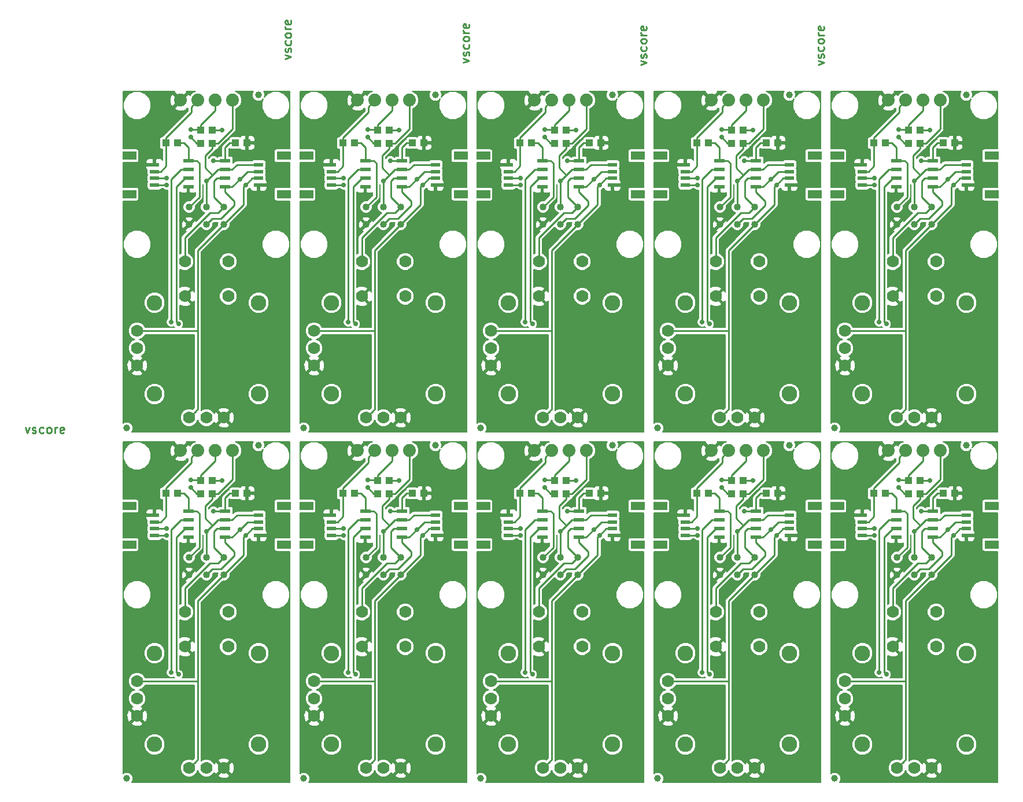
<source format=gtl>
G04 #@! TF.FileFunction,Copper,L1,Top,Signal*
%FSLAX46Y46*%
G04 Gerber Fmt 4.6, Leading zero omitted, Abs format (unit mm)*
G04 Created by KiCad (PCBNEW 4.0.6) date 01/19/18 11:08:58*
%MOMM*%
%LPD*%
G01*
G04 APERTURE LIST*
%ADD10C,0.100000*%
%ADD11C,0.254000*%
%ADD12R,1.099820X0.998220*%
%ADD13C,1.016000*%
%ADD14C,1.000000*%
%ADD15R,2.000000X1.200000*%
%ADD16R,1.350000X0.600000*%
%ADD17R,1.550000X0.600000*%
%ADD18C,1.879600*%
%ADD19C,1.778000*%
%ADD20C,2.286000*%
%ADD21C,0.700000*%
%ADD22C,0.250000*%
%ADD23C,0.203200*%
G04 APERTURE END LIST*
D10*
D11*
X176918257Y-46357418D02*
X177764924Y-46055037D01*
X176918257Y-45752657D01*
X177704448Y-45329323D02*
X177764924Y-45208371D01*
X177764924Y-44966466D01*
X177704448Y-44845514D01*
X177583495Y-44785038D01*
X177523019Y-44785038D01*
X177402067Y-44845514D01*
X177341590Y-44966466D01*
X177341590Y-45147895D01*
X177281114Y-45268847D01*
X177160162Y-45329323D01*
X177099686Y-45329323D01*
X176978733Y-45268847D01*
X176918257Y-45147895D01*
X176918257Y-44966466D01*
X176978733Y-44845514D01*
X177704448Y-43696466D02*
X177764924Y-43817419D01*
X177764924Y-44059323D01*
X177704448Y-44180276D01*
X177643971Y-44240752D01*
X177523019Y-44301228D01*
X177160162Y-44301228D01*
X177039210Y-44240752D01*
X176978733Y-44180276D01*
X176918257Y-44059323D01*
X176918257Y-43817419D01*
X176978733Y-43696466D01*
X177764924Y-42970752D02*
X177704448Y-43091705D01*
X177643971Y-43152181D01*
X177523019Y-43212657D01*
X177160162Y-43212657D01*
X177039210Y-43152181D01*
X176978733Y-43091705D01*
X176918257Y-42970752D01*
X176918257Y-42789324D01*
X176978733Y-42668372D01*
X177039210Y-42607895D01*
X177160162Y-42547419D01*
X177523019Y-42547419D01*
X177643971Y-42607895D01*
X177704448Y-42668372D01*
X177764924Y-42789324D01*
X177764924Y-42970752D01*
X177764924Y-42003133D02*
X176918257Y-42003133D01*
X177160162Y-42003133D02*
X177039210Y-41942657D01*
X176978733Y-41882181D01*
X176918257Y-41761228D01*
X176918257Y-41640276D01*
X177704448Y-40733134D02*
X177764924Y-40854086D01*
X177764924Y-41095991D01*
X177704448Y-41216943D01*
X177583495Y-41277419D01*
X177099686Y-41277419D01*
X176978733Y-41216943D01*
X176918257Y-41095991D01*
X176918257Y-40854086D01*
X176978733Y-40733134D01*
X177099686Y-40672657D01*
X177220638Y-40672657D01*
X177341590Y-41277419D01*
X150959457Y-46357418D02*
X151806124Y-46055037D01*
X150959457Y-45752657D01*
X151745648Y-45329323D02*
X151806124Y-45208371D01*
X151806124Y-44966466D01*
X151745648Y-44845514D01*
X151624695Y-44785038D01*
X151564219Y-44785038D01*
X151443267Y-44845514D01*
X151382790Y-44966466D01*
X151382790Y-45147895D01*
X151322314Y-45268847D01*
X151201362Y-45329323D01*
X151140886Y-45329323D01*
X151019933Y-45268847D01*
X150959457Y-45147895D01*
X150959457Y-44966466D01*
X151019933Y-44845514D01*
X151745648Y-43696466D02*
X151806124Y-43817419D01*
X151806124Y-44059323D01*
X151745648Y-44180276D01*
X151685171Y-44240752D01*
X151564219Y-44301228D01*
X151201362Y-44301228D01*
X151080410Y-44240752D01*
X151019933Y-44180276D01*
X150959457Y-44059323D01*
X150959457Y-43817419D01*
X151019933Y-43696466D01*
X151806124Y-42970752D02*
X151745648Y-43091705D01*
X151685171Y-43152181D01*
X151564219Y-43212657D01*
X151201362Y-43212657D01*
X151080410Y-43152181D01*
X151019933Y-43091705D01*
X150959457Y-42970752D01*
X150959457Y-42789324D01*
X151019933Y-42668372D01*
X151080410Y-42607895D01*
X151201362Y-42547419D01*
X151564219Y-42547419D01*
X151685171Y-42607895D01*
X151745648Y-42668372D01*
X151806124Y-42789324D01*
X151806124Y-42970752D01*
X151806124Y-42003133D02*
X150959457Y-42003133D01*
X151201362Y-42003133D02*
X151080410Y-41942657D01*
X151019933Y-41882181D01*
X150959457Y-41761228D01*
X150959457Y-41640276D01*
X151745648Y-40733134D02*
X151806124Y-40854086D01*
X151806124Y-41095991D01*
X151745648Y-41216943D01*
X151624695Y-41277419D01*
X151140886Y-41277419D01*
X151019933Y-41216943D01*
X150959457Y-41095991D01*
X150959457Y-40854086D01*
X151019933Y-40733134D01*
X151140886Y-40672657D01*
X151261838Y-40672657D01*
X151382790Y-41277419D01*
X124975257Y-46027218D02*
X125821924Y-45724837D01*
X124975257Y-45422457D01*
X125761448Y-44999123D02*
X125821924Y-44878171D01*
X125821924Y-44636266D01*
X125761448Y-44515314D01*
X125640495Y-44454838D01*
X125580019Y-44454838D01*
X125459067Y-44515314D01*
X125398590Y-44636266D01*
X125398590Y-44817695D01*
X125338114Y-44938647D01*
X125217162Y-44999123D01*
X125156686Y-44999123D01*
X125035733Y-44938647D01*
X124975257Y-44817695D01*
X124975257Y-44636266D01*
X125035733Y-44515314D01*
X125761448Y-43366266D02*
X125821924Y-43487219D01*
X125821924Y-43729123D01*
X125761448Y-43850076D01*
X125700971Y-43910552D01*
X125580019Y-43971028D01*
X125217162Y-43971028D01*
X125096210Y-43910552D01*
X125035733Y-43850076D01*
X124975257Y-43729123D01*
X124975257Y-43487219D01*
X125035733Y-43366266D01*
X125821924Y-42640552D02*
X125761448Y-42761505D01*
X125700971Y-42821981D01*
X125580019Y-42882457D01*
X125217162Y-42882457D01*
X125096210Y-42821981D01*
X125035733Y-42761505D01*
X124975257Y-42640552D01*
X124975257Y-42459124D01*
X125035733Y-42338172D01*
X125096210Y-42277695D01*
X125217162Y-42217219D01*
X125580019Y-42217219D01*
X125700971Y-42277695D01*
X125761448Y-42338172D01*
X125821924Y-42459124D01*
X125821924Y-42640552D01*
X125821924Y-41672933D02*
X124975257Y-41672933D01*
X125217162Y-41672933D02*
X125096210Y-41612457D01*
X125035733Y-41551981D01*
X124975257Y-41431028D01*
X124975257Y-41310076D01*
X125761448Y-40402934D02*
X125821924Y-40523886D01*
X125821924Y-40765791D01*
X125761448Y-40886743D01*
X125640495Y-40947219D01*
X125156686Y-40947219D01*
X125035733Y-40886743D01*
X124975257Y-40765791D01*
X124975257Y-40523886D01*
X125035733Y-40402934D01*
X125156686Y-40342457D01*
X125277638Y-40342457D01*
X125398590Y-40947219D01*
X98914857Y-45493818D02*
X99761524Y-45191437D01*
X98914857Y-44889057D01*
X99701048Y-44465723D02*
X99761524Y-44344771D01*
X99761524Y-44102866D01*
X99701048Y-43981914D01*
X99580095Y-43921438D01*
X99519619Y-43921438D01*
X99398667Y-43981914D01*
X99338190Y-44102866D01*
X99338190Y-44284295D01*
X99277714Y-44405247D01*
X99156762Y-44465723D01*
X99096286Y-44465723D01*
X98975333Y-44405247D01*
X98914857Y-44284295D01*
X98914857Y-44102866D01*
X98975333Y-43981914D01*
X99701048Y-42832866D02*
X99761524Y-42953819D01*
X99761524Y-43195723D01*
X99701048Y-43316676D01*
X99640571Y-43377152D01*
X99519619Y-43437628D01*
X99156762Y-43437628D01*
X99035810Y-43377152D01*
X98975333Y-43316676D01*
X98914857Y-43195723D01*
X98914857Y-42953819D01*
X98975333Y-42832866D01*
X99761524Y-42107152D02*
X99701048Y-42228105D01*
X99640571Y-42288581D01*
X99519619Y-42349057D01*
X99156762Y-42349057D01*
X99035810Y-42288581D01*
X98975333Y-42228105D01*
X98914857Y-42107152D01*
X98914857Y-41925724D01*
X98975333Y-41804772D01*
X99035810Y-41744295D01*
X99156762Y-41683819D01*
X99519619Y-41683819D01*
X99640571Y-41744295D01*
X99701048Y-41804772D01*
X99761524Y-41925724D01*
X99761524Y-42107152D01*
X99761524Y-41139533D02*
X98914857Y-41139533D01*
X99156762Y-41139533D02*
X99035810Y-41079057D01*
X98975333Y-41018581D01*
X98914857Y-40897628D01*
X98914857Y-40776676D01*
X99701048Y-39869534D02*
X99761524Y-39990486D01*
X99761524Y-40232391D01*
X99701048Y-40353343D01*
X99580095Y-40413819D01*
X99096286Y-40413819D01*
X98975333Y-40353343D01*
X98914857Y-40232391D01*
X98914857Y-39990486D01*
X98975333Y-39869534D01*
X99096286Y-39809057D01*
X99217238Y-39809057D01*
X99338190Y-40413819D01*
X60830582Y-99448257D02*
X61132963Y-100294924D01*
X61435343Y-99448257D01*
X61858677Y-100234448D02*
X61979629Y-100294924D01*
X62221534Y-100294924D01*
X62342486Y-100234448D01*
X62402962Y-100113495D01*
X62402962Y-100053019D01*
X62342486Y-99932067D01*
X62221534Y-99871590D01*
X62040105Y-99871590D01*
X61919153Y-99811114D01*
X61858677Y-99690162D01*
X61858677Y-99629686D01*
X61919153Y-99508733D01*
X62040105Y-99448257D01*
X62221534Y-99448257D01*
X62342486Y-99508733D01*
X63491534Y-100234448D02*
X63370581Y-100294924D01*
X63128677Y-100294924D01*
X63007724Y-100234448D01*
X62947248Y-100173971D01*
X62886772Y-100053019D01*
X62886772Y-99690162D01*
X62947248Y-99569210D01*
X63007724Y-99508733D01*
X63128677Y-99448257D01*
X63370581Y-99448257D01*
X63491534Y-99508733D01*
X64217248Y-100294924D02*
X64096295Y-100234448D01*
X64035819Y-100173971D01*
X63975343Y-100053019D01*
X63975343Y-99690162D01*
X64035819Y-99569210D01*
X64096295Y-99508733D01*
X64217248Y-99448257D01*
X64398676Y-99448257D01*
X64519628Y-99508733D01*
X64580105Y-99569210D01*
X64640581Y-99690162D01*
X64640581Y-100053019D01*
X64580105Y-100173971D01*
X64519628Y-100234448D01*
X64398676Y-100294924D01*
X64217248Y-100294924D01*
X65184867Y-100294924D02*
X65184867Y-99448257D01*
X65184867Y-99690162D02*
X65245343Y-99569210D01*
X65305819Y-99508733D01*
X65426772Y-99448257D01*
X65547724Y-99448257D01*
X66454866Y-100234448D02*
X66333914Y-100294924D01*
X66092009Y-100294924D01*
X65971057Y-100234448D01*
X65910581Y-100113495D01*
X65910581Y-99629686D01*
X65971057Y-99508733D01*
X66092009Y-99448257D01*
X66333914Y-99448257D01*
X66454866Y-99508733D01*
X66515343Y-99629686D01*
X66515343Y-99750638D01*
X65910581Y-99871590D01*
D12*
X191856360Y-107238800D03*
X190159640Y-107238800D03*
X165948360Y-107238800D03*
X164251640Y-107238800D03*
X140040360Y-107238800D03*
X138343640Y-107238800D03*
X114132360Y-107238800D03*
X112435640Y-107238800D03*
X88224360Y-107238800D03*
X86527640Y-107238800D03*
X191856360Y-55930800D03*
X190159640Y-55930800D03*
X165948360Y-55930800D03*
X164251640Y-55930800D03*
X140040360Y-55930800D03*
X138343640Y-55930800D03*
X114132360Y-55930800D03*
X112435640Y-55930800D03*
X190159640Y-109169200D03*
X191856360Y-109169200D03*
X164251640Y-109169200D03*
X165948360Y-109169200D03*
X138343640Y-109169200D03*
X140040360Y-109169200D03*
X112435640Y-109169200D03*
X114132360Y-109169200D03*
X86527640Y-109169200D03*
X88224360Y-109169200D03*
X190159640Y-57861200D03*
X191856360Y-57861200D03*
X164251640Y-57861200D03*
X165948360Y-57861200D03*
X138343640Y-57861200D03*
X140040360Y-57861200D03*
X112435640Y-57861200D03*
X114132360Y-57861200D03*
D13*
X193548000Y-118516400D03*
X193548000Y-121056400D03*
X191008000Y-118516400D03*
X191008000Y-121056400D03*
X188468000Y-118516400D03*
X188468000Y-121056400D03*
X167640000Y-118516400D03*
X167640000Y-121056400D03*
X165100000Y-118516400D03*
X165100000Y-121056400D03*
X162560000Y-118516400D03*
X162560000Y-121056400D03*
X141732000Y-118516400D03*
X141732000Y-121056400D03*
X139192000Y-118516400D03*
X139192000Y-121056400D03*
X136652000Y-118516400D03*
X136652000Y-121056400D03*
X115824000Y-118516400D03*
X115824000Y-121056400D03*
X113284000Y-118516400D03*
X113284000Y-121056400D03*
X110744000Y-118516400D03*
X110744000Y-121056400D03*
X89916000Y-118516400D03*
X89916000Y-121056400D03*
X87376000Y-118516400D03*
X87376000Y-121056400D03*
X84836000Y-118516400D03*
X84836000Y-121056400D03*
X193548000Y-67208400D03*
X193548000Y-69748400D03*
X191008000Y-67208400D03*
X191008000Y-69748400D03*
X188468000Y-67208400D03*
X188468000Y-69748400D03*
X167640000Y-67208400D03*
X167640000Y-69748400D03*
X165100000Y-67208400D03*
X165100000Y-69748400D03*
X162560000Y-67208400D03*
X162560000Y-69748400D03*
X141732000Y-67208400D03*
X141732000Y-69748400D03*
X139192000Y-67208400D03*
X139192000Y-69748400D03*
X136652000Y-67208400D03*
X136652000Y-69748400D03*
X115824000Y-67208400D03*
X115824000Y-69748400D03*
X113284000Y-67208400D03*
X113284000Y-69748400D03*
X110744000Y-67208400D03*
X110744000Y-69748400D03*
D14*
X198628000Y-102108000D03*
X172720000Y-102108000D03*
X146812000Y-102108000D03*
X120904000Y-102108000D03*
X94996000Y-102108000D03*
X198628000Y-50800000D03*
X172720000Y-50800000D03*
X146812000Y-50800000D03*
X120904000Y-50800000D03*
D15*
X202303000Y-116592000D03*
X202303000Y-110992000D03*
D16*
X198628000Y-115292000D03*
X198628000Y-114292000D03*
X198628000Y-113292000D03*
X198628000Y-112292000D03*
D15*
X176395000Y-116592000D03*
X176395000Y-110992000D03*
D16*
X172720000Y-115292000D03*
X172720000Y-114292000D03*
X172720000Y-113292000D03*
X172720000Y-112292000D03*
D15*
X150487000Y-116592000D03*
X150487000Y-110992000D03*
D16*
X146812000Y-115292000D03*
X146812000Y-114292000D03*
X146812000Y-113292000D03*
X146812000Y-112292000D03*
D15*
X124579000Y-116592000D03*
X124579000Y-110992000D03*
D16*
X120904000Y-115292000D03*
X120904000Y-114292000D03*
X120904000Y-113292000D03*
X120904000Y-112292000D03*
D15*
X98671000Y-116592000D03*
X98671000Y-110992000D03*
D16*
X94996000Y-115292000D03*
X94996000Y-114292000D03*
X94996000Y-113292000D03*
X94996000Y-112292000D03*
D15*
X202303000Y-65284000D03*
X202303000Y-59684000D03*
D16*
X198628000Y-63984000D03*
X198628000Y-62984000D03*
X198628000Y-61984000D03*
X198628000Y-60984000D03*
D15*
X176395000Y-65284000D03*
X176395000Y-59684000D03*
D16*
X172720000Y-63984000D03*
X172720000Y-62984000D03*
X172720000Y-61984000D03*
X172720000Y-60984000D03*
D15*
X150487000Y-65284000D03*
X150487000Y-59684000D03*
D16*
X146812000Y-63984000D03*
X146812000Y-62984000D03*
X146812000Y-61984000D03*
X146812000Y-60984000D03*
D15*
X124579000Y-65284000D03*
X124579000Y-59684000D03*
D16*
X120904000Y-63984000D03*
X120904000Y-62984000D03*
X120904000Y-61984000D03*
X120904000Y-60984000D03*
D12*
X195239640Y-109118400D03*
X196936360Y-109118400D03*
X169331640Y-109118400D03*
X171028360Y-109118400D03*
X143423640Y-109118400D03*
X145120360Y-109118400D03*
X117515640Y-109118400D03*
X119212360Y-109118400D03*
X91607640Y-109118400D03*
X93304360Y-109118400D03*
X195239640Y-57810400D03*
X196936360Y-57810400D03*
X169331640Y-57810400D03*
X171028360Y-57810400D03*
X143423640Y-57810400D03*
X145120360Y-57810400D03*
X117515640Y-57810400D03*
X119212360Y-57810400D03*
D17*
X188333400Y-111721900D03*
X188333400Y-112991900D03*
X188333400Y-114261900D03*
X188333400Y-115531900D03*
X193733400Y-115531900D03*
X193733400Y-114261900D03*
X193733400Y-112991900D03*
X193733400Y-111721900D03*
X162425400Y-111721900D03*
X162425400Y-112991900D03*
X162425400Y-114261900D03*
X162425400Y-115531900D03*
X167825400Y-115531900D03*
X167825400Y-114261900D03*
X167825400Y-112991900D03*
X167825400Y-111721900D03*
X136517400Y-111721900D03*
X136517400Y-112991900D03*
X136517400Y-114261900D03*
X136517400Y-115531900D03*
X141917400Y-115531900D03*
X141917400Y-114261900D03*
X141917400Y-112991900D03*
X141917400Y-111721900D03*
X110609400Y-111721900D03*
X110609400Y-112991900D03*
X110609400Y-114261900D03*
X110609400Y-115531900D03*
X116009400Y-115531900D03*
X116009400Y-114261900D03*
X116009400Y-112991900D03*
X116009400Y-111721900D03*
X84701400Y-111721900D03*
X84701400Y-112991900D03*
X84701400Y-114261900D03*
X84701400Y-115531900D03*
X90101400Y-115531900D03*
X90101400Y-114261900D03*
X90101400Y-112991900D03*
X90101400Y-111721900D03*
X188333400Y-60413900D03*
X188333400Y-61683900D03*
X188333400Y-62953900D03*
X188333400Y-64223900D03*
X193733400Y-64223900D03*
X193733400Y-62953900D03*
X193733400Y-61683900D03*
X193733400Y-60413900D03*
X162425400Y-60413900D03*
X162425400Y-61683900D03*
X162425400Y-62953900D03*
X162425400Y-64223900D03*
X167825400Y-64223900D03*
X167825400Y-62953900D03*
X167825400Y-61683900D03*
X167825400Y-60413900D03*
X136517400Y-60413900D03*
X136517400Y-61683900D03*
X136517400Y-62953900D03*
X136517400Y-64223900D03*
X141917400Y-64223900D03*
X141917400Y-62953900D03*
X141917400Y-61683900D03*
X141917400Y-60413900D03*
X110609400Y-60413900D03*
X110609400Y-61683900D03*
X110609400Y-62953900D03*
X110609400Y-64223900D03*
X116009400Y-64223900D03*
X116009400Y-62953900D03*
X116009400Y-61683900D03*
X116009400Y-60413900D03*
D18*
X187198000Y-102870000D03*
X189738000Y-102870000D03*
X192278000Y-102870000D03*
X194818000Y-102870000D03*
X161290000Y-102870000D03*
X163830000Y-102870000D03*
X166370000Y-102870000D03*
X168910000Y-102870000D03*
X135382000Y-102870000D03*
X137922000Y-102870000D03*
X140462000Y-102870000D03*
X143002000Y-102870000D03*
X109474000Y-102870000D03*
X112014000Y-102870000D03*
X114554000Y-102870000D03*
X117094000Y-102870000D03*
X83566000Y-102870000D03*
X86106000Y-102870000D03*
X88646000Y-102870000D03*
X91186000Y-102870000D03*
X187198000Y-51562000D03*
X189738000Y-51562000D03*
X192278000Y-51562000D03*
X194818000Y-51562000D03*
X161290000Y-51562000D03*
X163830000Y-51562000D03*
X166370000Y-51562000D03*
X168910000Y-51562000D03*
X135382000Y-51562000D03*
X137922000Y-51562000D03*
X140462000Y-51562000D03*
X143002000Y-51562000D03*
X109474000Y-51562000D03*
X112014000Y-51562000D03*
X114554000Y-51562000D03*
X117094000Y-51562000D03*
D12*
X185079640Y-109118400D03*
X186776360Y-109118400D03*
X159171640Y-109118400D03*
X160868360Y-109118400D03*
X133263640Y-109118400D03*
X134960360Y-109118400D03*
X107355640Y-109118400D03*
X109052360Y-109118400D03*
X81447640Y-109118400D03*
X83144360Y-109118400D03*
X185079640Y-57810400D03*
X186776360Y-57810400D03*
X159171640Y-57810400D03*
X160868360Y-57810400D03*
X133263640Y-57810400D03*
X134960360Y-57810400D03*
X107355640Y-57810400D03*
X109052360Y-57810400D03*
D15*
X179713000Y-110992000D03*
X179713000Y-116592000D03*
D16*
X183388000Y-112292000D03*
X183388000Y-113292000D03*
X183388000Y-114292000D03*
X183388000Y-115292000D03*
D15*
X153805000Y-110992000D03*
X153805000Y-116592000D03*
D16*
X157480000Y-112292000D03*
X157480000Y-113292000D03*
X157480000Y-114292000D03*
X157480000Y-115292000D03*
D15*
X127897000Y-110992000D03*
X127897000Y-116592000D03*
D16*
X131572000Y-112292000D03*
X131572000Y-113292000D03*
X131572000Y-114292000D03*
X131572000Y-115292000D03*
D15*
X101989000Y-110992000D03*
X101989000Y-116592000D03*
D16*
X105664000Y-112292000D03*
X105664000Y-113292000D03*
X105664000Y-114292000D03*
X105664000Y-115292000D03*
D15*
X76081000Y-110992000D03*
X76081000Y-116592000D03*
D16*
X79756000Y-112292000D03*
X79756000Y-113292000D03*
X79756000Y-114292000D03*
X79756000Y-115292000D03*
D15*
X179713000Y-59684000D03*
X179713000Y-65284000D03*
D16*
X183388000Y-60984000D03*
X183388000Y-61984000D03*
X183388000Y-62984000D03*
X183388000Y-63984000D03*
D15*
X153805000Y-59684000D03*
X153805000Y-65284000D03*
D16*
X157480000Y-60984000D03*
X157480000Y-61984000D03*
X157480000Y-62984000D03*
X157480000Y-63984000D03*
D15*
X127897000Y-59684000D03*
X127897000Y-65284000D03*
D16*
X131572000Y-60984000D03*
X131572000Y-61984000D03*
X131572000Y-62984000D03*
X131572000Y-63984000D03*
D15*
X101989000Y-59684000D03*
X101989000Y-65284000D03*
D16*
X105664000Y-60984000D03*
X105664000Y-61984000D03*
X105664000Y-62984000D03*
X105664000Y-63984000D03*
D19*
X187833000Y-126492000D03*
X194183000Y-126492000D03*
X187833000Y-131572000D03*
X194183000Y-131572000D03*
X188468000Y-149352000D03*
X191008000Y-149352000D03*
X193548000Y-149352000D03*
D20*
X183388000Y-132524500D03*
X183388000Y-145859500D03*
X198628000Y-145859500D03*
X198628000Y-132524500D03*
D19*
X180848000Y-136652000D03*
X180848000Y-139192000D03*
X180848000Y-141732000D03*
X161925000Y-126492000D03*
X168275000Y-126492000D03*
X161925000Y-131572000D03*
X168275000Y-131572000D03*
X162560000Y-149352000D03*
X165100000Y-149352000D03*
X167640000Y-149352000D03*
D20*
X157480000Y-132524500D03*
X157480000Y-145859500D03*
X172720000Y-145859500D03*
X172720000Y-132524500D03*
D19*
X154940000Y-136652000D03*
X154940000Y-139192000D03*
X154940000Y-141732000D03*
X136017000Y-126492000D03*
X142367000Y-126492000D03*
X136017000Y-131572000D03*
X142367000Y-131572000D03*
X136652000Y-149352000D03*
X139192000Y-149352000D03*
X141732000Y-149352000D03*
D20*
X131572000Y-132524500D03*
X131572000Y-145859500D03*
X146812000Y-145859500D03*
X146812000Y-132524500D03*
D19*
X129032000Y-136652000D03*
X129032000Y-139192000D03*
X129032000Y-141732000D03*
X110109000Y-126492000D03*
X116459000Y-126492000D03*
X110109000Y-131572000D03*
X116459000Y-131572000D03*
X110744000Y-149352000D03*
X113284000Y-149352000D03*
X115824000Y-149352000D03*
D20*
X105664000Y-132524500D03*
X105664000Y-145859500D03*
X120904000Y-145859500D03*
X120904000Y-132524500D03*
D19*
X103124000Y-136652000D03*
X103124000Y-139192000D03*
X103124000Y-141732000D03*
X84201000Y-126492000D03*
X90551000Y-126492000D03*
X84201000Y-131572000D03*
X90551000Y-131572000D03*
X84836000Y-149352000D03*
X87376000Y-149352000D03*
X89916000Y-149352000D03*
D20*
X79756000Y-132524500D03*
X79756000Y-145859500D03*
X94996000Y-145859500D03*
X94996000Y-132524500D03*
D19*
X77216000Y-136652000D03*
X77216000Y-139192000D03*
X77216000Y-141732000D03*
X187833000Y-75184000D03*
X194183000Y-75184000D03*
X187833000Y-80264000D03*
X194183000Y-80264000D03*
X188468000Y-98044000D03*
X191008000Y-98044000D03*
X193548000Y-98044000D03*
D20*
X183388000Y-81216500D03*
X183388000Y-94551500D03*
X198628000Y-94551500D03*
X198628000Y-81216500D03*
D19*
X180848000Y-85344000D03*
X180848000Y-87884000D03*
X180848000Y-90424000D03*
X161925000Y-75184000D03*
X168275000Y-75184000D03*
X161925000Y-80264000D03*
X168275000Y-80264000D03*
X162560000Y-98044000D03*
X165100000Y-98044000D03*
X167640000Y-98044000D03*
D20*
X157480000Y-81216500D03*
X157480000Y-94551500D03*
X172720000Y-94551500D03*
X172720000Y-81216500D03*
D19*
X154940000Y-85344000D03*
X154940000Y-87884000D03*
X154940000Y-90424000D03*
X136017000Y-75184000D03*
X142367000Y-75184000D03*
X136017000Y-80264000D03*
X142367000Y-80264000D03*
X136652000Y-98044000D03*
X139192000Y-98044000D03*
X141732000Y-98044000D03*
D20*
X131572000Y-81216500D03*
X131572000Y-94551500D03*
X146812000Y-94551500D03*
X146812000Y-81216500D03*
D19*
X129032000Y-85344000D03*
X129032000Y-87884000D03*
X129032000Y-90424000D03*
X110109000Y-75184000D03*
X116459000Y-75184000D03*
X110109000Y-80264000D03*
X116459000Y-80264000D03*
X110744000Y-98044000D03*
X113284000Y-98044000D03*
X115824000Y-98044000D03*
D20*
X105664000Y-81216500D03*
X105664000Y-94551500D03*
X120904000Y-94551500D03*
X120904000Y-81216500D03*
D19*
X103124000Y-85344000D03*
X103124000Y-87884000D03*
X103124000Y-90424000D03*
D14*
X179324000Y-150876000D03*
X153416000Y-150876000D03*
X127508000Y-150876000D03*
X101600000Y-150876000D03*
X75692000Y-150876000D03*
X179324000Y-99568000D03*
X153416000Y-99568000D03*
X127508000Y-99568000D03*
X101600000Y-99568000D03*
D12*
X88224360Y-55930800D03*
X86527640Y-55930800D03*
D15*
X98671000Y-65284000D03*
X98671000Y-59684000D03*
D16*
X94996000Y-63984000D03*
X94996000Y-62984000D03*
X94996000Y-61984000D03*
X94996000Y-60984000D03*
D15*
X76081000Y-59684000D03*
X76081000Y-65284000D03*
D16*
X79756000Y-60984000D03*
X79756000Y-61984000D03*
X79756000Y-62984000D03*
X79756000Y-63984000D03*
D14*
X75692000Y-99568000D03*
X94996000Y-50800000D03*
D12*
X91607640Y-57810400D03*
X93304360Y-57810400D03*
D18*
X83566000Y-51562000D03*
X86106000Y-51562000D03*
X88646000Y-51562000D03*
X91186000Y-51562000D03*
D13*
X89916000Y-67208400D03*
X89916000Y-69748400D03*
X87376000Y-67208400D03*
X87376000Y-69748400D03*
X84836000Y-67208400D03*
X84836000Y-69748400D03*
D12*
X81447640Y-57810400D03*
X83144360Y-57810400D03*
X86527640Y-57861200D03*
X88224360Y-57861200D03*
D19*
X84201000Y-75184000D03*
X90551000Y-75184000D03*
X84201000Y-80264000D03*
X90551000Y-80264000D03*
X84836000Y-98044000D03*
X87376000Y-98044000D03*
X89916000Y-98044000D03*
D20*
X79756000Y-81216500D03*
X79756000Y-94551500D03*
X94996000Y-94551500D03*
X94996000Y-81216500D03*
D19*
X77216000Y-85344000D03*
X77216000Y-87884000D03*
X77216000Y-90424000D03*
D17*
X84701400Y-60413900D03*
X84701400Y-61683900D03*
X84701400Y-62953900D03*
X84701400Y-64223900D03*
X90101400Y-64223900D03*
X90101400Y-62953900D03*
X90101400Y-61683900D03*
X90101400Y-60413900D03*
D21*
X188671200Y-108254800D03*
X162763200Y-108254800D03*
X136855200Y-108254800D03*
X110947200Y-108254800D03*
X85039200Y-108254800D03*
X188671200Y-56946800D03*
X162763200Y-56946800D03*
X136855200Y-56946800D03*
X110947200Y-56946800D03*
X85039200Y-56946800D03*
X193243200Y-107238800D03*
X167335200Y-107238800D03*
X141427200Y-107238800D03*
X115519200Y-107238800D03*
X89611200Y-107238800D03*
X193243200Y-55930800D03*
X167335200Y-55930800D03*
X141427200Y-55930800D03*
X115519200Y-55930800D03*
X89611200Y-55930800D03*
X192024000Y-111709200D03*
X166116000Y-111709200D03*
X140208000Y-111709200D03*
X114300000Y-111709200D03*
X88392000Y-111709200D03*
X192024000Y-60401200D03*
X166116000Y-60401200D03*
X140208000Y-60401200D03*
X114300000Y-60401200D03*
X196729800Y-115265200D03*
X170821800Y-115265200D03*
X144913800Y-115265200D03*
X119005800Y-115265200D03*
X93097800Y-115265200D03*
X196729800Y-63957200D03*
X170821800Y-63957200D03*
X144913800Y-63957200D03*
X119005800Y-63957200D03*
X93097800Y-63957200D03*
X88392000Y-60401200D03*
X185166000Y-114300000D03*
X159258000Y-114300000D03*
X133350000Y-114300000D03*
X107442000Y-114300000D03*
X81534000Y-114300000D03*
X185166000Y-62992000D03*
X159258000Y-62992000D03*
X133350000Y-62992000D03*
X107442000Y-62992000D03*
X195884800Y-114405500D03*
X169976800Y-114405500D03*
X144068800Y-114405500D03*
X118160800Y-114405500D03*
X92252800Y-114405500D03*
X195884800Y-63097500D03*
X169976800Y-63097500D03*
X144068800Y-63097500D03*
X118160800Y-63097500D03*
X188671200Y-107137200D03*
X162763200Y-107137200D03*
X136855200Y-107137200D03*
X110947200Y-107137200D03*
X85039200Y-107137200D03*
X188671200Y-55829200D03*
X162763200Y-55829200D03*
X136855200Y-55829200D03*
X110947200Y-55829200D03*
X92252800Y-63097500D03*
X85039200Y-55829200D03*
X81534000Y-62992000D03*
X191008000Y-114692300D03*
X165100000Y-114692300D03*
X139192000Y-114692300D03*
X113284000Y-114692300D03*
X87376000Y-114692300D03*
X191008000Y-63384300D03*
X165100000Y-63384300D03*
X139192000Y-63384300D03*
X113284000Y-63384300D03*
X185166000Y-115265200D03*
X159258000Y-115265200D03*
X133350000Y-115265200D03*
X107442000Y-115265200D03*
X81534000Y-115265200D03*
X185166000Y-63957200D03*
X159258000Y-63957200D03*
X133350000Y-63957200D03*
X107442000Y-63957200D03*
X87376000Y-63384300D03*
X81534000Y-63957200D03*
X186893200Y-135636000D03*
X160985200Y-135636000D03*
X135077200Y-135636000D03*
X109169200Y-135636000D03*
X83261200Y-135636000D03*
X186893200Y-84328000D03*
X160985200Y-84328000D03*
X135077200Y-84328000D03*
X109169200Y-84328000D03*
X83261200Y-84328000D03*
X185841001Y-135316599D03*
X159933001Y-135316599D03*
X134025001Y-135316599D03*
X108117001Y-135316599D03*
X82209001Y-135316599D03*
X185841001Y-84008599D03*
X159933001Y-84008599D03*
X134025001Y-84008599D03*
X108117001Y-84008599D03*
X82209001Y-84008599D03*
D22*
X198628000Y-115292000D02*
X198253000Y-115292000D01*
X172720000Y-115292000D02*
X172345000Y-115292000D01*
X146812000Y-115292000D02*
X146437000Y-115292000D01*
X120904000Y-115292000D02*
X120529000Y-115292000D01*
X94996000Y-115292000D02*
X94621000Y-115292000D01*
X198628000Y-63984000D02*
X198253000Y-63984000D01*
X172720000Y-63984000D02*
X172345000Y-63984000D01*
X146812000Y-63984000D02*
X146437000Y-63984000D01*
X120904000Y-63984000D02*
X120529000Y-63984000D01*
X94996000Y-63984000D02*
X94621000Y-63984000D01*
X189585600Y-109169200D02*
X188671200Y-108254800D01*
X163677600Y-109169200D02*
X162763200Y-108254800D01*
X137769600Y-109169200D02*
X136855200Y-108254800D01*
X111861600Y-109169200D02*
X110947200Y-108254800D01*
X85953600Y-109169200D02*
X85039200Y-108254800D01*
X189585600Y-57861200D02*
X188671200Y-56946800D01*
X163677600Y-57861200D02*
X162763200Y-56946800D01*
X137769600Y-57861200D02*
X136855200Y-56946800D01*
X111861600Y-57861200D02*
X110947200Y-56946800D01*
X190159640Y-109169200D02*
X189585600Y-109169200D01*
X164251640Y-109169200D02*
X163677600Y-109169200D01*
X138343640Y-109169200D02*
X137769600Y-109169200D01*
X112435640Y-109169200D02*
X111861600Y-109169200D01*
X86527640Y-109169200D02*
X85953600Y-109169200D01*
X190159640Y-57861200D02*
X189585600Y-57861200D01*
X164251640Y-57861200D02*
X163677600Y-57861200D01*
X138343640Y-57861200D02*
X137769600Y-57861200D01*
X112435640Y-57861200D02*
X111861600Y-57861200D01*
X86527640Y-57861200D02*
X85953600Y-57861200D01*
X85953600Y-57861200D02*
X85039200Y-56946800D01*
X191856360Y-107238800D02*
X193243200Y-107238800D01*
X165948360Y-107238800D02*
X167335200Y-107238800D01*
X140040360Y-107238800D02*
X141427200Y-107238800D01*
X114132360Y-107238800D02*
X115519200Y-107238800D01*
X88224360Y-107238800D02*
X89611200Y-107238800D01*
X191856360Y-55930800D02*
X193243200Y-55930800D01*
X165948360Y-55930800D02*
X167335200Y-55930800D01*
X140040360Y-55930800D02*
X141427200Y-55930800D01*
X114132360Y-55930800D02*
X115519200Y-55930800D01*
X88224360Y-55930800D02*
X89611200Y-55930800D01*
X196443600Y-118160800D02*
X196443600Y-115551400D01*
X170535600Y-118160800D02*
X170535600Y-115551400D01*
X144627600Y-118160800D02*
X144627600Y-115551400D01*
X118719600Y-118160800D02*
X118719600Y-115551400D01*
X92811600Y-118160800D02*
X92811600Y-115551400D01*
X196443600Y-66852800D02*
X196443600Y-64243400D01*
X170535600Y-66852800D02*
X170535600Y-64243400D01*
X144627600Y-66852800D02*
X144627600Y-64243400D01*
X118719600Y-66852800D02*
X118719600Y-64243400D01*
X194411600Y-109118400D02*
X195239640Y-109118400D01*
X168503600Y-109118400D02*
X169331640Y-109118400D01*
X142595600Y-109118400D02*
X143423640Y-109118400D01*
X116687600Y-109118400D02*
X117515640Y-109118400D01*
X90779600Y-109118400D02*
X91607640Y-109118400D01*
X194411600Y-57810400D02*
X195239640Y-57810400D01*
X168503600Y-57810400D02*
X169331640Y-57810400D01*
X142595600Y-57810400D02*
X143423640Y-57810400D01*
X116687600Y-57810400D02*
X117515640Y-57810400D01*
X196443600Y-115551400D02*
X196729800Y-115265200D01*
X170535600Y-115551400D02*
X170821800Y-115265200D01*
X144627600Y-115551400D02*
X144913800Y-115265200D01*
X118719600Y-115551400D02*
X119005800Y-115265200D01*
X92811600Y-115551400D02*
X93097800Y-115265200D01*
X196443600Y-64243400D02*
X196729800Y-63957200D01*
X170535600Y-64243400D02*
X170821800Y-63957200D01*
X144627600Y-64243400D02*
X144913800Y-63957200D01*
X118719600Y-64243400D02*
X119005800Y-63957200D01*
X193720700Y-111709200D02*
X193733400Y-111721900D01*
X167812700Y-111709200D02*
X167825400Y-111721900D01*
X141904700Y-111709200D02*
X141917400Y-111721900D01*
X115996700Y-111709200D02*
X116009400Y-111721900D01*
X90088700Y-111709200D02*
X90101400Y-111721900D01*
X193720700Y-60401200D02*
X193733400Y-60413900D01*
X167812700Y-60401200D02*
X167825400Y-60413900D01*
X141904700Y-60401200D02*
X141917400Y-60413900D01*
X115996700Y-60401200D02*
X116009400Y-60413900D01*
X196729800Y-115265200D02*
X197703000Y-114292000D01*
X170821800Y-115265200D02*
X171795000Y-114292000D01*
X144913800Y-115265200D02*
X145887000Y-114292000D01*
X119005800Y-115265200D02*
X119979000Y-114292000D01*
X93097800Y-115265200D02*
X94071000Y-114292000D01*
X196729800Y-63957200D02*
X197703000Y-62984000D01*
X170821800Y-63957200D02*
X171795000Y-62984000D01*
X144913800Y-63957200D02*
X145887000Y-62984000D01*
X119005800Y-63957200D02*
X119979000Y-62984000D01*
X192024000Y-111709200D02*
X193720700Y-111709200D01*
X166116000Y-111709200D02*
X167812700Y-111709200D01*
X140208000Y-111709200D02*
X141904700Y-111709200D01*
X114300000Y-111709200D02*
X115996700Y-111709200D01*
X88392000Y-111709200D02*
X90088700Y-111709200D01*
X192024000Y-60401200D02*
X193720700Y-60401200D01*
X166116000Y-60401200D02*
X167812700Y-60401200D01*
X140208000Y-60401200D02*
X141904700Y-60401200D01*
X114300000Y-60401200D02*
X115996700Y-60401200D01*
X188798201Y-103809799D02*
X189738000Y-102870000D01*
X162890201Y-103809799D02*
X163830000Y-102870000D01*
X136982201Y-103809799D02*
X137922000Y-102870000D01*
X111074201Y-103809799D02*
X112014000Y-102870000D01*
X85166201Y-103809799D02*
X86106000Y-102870000D01*
X188798201Y-52501799D02*
X189738000Y-51562000D01*
X162890201Y-52501799D02*
X163830000Y-51562000D01*
X136982201Y-52501799D02*
X137922000Y-51562000D01*
X111074201Y-52501799D02*
X112014000Y-51562000D01*
X197703000Y-114292000D02*
X198628000Y-114292000D01*
X171795000Y-114292000D02*
X172720000Y-114292000D01*
X145887000Y-114292000D02*
X146812000Y-114292000D01*
X119979000Y-114292000D02*
X120904000Y-114292000D01*
X94071000Y-114292000D02*
X94996000Y-114292000D01*
X197703000Y-62984000D02*
X198628000Y-62984000D01*
X171795000Y-62984000D02*
X172720000Y-62984000D01*
X145887000Y-62984000D02*
X146812000Y-62984000D01*
X119979000Y-62984000D02*
X120904000Y-62984000D01*
X193548000Y-121056400D02*
X189738000Y-124866400D01*
X167640000Y-121056400D02*
X163830000Y-124866400D01*
X141732000Y-121056400D02*
X137922000Y-124866400D01*
X115824000Y-121056400D02*
X112014000Y-124866400D01*
X89916000Y-121056400D02*
X86106000Y-124866400D01*
X193548000Y-69748400D02*
X189738000Y-73558400D01*
X167640000Y-69748400D02*
X163830000Y-73558400D01*
X141732000Y-69748400D02*
X137922000Y-73558400D01*
X115824000Y-69748400D02*
X112014000Y-73558400D01*
X188798201Y-104645271D02*
X188798201Y-103809799D01*
X162890201Y-104645271D02*
X162890201Y-103809799D01*
X136982201Y-104645271D02*
X136982201Y-103809799D01*
X111074201Y-104645271D02*
X111074201Y-103809799D01*
X85166201Y-104645271D02*
X85166201Y-103809799D01*
X188798201Y-53337271D02*
X188798201Y-52501799D01*
X162890201Y-53337271D02*
X162890201Y-52501799D01*
X136982201Y-53337271D02*
X136982201Y-52501799D01*
X111074201Y-53337271D02*
X111074201Y-52501799D01*
X185079640Y-109118400D02*
X185079640Y-108369290D01*
X159171640Y-109118400D02*
X159171640Y-108369290D01*
X133263640Y-109118400D02*
X133263640Y-108369290D01*
X107355640Y-109118400D02*
X107355640Y-108369290D01*
X81447640Y-109118400D02*
X81447640Y-108369290D01*
X185079640Y-57810400D02*
X185079640Y-57061290D01*
X159171640Y-57810400D02*
X159171640Y-57061290D01*
X133263640Y-57810400D02*
X133263640Y-57061290D01*
X107355640Y-57810400D02*
X107355640Y-57061290D01*
X183388000Y-113292000D02*
X184313000Y-113292000D01*
X157480000Y-113292000D02*
X158405000Y-113292000D01*
X131572000Y-113292000D02*
X132497000Y-113292000D01*
X105664000Y-113292000D02*
X106589000Y-113292000D01*
X79756000Y-113292000D02*
X80681000Y-113292000D01*
X183388000Y-61984000D02*
X184313000Y-61984000D01*
X157480000Y-61984000D02*
X158405000Y-61984000D01*
X131572000Y-61984000D02*
X132497000Y-61984000D01*
X105664000Y-61984000D02*
X106589000Y-61984000D01*
X184313000Y-113292000D02*
X185079640Y-112525360D01*
X158405000Y-113292000D02*
X159171640Y-112525360D01*
X132497000Y-113292000D02*
X133263640Y-112525360D01*
X106589000Y-113292000D02*
X107355640Y-112525360D01*
X80681000Y-113292000D02*
X81447640Y-112525360D01*
X184313000Y-61984000D02*
X185079640Y-61217360D01*
X158405000Y-61984000D02*
X159171640Y-61217360D01*
X132497000Y-61984000D02*
X133263640Y-61217360D01*
X106589000Y-61984000D02*
X107355640Y-61217360D01*
X185079640Y-109118400D02*
X185130440Y-109118400D01*
X159171640Y-109118400D02*
X159222440Y-109118400D01*
X133263640Y-109118400D02*
X133314440Y-109118400D01*
X107355640Y-109118400D02*
X107406440Y-109118400D01*
X81447640Y-109118400D02*
X81498440Y-109118400D01*
X185079640Y-57810400D02*
X185130440Y-57810400D01*
X159171640Y-57810400D02*
X159222440Y-57810400D01*
X133263640Y-57810400D02*
X133314440Y-57810400D01*
X107355640Y-57810400D02*
X107406440Y-57810400D01*
X193733400Y-111721900D02*
X193733400Y-109796600D01*
X167825400Y-111721900D02*
X167825400Y-109796600D01*
X141917400Y-111721900D02*
X141917400Y-109796600D01*
X116009400Y-111721900D02*
X116009400Y-109796600D01*
X90101400Y-111721900D02*
X90101400Y-109796600D01*
X193733400Y-60413900D02*
X193733400Y-58488600D01*
X167825400Y-60413900D02*
X167825400Y-58488600D01*
X141917400Y-60413900D02*
X141917400Y-58488600D01*
X116009400Y-60413900D02*
X116009400Y-58488600D01*
X193733400Y-109796600D02*
X194411600Y-109118400D01*
X167825400Y-109796600D02*
X168503600Y-109118400D01*
X141917400Y-109796600D02*
X142595600Y-109118400D01*
X116009400Y-109796600D02*
X116687600Y-109118400D01*
X90101400Y-109796600D02*
X90779600Y-109118400D01*
X193733400Y-58488600D02*
X194411600Y-57810400D01*
X167825400Y-58488600D02*
X168503600Y-57810400D01*
X141917400Y-58488600D02*
X142595600Y-57810400D01*
X116009400Y-58488600D02*
X116687600Y-57810400D01*
X189738000Y-124866400D02*
X189738000Y-136652000D01*
X163830000Y-124866400D02*
X163830000Y-136652000D01*
X137922000Y-124866400D02*
X137922000Y-136652000D01*
X112014000Y-124866400D02*
X112014000Y-136652000D01*
X86106000Y-124866400D02*
X86106000Y-136652000D01*
X189738000Y-73558400D02*
X189738000Y-85344000D01*
X163830000Y-73558400D02*
X163830000Y-85344000D01*
X137922000Y-73558400D02*
X137922000Y-85344000D01*
X112014000Y-73558400D02*
X112014000Y-85344000D01*
X185079640Y-108369290D02*
X188800930Y-104648000D01*
X159171640Y-108369290D02*
X162892930Y-104648000D01*
X133263640Y-108369290D02*
X136984930Y-104648000D01*
X107355640Y-108369290D02*
X111076930Y-104648000D01*
X81447640Y-108369290D02*
X85168930Y-104648000D01*
X185079640Y-57061290D02*
X188800930Y-53340000D01*
X159171640Y-57061290D02*
X162892930Y-53340000D01*
X133263640Y-57061290D02*
X136984930Y-53340000D01*
X107355640Y-57061290D02*
X111076930Y-53340000D01*
X185079640Y-112525360D02*
X185079640Y-109867510D01*
X159171640Y-112525360D02*
X159171640Y-109867510D01*
X133263640Y-112525360D02*
X133263640Y-109867510D01*
X107355640Y-112525360D02*
X107355640Y-109867510D01*
X81447640Y-112525360D02*
X81447640Y-109867510D01*
X185079640Y-61217360D02*
X185079640Y-58559510D01*
X159171640Y-61217360D02*
X159171640Y-58559510D01*
X133263640Y-61217360D02*
X133263640Y-58559510D01*
X107355640Y-61217360D02*
X107355640Y-58559510D01*
X188800930Y-104648000D02*
X188798201Y-104645271D01*
X162892930Y-104648000D02*
X162890201Y-104645271D01*
X136984930Y-104648000D02*
X136982201Y-104645271D01*
X111076930Y-104648000D02*
X111074201Y-104645271D01*
X85168930Y-104648000D02*
X85166201Y-104645271D01*
X188800930Y-53340000D02*
X188798201Y-53337271D01*
X162892930Y-53340000D02*
X162890201Y-53337271D01*
X136984930Y-53340000D02*
X136982201Y-53337271D01*
X111076930Y-53340000D02*
X111074201Y-53337271D01*
X185079640Y-109867510D02*
X185079640Y-109118400D01*
X159171640Y-109867510D02*
X159171640Y-109118400D01*
X133263640Y-109867510D02*
X133263640Y-109118400D01*
X107355640Y-109867510D02*
X107355640Y-109118400D01*
X81447640Y-109867510D02*
X81447640Y-109118400D01*
X185079640Y-58559510D02*
X185079640Y-57810400D01*
X159171640Y-58559510D02*
X159171640Y-57810400D01*
X133263640Y-58559510D02*
X133263640Y-57810400D01*
X107355640Y-58559510D02*
X107355640Y-57810400D01*
X193548000Y-121056400D02*
X196443600Y-118160800D01*
X167640000Y-121056400D02*
X170535600Y-118160800D01*
X141732000Y-121056400D02*
X144627600Y-118160800D01*
X115824000Y-121056400D02*
X118719600Y-118160800D01*
X89916000Y-121056400D02*
X92811600Y-118160800D01*
X193548000Y-69748400D02*
X196443600Y-66852800D01*
X167640000Y-69748400D02*
X170535600Y-66852800D01*
X141732000Y-69748400D02*
X144627600Y-66852800D01*
X115824000Y-69748400D02*
X118719600Y-66852800D01*
X180848000Y-136652000D02*
X189738000Y-136652000D01*
X154940000Y-136652000D02*
X163830000Y-136652000D01*
X129032000Y-136652000D02*
X137922000Y-136652000D01*
X103124000Y-136652000D02*
X112014000Y-136652000D01*
X77216000Y-136652000D02*
X86106000Y-136652000D01*
X180848000Y-85344000D02*
X189738000Y-85344000D01*
X154940000Y-85344000D02*
X163830000Y-85344000D01*
X129032000Y-85344000D02*
X137922000Y-85344000D01*
X103124000Y-85344000D02*
X112014000Y-85344000D01*
X189356999Y-148463001D02*
X188468000Y-149352000D01*
X163448999Y-148463001D02*
X162560000Y-149352000D01*
X137540999Y-148463001D02*
X136652000Y-149352000D01*
X111632999Y-148463001D02*
X110744000Y-149352000D01*
X85724999Y-148463001D02*
X84836000Y-149352000D01*
X189356999Y-97155001D02*
X188468000Y-98044000D01*
X163448999Y-97155001D02*
X162560000Y-98044000D01*
X137540999Y-97155001D02*
X136652000Y-98044000D01*
X111632999Y-97155001D02*
X110744000Y-98044000D01*
X189738000Y-136652000D02*
X189738000Y-148082000D01*
X163830000Y-136652000D02*
X163830000Y-148082000D01*
X137922000Y-136652000D02*
X137922000Y-148082000D01*
X112014000Y-136652000D02*
X112014000Y-148082000D01*
X86106000Y-136652000D02*
X86106000Y-148082000D01*
X189738000Y-85344000D02*
X189738000Y-96774000D01*
X163830000Y-85344000D02*
X163830000Y-96774000D01*
X137922000Y-85344000D02*
X137922000Y-96774000D01*
X112014000Y-85344000D02*
X112014000Y-96774000D01*
X189738000Y-148082000D02*
X189356999Y-148463001D01*
X163830000Y-148082000D02*
X163448999Y-148463001D01*
X137922000Y-148082000D02*
X137540999Y-148463001D01*
X112014000Y-148082000D02*
X111632999Y-148463001D01*
X86106000Y-148082000D02*
X85724999Y-148463001D01*
X189738000Y-96774000D02*
X189356999Y-97155001D01*
X163830000Y-96774000D02*
X163448999Y-97155001D01*
X137922000Y-96774000D02*
X137540999Y-97155001D01*
X112014000Y-96774000D02*
X111632999Y-97155001D01*
X85168930Y-53340000D02*
X85166201Y-53337271D01*
X85166201Y-52501799D02*
X86106000Y-51562000D01*
X85166201Y-53337271D02*
X85166201Y-52501799D01*
X81447640Y-57810400D02*
X81447640Y-57061290D01*
X81447640Y-57061290D02*
X85168930Y-53340000D01*
X81447640Y-57810400D02*
X81498440Y-57810400D01*
X92811600Y-64243400D02*
X93097800Y-63957200D01*
X93097800Y-63957200D02*
X94071000Y-62984000D01*
X88392000Y-60401200D02*
X90088700Y-60401200D01*
X90088700Y-60401200D02*
X90101400Y-60413900D01*
X79756000Y-61984000D02*
X80681000Y-61984000D01*
X80681000Y-61984000D02*
X81447640Y-61217360D01*
X81447640Y-61217360D02*
X81447640Y-58559510D01*
X81447640Y-58559510D02*
X81447640Y-57810400D01*
X86106000Y-73558400D02*
X86106000Y-85344000D01*
X86106000Y-85344000D02*
X86106000Y-96774000D01*
X77216000Y-85344000D02*
X86106000Y-85344000D01*
X89916000Y-69748400D02*
X86106000Y-73558400D01*
X86106000Y-96774000D02*
X85724999Y-97155001D01*
X85724999Y-97155001D02*
X84836000Y-98044000D01*
X92811600Y-66852800D02*
X92811600Y-64243400D01*
X94071000Y-62984000D02*
X94996000Y-62984000D01*
X89916000Y-69748400D02*
X92811600Y-66852800D01*
X90101400Y-58488600D02*
X90779600Y-57810400D01*
X90779600Y-57810400D02*
X91607640Y-57810400D01*
X90101400Y-60413900D02*
X90101400Y-58488600D01*
X188671200Y-107137200D02*
X190058040Y-107137200D01*
X162763200Y-107137200D02*
X164150040Y-107137200D01*
X136855200Y-107137200D02*
X138242040Y-107137200D01*
X110947200Y-107137200D02*
X112334040Y-107137200D01*
X85039200Y-107137200D02*
X86426040Y-107137200D01*
X188671200Y-55829200D02*
X190058040Y-55829200D01*
X162763200Y-55829200D02*
X164150040Y-55829200D01*
X136855200Y-55829200D02*
X138242040Y-55829200D01*
X110947200Y-55829200D02*
X112334040Y-55829200D01*
X195072000Y-118225242D02*
X195072000Y-117652800D01*
X169164000Y-118225242D02*
X169164000Y-117652800D01*
X143256000Y-118225242D02*
X143256000Y-117652800D01*
X117348000Y-118225242D02*
X117348000Y-117652800D01*
X91440000Y-118225242D02*
X91440000Y-117652800D01*
X195072000Y-66917242D02*
X195072000Y-66344800D01*
X169164000Y-66917242D02*
X169164000Y-66344800D01*
X143256000Y-66917242D02*
X143256000Y-66344800D01*
X117348000Y-66917242D02*
X117348000Y-66344800D01*
X190159640Y-106489690D02*
X192278000Y-104371330D01*
X164251640Y-106489690D02*
X166370000Y-104371330D01*
X138343640Y-106489690D02*
X140462000Y-104371330D01*
X112435640Y-106489690D02*
X114554000Y-104371330D01*
X86527640Y-106489690D02*
X88646000Y-104371330D01*
X190159640Y-55181690D02*
X192278000Y-53063330D01*
X164251640Y-55181690D02*
X166370000Y-53063330D01*
X138343640Y-55181690D02*
X140462000Y-53063330D01*
X112435640Y-55181690D02*
X114554000Y-53063330D01*
X194758400Y-115531900D02*
X195884800Y-114405500D01*
X168850400Y-115531900D02*
X169976800Y-114405500D01*
X142942400Y-115531900D02*
X144068800Y-114405500D01*
X117034400Y-115531900D02*
X118160800Y-114405500D01*
X91126400Y-115531900D02*
X92252800Y-114405500D01*
X194758400Y-64223900D02*
X195884800Y-63097500D01*
X168850400Y-64223900D02*
X169976800Y-63097500D01*
X142942400Y-64223900D02*
X144068800Y-63097500D01*
X117034400Y-64223900D02*
X118160800Y-63097500D01*
X193733400Y-116314200D02*
X193733400Y-115531900D01*
X167825400Y-116314200D02*
X167825400Y-115531900D01*
X141917400Y-116314200D02*
X141917400Y-115531900D01*
X116009400Y-116314200D02*
X116009400Y-115531900D01*
X90101400Y-116314200D02*
X90101400Y-115531900D01*
X193733400Y-65006200D02*
X193733400Y-64223900D01*
X167825400Y-65006200D02*
X167825400Y-64223900D01*
X141917400Y-65006200D02*
X141917400Y-64223900D01*
X116009400Y-65006200D02*
X116009400Y-64223900D01*
X185158000Y-114292000D02*
X185166000Y-114300000D01*
X159250000Y-114292000D02*
X159258000Y-114300000D01*
X133342000Y-114292000D02*
X133350000Y-114300000D01*
X107434000Y-114292000D02*
X107442000Y-114300000D01*
X81526000Y-114292000D02*
X81534000Y-114300000D01*
X185158000Y-62984000D02*
X185166000Y-62992000D01*
X159250000Y-62984000D02*
X159258000Y-62992000D01*
X133342000Y-62984000D02*
X133350000Y-62992000D01*
X107434000Y-62984000D02*
X107442000Y-62992000D01*
X195072000Y-117652800D02*
X193733400Y-116314200D01*
X169164000Y-117652800D02*
X167825400Y-116314200D01*
X143256000Y-117652800D02*
X141917400Y-116314200D01*
X117348000Y-117652800D02*
X116009400Y-116314200D01*
X91440000Y-117652800D02*
X90101400Y-116314200D01*
X195072000Y-66344800D02*
X193733400Y-65006200D01*
X169164000Y-66344800D02*
X167825400Y-65006200D01*
X143256000Y-66344800D02*
X141917400Y-65006200D01*
X117348000Y-66344800D02*
X116009400Y-65006200D01*
X192278000Y-104371330D02*
X192278000Y-102870000D01*
X166370000Y-104371330D02*
X166370000Y-102870000D01*
X140462000Y-104371330D02*
X140462000Y-102870000D01*
X114554000Y-104371330D02*
X114554000Y-102870000D01*
X88646000Y-104371330D02*
X88646000Y-102870000D01*
X192278000Y-53063330D02*
X192278000Y-51562000D01*
X166370000Y-53063330D02*
X166370000Y-51562000D01*
X140462000Y-53063330D02*
X140462000Y-51562000D01*
X114554000Y-53063330D02*
X114554000Y-51562000D01*
X191008000Y-121056400D02*
X191841001Y-120223399D01*
X165100000Y-121056400D02*
X165933001Y-120223399D01*
X139192000Y-121056400D02*
X140025001Y-120223399D01*
X113284000Y-121056400D02*
X114117001Y-120223399D01*
X87376000Y-121056400D02*
X88209001Y-120223399D01*
X191008000Y-69748400D02*
X191841001Y-68915399D01*
X165100000Y-69748400D02*
X165933001Y-68915399D01*
X139192000Y-69748400D02*
X140025001Y-68915399D01*
X113284000Y-69748400D02*
X114117001Y-68915399D01*
X191841001Y-120223399D02*
X193073843Y-120223399D01*
X165933001Y-120223399D02*
X167165843Y-120223399D01*
X140025001Y-120223399D02*
X141257843Y-120223399D01*
X114117001Y-120223399D02*
X115349843Y-120223399D01*
X88209001Y-120223399D02*
X89441843Y-120223399D01*
X191841001Y-68915399D02*
X193073843Y-68915399D01*
X165933001Y-68915399D02*
X167165843Y-68915399D01*
X140025001Y-68915399D02*
X141257843Y-68915399D01*
X114117001Y-68915399D02*
X115349843Y-68915399D01*
X197703000Y-113292000D02*
X198628000Y-113292000D01*
X171795000Y-113292000D02*
X172720000Y-113292000D01*
X145887000Y-113292000D02*
X146812000Y-113292000D01*
X119979000Y-113292000D02*
X120904000Y-113292000D01*
X94071000Y-113292000D02*
X94996000Y-113292000D01*
X197703000Y-61984000D02*
X198628000Y-61984000D01*
X171795000Y-61984000D02*
X172720000Y-61984000D01*
X145887000Y-61984000D02*
X146812000Y-61984000D01*
X119979000Y-61984000D02*
X120904000Y-61984000D01*
X195884800Y-114405500D02*
X196998300Y-113292000D01*
X169976800Y-114405500D02*
X171090300Y-113292000D01*
X144068800Y-114405500D02*
X145182300Y-113292000D01*
X118160800Y-114405500D02*
X119274300Y-113292000D01*
X92252800Y-114405500D02*
X93366300Y-113292000D01*
X195884800Y-63097500D02*
X196998300Y-61984000D01*
X169976800Y-63097500D02*
X171090300Y-61984000D01*
X144068800Y-63097500D02*
X145182300Y-61984000D01*
X118160800Y-63097500D02*
X119274300Y-61984000D01*
X190159640Y-107238800D02*
X190159640Y-106489690D01*
X164251640Y-107238800D02*
X164251640Y-106489690D01*
X138343640Y-107238800D02*
X138343640Y-106489690D01*
X112435640Y-107238800D02*
X112435640Y-106489690D01*
X86527640Y-107238800D02*
X86527640Y-106489690D01*
X190159640Y-55930800D02*
X190159640Y-55181690D01*
X164251640Y-55930800D02*
X164251640Y-55181690D01*
X138343640Y-55930800D02*
X138343640Y-55181690D01*
X112435640Y-55930800D02*
X112435640Y-55181690D01*
X190058040Y-107137200D02*
X190159640Y-107238800D01*
X164150040Y-107137200D02*
X164251640Y-107238800D01*
X138242040Y-107137200D02*
X138343640Y-107238800D01*
X112334040Y-107137200D02*
X112435640Y-107238800D01*
X86426040Y-107137200D02*
X86527640Y-107238800D01*
X190058040Y-55829200D02*
X190159640Y-55930800D01*
X164150040Y-55829200D02*
X164251640Y-55930800D01*
X138242040Y-55829200D02*
X138343640Y-55930800D01*
X112334040Y-55829200D02*
X112435640Y-55930800D01*
X193733400Y-115531900D02*
X194758400Y-115531900D01*
X167825400Y-115531900D02*
X168850400Y-115531900D01*
X141917400Y-115531900D02*
X142942400Y-115531900D01*
X116009400Y-115531900D02*
X117034400Y-115531900D01*
X90101400Y-115531900D02*
X91126400Y-115531900D01*
X193733400Y-64223900D02*
X194758400Y-64223900D01*
X167825400Y-64223900D02*
X168850400Y-64223900D01*
X141917400Y-64223900D02*
X142942400Y-64223900D01*
X116009400Y-64223900D02*
X117034400Y-64223900D01*
X183388000Y-114292000D02*
X185158000Y-114292000D01*
X157480000Y-114292000D02*
X159250000Y-114292000D01*
X131572000Y-114292000D02*
X133342000Y-114292000D01*
X105664000Y-114292000D02*
X107434000Y-114292000D01*
X79756000Y-114292000D02*
X81526000Y-114292000D01*
X183388000Y-62984000D02*
X185158000Y-62984000D01*
X157480000Y-62984000D02*
X159250000Y-62984000D01*
X131572000Y-62984000D02*
X133342000Y-62984000D01*
X105664000Y-62984000D02*
X107434000Y-62984000D01*
X196998300Y-113292000D02*
X197703000Y-113292000D01*
X171090300Y-113292000D02*
X171795000Y-113292000D01*
X145182300Y-113292000D02*
X145887000Y-113292000D01*
X119274300Y-113292000D02*
X119979000Y-113292000D01*
X93366300Y-113292000D02*
X94071000Y-113292000D01*
X196998300Y-61984000D02*
X197703000Y-61984000D01*
X171090300Y-61984000D02*
X171795000Y-61984000D01*
X145182300Y-61984000D02*
X145887000Y-61984000D01*
X119274300Y-61984000D02*
X119979000Y-61984000D01*
X193073843Y-120223399D02*
X195072000Y-118225242D01*
X167165843Y-120223399D02*
X169164000Y-118225242D01*
X141257843Y-120223399D02*
X143256000Y-118225242D01*
X115349843Y-120223399D02*
X117348000Y-118225242D01*
X89441843Y-120223399D02*
X91440000Y-118225242D01*
X193073843Y-68915399D02*
X195072000Y-66917242D01*
X167165843Y-68915399D02*
X169164000Y-66917242D01*
X141257843Y-68915399D02*
X143256000Y-66917242D01*
X115349843Y-68915399D02*
X117348000Y-66917242D01*
X91126400Y-64223900D02*
X92252800Y-63097500D01*
X92252800Y-63097500D02*
X93366300Y-61984000D01*
X85039200Y-55829200D02*
X86426040Y-55829200D01*
X86426040Y-55829200D02*
X86527640Y-55930800D01*
X79756000Y-62984000D02*
X81526000Y-62984000D01*
X81526000Y-62984000D02*
X81534000Y-62992000D01*
X86527640Y-55930800D02*
X86527640Y-55181690D01*
X86527640Y-55181690D02*
X88646000Y-53063330D01*
X88646000Y-53063330D02*
X88646000Y-51562000D01*
X91440000Y-66344800D02*
X90101400Y-65006200D01*
X90101400Y-65006200D02*
X90101400Y-64223900D01*
X91440000Y-66917242D02*
X91440000Y-66344800D01*
X87376000Y-69748400D02*
X88209001Y-68915399D01*
X88209001Y-68915399D02*
X89441843Y-68915399D01*
X89441843Y-68915399D02*
X91440000Y-66917242D01*
X90101400Y-64223900D02*
X91126400Y-64223900D01*
X93366300Y-61984000D02*
X94071000Y-61984000D01*
X94071000Y-61984000D02*
X94996000Y-61984000D01*
X195458300Y-112292000D02*
X197703000Y-112292000D01*
X169550300Y-112292000D02*
X171795000Y-112292000D01*
X143642300Y-112292000D02*
X145887000Y-112292000D01*
X117734300Y-112292000D02*
X119979000Y-112292000D01*
X91826300Y-112292000D02*
X94071000Y-112292000D01*
X195458300Y-60984000D02*
X197703000Y-60984000D01*
X169550300Y-60984000D02*
X171795000Y-60984000D01*
X143642300Y-60984000D02*
X145887000Y-60984000D01*
X117734300Y-60984000D02*
X119979000Y-60984000D01*
X183388000Y-115292000D02*
X185139200Y-115292000D01*
X157480000Y-115292000D02*
X159231200Y-115292000D01*
X131572000Y-115292000D02*
X133323200Y-115292000D01*
X105664000Y-115292000D02*
X107415200Y-115292000D01*
X79756000Y-115292000D02*
X81507200Y-115292000D01*
X183388000Y-63984000D02*
X185139200Y-63984000D01*
X157480000Y-63984000D02*
X159231200Y-63984000D01*
X131572000Y-63984000D02*
X133323200Y-63984000D01*
X105664000Y-63984000D02*
X107415200Y-63984000D01*
X194818000Y-107035600D02*
X194818000Y-102870000D01*
X168910000Y-107035600D02*
X168910000Y-102870000D01*
X143002000Y-107035600D02*
X143002000Y-102870000D01*
X117094000Y-107035600D02*
X117094000Y-102870000D01*
X91186000Y-107035600D02*
X91186000Y-102870000D01*
X194818000Y-55727600D02*
X194818000Y-51562000D01*
X168910000Y-55727600D02*
X168910000Y-51562000D01*
X143002000Y-55727600D02*
X143002000Y-51562000D01*
X117094000Y-55727600D02*
X117094000Y-51562000D01*
X191008000Y-114692300D02*
X191871600Y-113828700D01*
X165100000Y-114692300D02*
X165963600Y-113828700D01*
X139192000Y-114692300D02*
X140055600Y-113828700D01*
X113284000Y-114692300D02*
X114147600Y-113828700D01*
X87376000Y-114692300D02*
X88239600Y-113828700D01*
X191008000Y-63384300D02*
X191871600Y-62520700D01*
X165100000Y-63384300D02*
X165963600Y-62520700D01*
X139192000Y-63384300D02*
X140055600Y-62520700D01*
X113284000Y-63384300D02*
X114147600Y-62520700D01*
X191856360Y-109169200D02*
X192684400Y-109169200D01*
X165948360Y-109169200D02*
X166776400Y-109169200D01*
X140040360Y-109169200D02*
X140868400Y-109169200D01*
X114132360Y-109169200D02*
X114960400Y-109169200D01*
X88224360Y-109169200D02*
X89052400Y-109169200D01*
X191856360Y-57861200D02*
X192684400Y-57861200D01*
X165948360Y-57861200D02*
X166776400Y-57861200D01*
X140040360Y-57861200D02*
X140868400Y-57861200D01*
X114132360Y-57861200D02*
X114960400Y-57861200D01*
X191856360Y-109918310D02*
X190804800Y-110969870D01*
X165948360Y-109918310D02*
X164896800Y-110969870D01*
X140040360Y-109918310D02*
X138988800Y-110969870D01*
X114132360Y-109918310D02*
X113080800Y-110969870D01*
X88224360Y-109918310D02*
X87172800Y-110969870D01*
X191856360Y-58610310D02*
X190804800Y-59661870D01*
X165948360Y-58610310D02*
X164896800Y-59661870D01*
X140040360Y-58610310D02*
X138988800Y-59661870D01*
X114132360Y-58610310D02*
X113080800Y-59661870D01*
X185139200Y-115292000D02*
X185166000Y-115265200D01*
X159231200Y-115292000D02*
X159258000Y-115265200D01*
X133323200Y-115292000D02*
X133350000Y-115265200D01*
X107415200Y-115292000D02*
X107442000Y-115265200D01*
X81507200Y-115292000D02*
X81534000Y-115265200D01*
X185139200Y-63984000D02*
X185166000Y-63957200D01*
X159231200Y-63984000D02*
X159258000Y-63957200D01*
X133323200Y-63984000D02*
X133350000Y-63957200D01*
X107415200Y-63984000D02*
X107442000Y-63957200D01*
X191856360Y-109169200D02*
X191856360Y-109918310D01*
X165948360Y-109169200D02*
X165948360Y-109918310D01*
X140040360Y-109169200D02*
X140040360Y-109918310D01*
X114132360Y-109169200D02*
X114132360Y-109918310D01*
X88224360Y-109169200D02*
X88224360Y-109918310D01*
X191856360Y-57861200D02*
X191856360Y-58610310D01*
X165948360Y-57861200D02*
X165948360Y-58610310D01*
X140040360Y-57861200D02*
X140040360Y-58610310D01*
X114132360Y-57861200D02*
X114132360Y-58610310D01*
X190804800Y-112761900D02*
X191871600Y-113828700D01*
X164896800Y-112761900D02*
X165963600Y-113828700D01*
X138988800Y-112761900D02*
X140055600Y-113828700D01*
X113080800Y-112761900D02*
X114147600Y-113828700D01*
X87172800Y-112761900D02*
X88239600Y-113828700D01*
X190804800Y-61453900D02*
X191871600Y-62520700D01*
X164896800Y-61453900D02*
X165963600Y-62520700D01*
X138988800Y-61453900D02*
X140055600Y-62520700D01*
X113080800Y-61453900D02*
X114147600Y-62520700D01*
X197703000Y-112292000D02*
X198628000Y-112292000D01*
X171795000Y-112292000D02*
X172720000Y-112292000D01*
X145887000Y-112292000D02*
X146812000Y-112292000D01*
X119979000Y-112292000D02*
X120904000Y-112292000D01*
X94071000Y-112292000D02*
X94996000Y-112292000D01*
X197703000Y-60984000D02*
X198628000Y-60984000D01*
X171795000Y-60984000D02*
X172720000Y-60984000D01*
X145887000Y-60984000D02*
X146812000Y-60984000D01*
X119979000Y-60984000D02*
X120904000Y-60984000D01*
X190804800Y-110969870D02*
X190804800Y-112761900D01*
X164896800Y-110969870D02*
X164896800Y-112761900D01*
X138988800Y-110969870D02*
X138988800Y-112761900D01*
X113080800Y-110969870D02*
X113080800Y-112761900D01*
X87172800Y-110969870D02*
X87172800Y-112761900D01*
X190804800Y-59661870D02*
X190804800Y-61453900D01*
X164896800Y-59661870D02*
X164896800Y-61453900D01*
X138988800Y-59661870D02*
X138988800Y-61453900D01*
X113080800Y-59661870D02*
X113080800Y-61453900D01*
X192684400Y-109169200D02*
X194818000Y-107035600D01*
X166776400Y-109169200D02*
X168910000Y-107035600D01*
X140868400Y-109169200D02*
X143002000Y-107035600D01*
X114960400Y-109169200D02*
X117094000Y-107035600D01*
X89052400Y-109169200D02*
X91186000Y-107035600D01*
X192684400Y-57861200D02*
X194818000Y-55727600D01*
X166776400Y-57861200D02*
X168910000Y-55727600D01*
X140868400Y-57861200D02*
X143002000Y-55727600D01*
X114960400Y-57861200D02*
X117094000Y-55727600D01*
X193733400Y-112991900D02*
X194758400Y-112991900D01*
X167825400Y-112991900D02*
X168850400Y-112991900D01*
X141917400Y-112991900D02*
X142942400Y-112991900D01*
X116009400Y-112991900D02*
X117034400Y-112991900D01*
X90101400Y-112991900D02*
X91126400Y-112991900D01*
X193733400Y-61683900D02*
X194758400Y-61683900D01*
X167825400Y-61683900D02*
X168850400Y-61683900D01*
X141917400Y-61683900D02*
X142942400Y-61683900D01*
X116009400Y-61683900D02*
X117034400Y-61683900D01*
X191871600Y-113828700D02*
X192708400Y-112991900D01*
X165963600Y-113828700D02*
X166800400Y-112991900D01*
X140055600Y-113828700D02*
X140892400Y-112991900D01*
X114147600Y-113828700D02*
X114984400Y-112991900D01*
X88239600Y-113828700D02*
X89076400Y-112991900D01*
X191871600Y-62520700D02*
X192708400Y-61683900D01*
X165963600Y-62520700D02*
X166800400Y-61683900D01*
X140055600Y-62520700D02*
X140892400Y-61683900D01*
X114147600Y-62520700D02*
X114984400Y-61683900D01*
X191008000Y-118516400D02*
X191008000Y-114692300D01*
X165100000Y-118516400D02*
X165100000Y-114692300D01*
X139192000Y-118516400D02*
X139192000Y-114692300D01*
X113284000Y-118516400D02*
X113284000Y-114692300D01*
X87376000Y-118516400D02*
X87376000Y-114692300D01*
X191008000Y-67208400D02*
X191008000Y-63384300D01*
X165100000Y-67208400D02*
X165100000Y-63384300D01*
X139192000Y-67208400D02*
X139192000Y-63384300D01*
X113284000Y-67208400D02*
X113284000Y-63384300D01*
X192708400Y-112991900D02*
X193733400Y-112991900D01*
X166800400Y-112991900D02*
X167825400Y-112991900D01*
X140892400Y-112991900D02*
X141917400Y-112991900D01*
X114984400Y-112991900D02*
X116009400Y-112991900D01*
X89076400Y-112991900D02*
X90101400Y-112991900D01*
X192708400Y-61683900D02*
X193733400Y-61683900D01*
X166800400Y-61683900D02*
X167825400Y-61683900D01*
X140892400Y-61683900D02*
X141917400Y-61683900D01*
X114984400Y-61683900D02*
X116009400Y-61683900D01*
X194758400Y-112991900D02*
X195458300Y-112292000D01*
X168850400Y-112991900D02*
X169550300Y-112292000D01*
X142942400Y-112991900D02*
X143642300Y-112292000D01*
X117034400Y-112991900D02*
X117734300Y-112292000D01*
X91126400Y-112991900D02*
X91826300Y-112292000D01*
X194758400Y-61683900D02*
X195458300Y-60984000D01*
X168850400Y-61683900D02*
X169550300Y-60984000D01*
X142942400Y-61683900D02*
X143642300Y-60984000D01*
X117034400Y-61683900D02*
X117734300Y-60984000D01*
X87376000Y-63384300D02*
X88239600Y-62520700D01*
X88239600Y-62520700D02*
X89076400Y-61683900D01*
X87172800Y-59661870D02*
X87172800Y-61453900D01*
X87172800Y-61453900D02*
X88239600Y-62520700D01*
X88224360Y-57861200D02*
X88224360Y-58610310D01*
X88224360Y-58610310D02*
X87172800Y-59661870D01*
X79756000Y-63984000D02*
X81507200Y-63984000D01*
X81507200Y-63984000D02*
X81534000Y-63957200D01*
X88224360Y-57861200D02*
X89052400Y-57861200D01*
X89052400Y-57861200D02*
X91186000Y-55727600D01*
X91186000Y-55727600D02*
X91186000Y-51562000D01*
X87376000Y-67208400D02*
X87376000Y-63384300D01*
X89076400Y-61683900D02*
X90101400Y-61683900D01*
X90101400Y-61683900D02*
X91126400Y-61683900D01*
X91126400Y-61683900D02*
X91826300Y-60984000D01*
X94071000Y-60984000D02*
X94996000Y-60984000D01*
X91826300Y-60984000D02*
X94071000Y-60984000D01*
X187833000Y-122998558D02*
X187833000Y-125234765D01*
X161925000Y-122998558D02*
X161925000Y-125234765D01*
X136017000Y-122998558D02*
X136017000Y-125234765D01*
X110109000Y-122998558D02*
X110109000Y-125234765D01*
X84201000Y-122998558D02*
X84201000Y-125234765D01*
X187833000Y-71690558D02*
X187833000Y-73926765D01*
X161925000Y-71690558D02*
X161925000Y-73926765D01*
X136017000Y-71690558D02*
X136017000Y-73926765D01*
X110109000Y-71690558D02*
X110109000Y-73926765D01*
X192714999Y-119349401D02*
X191482157Y-119349401D01*
X166806999Y-119349401D02*
X165574157Y-119349401D01*
X140898999Y-119349401D02*
X139666157Y-119349401D01*
X114990999Y-119349401D02*
X113758157Y-119349401D01*
X89082999Y-119349401D02*
X87850157Y-119349401D01*
X192714999Y-68041401D02*
X191482157Y-68041401D01*
X166806999Y-68041401D02*
X165574157Y-68041401D01*
X140898999Y-68041401D02*
X139666157Y-68041401D01*
X114990999Y-68041401D02*
X113758157Y-68041401D01*
X193733400Y-114261900D02*
X193258400Y-114261900D01*
X167825400Y-114261900D02*
X167350400Y-114261900D01*
X141917400Y-114261900D02*
X141442400Y-114261900D01*
X116009400Y-114261900D02*
X115534400Y-114261900D01*
X90101400Y-114261900D02*
X89626400Y-114261900D01*
X193733400Y-62953900D02*
X193258400Y-62953900D01*
X167825400Y-62953900D02*
X167350400Y-62953900D01*
X141917400Y-62953900D02*
X141442400Y-62953900D01*
X116009400Y-62953900D02*
X115534400Y-62953900D01*
X192074800Y-114706400D02*
X192074800Y-117043200D01*
X166166800Y-114706400D02*
X166166800Y-117043200D01*
X140258800Y-114706400D02*
X140258800Y-117043200D01*
X114350800Y-114706400D02*
X114350800Y-117043200D01*
X88442800Y-114706400D02*
X88442800Y-117043200D01*
X192074800Y-63398400D02*
X192074800Y-65735200D01*
X166166800Y-63398400D02*
X166166800Y-65735200D01*
X140258800Y-63398400D02*
X140258800Y-65735200D01*
X114350800Y-63398400D02*
X114350800Y-65735200D01*
X193245700Y-114249200D02*
X192532000Y-114249200D01*
X167337700Y-114249200D02*
X166624000Y-114249200D01*
X141429700Y-114249200D02*
X140716000Y-114249200D01*
X115521700Y-114249200D02*
X114808000Y-114249200D01*
X89613700Y-114249200D02*
X88900000Y-114249200D01*
X193245700Y-62941200D02*
X192532000Y-62941200D01*
X167337700Y-62941200D02*
X166624000Y-62941200D01*
X141429700Y-62941200D02*
X140716000Y-62941200D01*
X115521700Y-62941200D02*
X114808000Y-62941200D01*
X193548000Y-118516400D02*
X192714999Y-119349401D01*
X167640000Y-118516400D02*
X166806999Y-119349401D01*
X141732000Y-118516400D02*
X140898999Y-119349401D01*
X115824000Y-118516400D02*
X114990999Y-119349401D01*
X89916000Y-118516400D02*
X89082999Y-119349401D01*
X193548000Y-67208400D02*
X192714999Y-68041401D01*
X167640000Y-67208400D02*
X166806999Y-68041401D01*
X141732000Y-67208400D02*
X140898999Y-68041401D01*
X115824000Y-67208400D02*
X114990999Y-68041401D01*
X193258400Y-114261900D02*
X193245700Y-114249200D01*
X167350400Y-114261900D02*
X167337700Y-114249200D01*
X141442400Y-114261900D02*
X141429700Y-114249200D01*
X115534400Y-114261900D02*
X115521700Y-114249200D01*
X89626400Y-114261900D02*
X89613700Y-114249200D01*
X193258400Y-62953900D02*
X193245700Y-62941200D01*
X167350400Y-62953900D02*
X167337700Y-62941200D01*
X141442400Y-62953900D02*
X141429700Y-62941200D01*
X115534400Y-62953900D02*
X115521700Y-62941200D01*
X192532000Y-114249200D02*
X192074800Y-114706400D01*
X166624000Y-114249200D02*
X166166800Y-114706400D01*
X140716000Y-114249200D02*
X140258800Y-114706400D01*
X114808000Y-114249200D02*
X114350800Y-114706400D01*
X88900000Y-114249200D02*
X88442800Y-114706400D01*
X192532000Y-62941200D02*
X192074800Y-63398400D01*
X166624000Y-62941200D02*
X166166800Y-63398400D01*
X140716000Y-62941200D02*
X140258800Y-63398400D01*
X114808000Y-62941200D02*
X114350800Y-63398400D01*
X191482157Y-119349401D02*
X187833000Y-122998558D01*
X165574157Y-119349401D02*
X161925000Y-122998558D01*
X139666157Y-119349401D02*
X136017000Y-122998558D01*
X113758157Y-119349401D02*
X110109000Y-122998558D01*
X87850157Y-119349401D02*
X84201000Y-122998558D01*
X191482157Y-68041401D02*
X187833000Y-71690558D01*
X165574157Y-68041401D02*
X161925000Y-71690558D01*
X139666157Y-68041401D02*
X136017000Y-71690558D01*
X113758157Y-68041401D02*
X110109000Y-71690558D01*
X187833000Y-125234765D02*
X187833000Y-126492000D01*
X161925000Y-125234765D02*
X161925000Y-126492000D01*
X136017000Y-125234765D02*
X136017000Y-126492000D01*
X110109000Y-125234765D02*
X110109000Y-126492000D01*
X84201000Y-125234765D02*
X84201000Y-126492000D01*
X187833000Y-73926765D02*
X187833000Y-75184000D01*
X161925000Y-73926765D02*
X161925000Y-75184000D01*
X136017000Y-73926765D02*
X136017000Y-75184000D01*
X110109000Y-73926765D02*
X110109000Y-75184000D01*
X192074800Y-117043200D02*
X193548000Y-118516400D01*
X166166800Y-117043200D02*
X167640000Y-118516400D01*
X140258800Y-117043200D02*
X141732000Y-118516400D01*
X114350800Y-117043200D02*
X115824000Y-118516400D01*
X88442800Y-117043200D02*
X89916000Y-118516400D01*
X192074800Y-65735200D02*
X193548000Y-67208400D01*
X166166800Y-65735200D02*
X167640000Y-67208400D01*
X140258800Y-65735200D02*
X141732000Y-67208400D01*
X114350800Y-65735200D02*
X115824000Y-67208400D01*
X89916000Y-67208400D02*
X89082999Y-68041401D01*
X89082999Y-68041401D02*
X87850157Y-68041401D01*
X87850157Y-68041401D02*
X84201000Y-71690558D01*
X84201000Y-71690558D02*
X84201000Y-73926765D01*
X84201000Y-73926765D02*
X84201000Y-75184000D01*
X88442800Y-63398400D02*
X88442800Y-65735200D01*
X88442800Y-65735200D02*
X89916000Y-67208400D01*
X88900000Y-62941200D02*
X88442800Y-63398400D01*
X89613700Y-62941200D02*
X88900000Y-62941200D01*
X90101400Y-62953900D02*
X89626400Y-62953900D01*
X89626400Y-62953900D02*
X89613700Y-62941200D01*
X187706000Y-109118400D02*
X186776360Y-109118400D01*
X161798000Y-109118400D02*
X160868360Y-109118400D01*
X135890000Y-109118400D02*
X134960360Y-109118400D01*
X109982000Y-109118400D02*
X109052360Y-109118400D01*
X84074000Y-109118400D02*
X83144360Y-109118400D01*
X187706000Y-57810400D02*
X186776360Y-57810400D01*
X161798000Y-57810400D02*
X160868360Y-57810400D01*
X135890000Y-57810400D02*
X134960360Y-57810400D01*
X109982000Y-57810400D02*
X109052360Y-57810400D01*
X189598300Y-111721900D02*
X188333400Y-111721900D01*
X163690300Y-111721900D02*
X162425400Y-111721900D01*
X137782300Y-111721900D02*
X136517400Y-111721900D01*
X111874300Y-111721900D02*
X110609400Y-111721900D01*
X85966300Y-111721900D02*
X84701400Y-111721900D01*
X189598300Y-60413900D02*
X188333400Y-60413900D01*
X163690300Y-60413900D02*
X162425400Y-60413900D01*
X137782300Y-60413900D02*
X136517400Y-60413900D01*
X111874300Y-60413900D02*
X110609400Y-60413900D01*
X188333400Y-111721900D02*
X188333400Y-109745800D01*
X162425400Y-111721900D02*
X162425400Y-109745800D01*
X136517400Y-111721900D02*
X136517400Y-109745800D01*
X110609400Y-111721900D02*
X110609400Y-109745800D01*
X84701400Y-111721900D02*
X84701400Y-109745800D01*
X188333400Y-60413900D02*
X188333400Y-58437800D01*
X162425400Y-60413900D02*
X162425400Y-58437800D01*
X136517400Y-60413900D02*
X136517400Y-58437800D01*
X110609400Y-60413900D02*
X110609400Y-58437800D01*
X189941200Y-112064800D02*
X189598300Y-111721900D01*
X164033200Y-112064800D02*
X163690300Y-111721900D01*
X138125200Y-112064800D02*
X137782300Y-111721900D01*
X112217200Y-112064800D02*
X111874300Y-111721900D01*
X86309200Y-112064800D02*
X85966300Y-111721900D01*
X189941200Y-60756800D02*
X189598300Y-60413900D01*
X164033200Y-60756800D02*
X163690300Y-60413900D01*
X138125200Y-60756800D02*
X137782300Y-60413900D01*
X112217200Y-60756800D02*
X111874300Y-60413900D01*
X188333400Y-109745800D02*
X187706000Y-109118400D01*
X162425400Y-109745800D02*
X161798000Y-109118400D01*
X136517400Y-109745800D02*
X135890000Y-109118400D01*
X110609400Y-109745800D02*
X109982000Y-109118400D01*
X84701400Y-109745800D02*
X84074000Y-109118400D01*
X188333400Y-58437800D02*
X187706000Y-57810400D01*
X162425400Y-58437800D02*
X161798000Y-57810400D01*
X136517400Y-58437800D02*
X135890000Y-57810400D01*
X110609400Y-58437800D02*
X109982000Y-57810400D01*
X188468000Y-118516400D02*
X189941200Y-117043200D01*
X162560000Y-118516400D02*
X164033200Y-117043200D01*
X136652000Y-118516400D02*
X138125200Y-117043200D01*
X110744000Y-118516400D02*
X112217200Y-117043200D01*
X84836000Y-118516400D02*
X86309200Y-117043200D01*
X188468000Y-67208400D02*
X189941200Y-65735200D01*
X162560000Y-67208400D02*
X164033200Y-65735200D01*
X136652000Y-67208400D02*
X138125200Y-65735200D01*
X110744000Y-67208400D02*
X112217200Y-65735200D01*
X189941200Y-117043200D02*
X189941200Y-112064800D01*
X164033200Y-117043200D02*
X164033200Y-112064800D01*
X138125200Y-117043200D02*
X138125200Y-112064800D01*
X112217200Y-117043200D02*
X112217200Y-112064800D01*
X86309200Y-117043200D02*
X86309200Y-112064800D01*
X189941200Y-65735200D02*
X189941200Y-60756800D01*
X164033200Y-65735200D02*
X164033200Y-60756800D01*
X138125200Y-65735200D02*
X138125200Y-60756800D01*
X112217200Y-65735200D02*
X112217200Y-60756800D01*
X84836000Y-67208400D02*
X86309200Y-65735200D01*
X86309200Y-65735200D02*
X86309200Y-60756800D01*
X86309200Y-60756800D02*
X85966300Y-60413900D01*
X85966300Y-60413900D02*
X84701400Y-60413900D01*
X84701400Y-58437800D02*
X84074000Y-57810400D01*
X84074000Y-57810400D02*
X83144360Y-57810400D01*
X84701400Y-60413900D02*
X84701400Y-58437800D01*
X186588400Y-135331200D02*
X186893200Y-135636000D01*
X160680400Y-135331200D02*
X160985200Y-135636000D01*
X134772400Y-135331200D02*
X135077200Y-135636000D01*
X108864400Y-135331200D02*
X109169200Y-135636000D01*
X82956400Y-135331200D02*
X83261200Y-135636000D01*
X186588400Y-84023200D02*
X186893200Y-84328000D01*
X160680400Y-84023200D02*
X160985200Y-84328000D01*
X134772400Y-84023200D02*
X135077200Y-84328000D01*
X108864400Y-84023200D02*
X109169200Y-84328000D01*
X186588400Y-115531900D02*
X186588400Y-135331200D01*
X160680400Y-115531900D02*
X160680400Y-135331200D01*
X134772400Y-115531900D02*
X134772400Y-135331200D01*
X108864400Y-115531900D02*
X108864400Y-135331200D01*
X82956400Y-115531900D02*
X82956400Y-135331200D01*
X186588400Y-64223900D02*
X186588400Y-84023200D01*
X160680400Y-64223900D02*
X160680400Y-84023200D01*
X134772400Y-64223900D02*
X134772400Y-84023200D01*
X108864400Y-64223900D02*
X108864400Y-84023200D01*
X187858400Y-114261900D02*
X186588400Y-115531900D01*
X161950400Y-114261900D02*
X160680400Y-115531900D01*
X136042400Y-114261900D02*
X134772400Y-115531900D01*
X110134400Y-114261900D02*
X108864400Y-115531900D01*
X84226400Y-114261900D02*
X82956400Y-115531900D01*
X187858400Y-62953900D02*
X186588400Y-64223900D01*
X161950400Y-62953900D02*
X160680400Y-64223900D01*
X136042400Y-62953900D02*
X134772400Y-64223900D01*
X110134400Y-62953900D02*
X108864400Y-64223900D01*
X188333400Y-114261900D02*
X187858400Y-114261900D01*
X162425400Y-114261900D02*
X161950400Y-114261900D01*
X136517400Y-114261900D02*
X136042400Y-114261900D01*
X110609400Y-114261900D02*
X110134400Y-114261900D01*
X84701400Y-114261900D02*
X84226400Y-114261900D01*
X188333400Y-62953900D02*
X187858400Y-62953900D01*
X162425400Y-62953900D02*
X161950400Y-62953900D01*
X136517400Y-62953900D02*
X136042400Y-62953900D01*
X110609400Y-62953900D02*
X110134400Y-62953900D01*
X82956400Y-84023200D02*
X83261200Y-84328000D01*
X82956400Y-64223900D02*
X82956400Y-84023200D01*
X84701400Y-62953900D02*
X84226400Y-62953900D01*
X84226400Y-62953900D02*
X82956400Y-64223900D01*
X185841001Y-114459299D02*
X185841001Y-135316599D01*
X159933001Y-114459299D02*
X159933001Y-135316599D01*
X134025001Y-114459299D02*
X134025001Y-135316599D01*
X108117001Y-114459299D02*
X108117001Y-135316599D01*
X82209001Y-114459299D02*
X82209001Y-135316599D01*
X185841001Y-63151299D02*
X185841001Y-84008599D01*
X159933001Y-63151299D02*
X159933001Y-84008599D01*
X134025001Y-63151299D02*
X134025001Y-84008599D01*
X108117001Y-63151299D02*
X108117001Y-84008599D01*
X187308400Y-112991900D02*
X185841001Y-114459299D01*
X161400400Y-112991900D02*
X159933001Y-114459299D01*
X135492400Y-112991900D02*
X134025001Y-114459299D01*
X109584400Y-112991900D02*
X108117001Y-114459299D01*
X83676400Y-112991900D02*
X82209001Y-114459299D01*
X187308400Y-61683900D02*
X185841001Y-63151299D01*
X161400400Y-61683900D02*
X159933001Y-63151299D01*
X135492400Y-61683900D02*
X134025001Y-63151299D01*
X109584400Y-61683900D02*
X108117001Y-63151299D01*
X188333400Y-112991900D02*
X187308400Y-112991900D01*
X162425400Y-112991900D02*
X161400400Y-112991900D01*
X136517400Y-112991900D02*
X135492400Y-112991900D01*
X110609400Y-112991900D02*
X109584400Y-112991900D01*
X84701400Y-112991900D02*
X83676400Y-112991900D01*
X188333400Y-61683900D02*
X187308400Y-61683900D01*
X162425400Y-61683900D02*
X161400400Y-61683900D01*
X136517400Y-61683900D02*
X135492400Y-61683900D01*
X110609400Y-61683900D02*
X109584400Y-61683900D01*
X84701400Y-61683900D02*
X83676400Y-61683900D01*
X83676400Y-61683900D02*
X82209001Y-63151299D01*
X82209001Y-63151299D02*
X82209001Y-84008599D01*
D23*
G36*
X82670240Y-50450714D02*
X83566000Y-51346474D01*
X84461760Y-50450714D01*
X84391575Y-50265400D01*
X85718792Y-50265400D01*
X85344435Y-50420081D01*
X84965412Y-50798443D01*
X84954266Y-50825286D01*
X84927666Y-50761068D01*
X84677286Y-50666240D01*
X83781526Y-51562000D01*
X83795669Y-51576143D01*
X83580143Y-51791669D01*
X83566000Y-51777526D01*
X82670240Y-52673286D01*
X82765068Y-52923666D01*
X83347122Y-53126519D01*
X83962499Y-53091188D01*
X84366932Y-52923666D01*
X84461759Y-52673288D01*
X84573883Y-52785412D01*
X84634801Y-52724494D01*
X84634801Y-53122616D01*
X81071883Y-56685533D01*
X80956690Y-56857932D01*
X80948933Y-56896929D01*
X80897730Y-56896929D01*
X80747127Y-56925267D01*
X80608808Y-57014273D01*
X80516015Y-57150080D01*
X80483369Y-57311290D01*
X80483369Y-58309510D01*
X80511707Y-58460113D01*
X80600713Y-58598432D01*
X80736520Y-58691225D01*
X80897730Y-58723871D01*
X80916240Y-58723871D01*
X80916240Y-60307135D01*
X80776311Y-60167206D01*
X80552257Y-60074400D01*
X80060800Y-60074400D01*
X79908400Y-60226800D01*
X79908400Y-60834000D01*
X79928400Y-60834000D01*
X79928400Y-61134000D01*
X79908400Y-61134000D01*
X79908400Y-61156400D01*
X79603600Y-61156400D01*
X79603600Y-61134000D01*
X78623800Y-61134000D01*
X78471400Y-61286400D01*
X78471400Y-61405257D01*
X78564206Y-61629311D01*
X78666639Y-61731744D01*
X78666639Y-62284000D01*
X78694977Y-62434603D01*
X78726291Y-62483266D01*
X78699285Y-62522790D01*
X78666639Y-62684000D01*
X78666639Y-63284000D01*
X78694977Y-63434603D01*
X78726291Y-63483266D01*
X78699285Y-63522790D01*
X78666639Y-63684000D01*
X78666639Y-64284000D01*
X78694977Y-64434603D01*
X78783983Y-64572922D01*
X78919790Y-64665715D01*
X79081000Y-64698361D01*
X80431000Y-64698361D01*
X80581603Y-64670023D01*
X80719922Y-64581017D01*
X80764756Y-64515400D01*
X81022447Y-64515400D01*
X81104974Y-64598071D01*
X81382883Y-64713469D01*
X81677601Y-64713726D01*
X81677601Y-83470293D01*
X81568130Y-83579573D01*
X81452732Y-83857482D01*
X81452470Y-84158396D01*
X81567382Y-84436506D01*
X81779975Y-84649470D01*
X82057884Y-84764868D01*
X82358798Y-84765130D01*
X82584807Y-84671746D01*
X82619581Y-84755907D01*
X82676175Y-84812600D01*
X78398054Y-84812600D01*
X78314827Y-84611174D01*
X77950743Y-84246454D01*
X77474801Y-84048826D01*
X76959460Y-84048376D01*
X76483174Y-84245173D01*
X76118454Y-84609257D01*
X75920826Y-85085199D01*
X75920376Y-85600540D01*
X76117173Y-86076826D01*
X76481257Y-86441546D01*
X76897008Y-86614181D01*
X76483174Y-86785173D01*
X76118454Y-87149257D01*
X75920826Y-87625199D01*
X75920376Y-88140540D01*
X76117173Y-88616826D01*
X76481257Y-88981546D01*
X76611646Y-89035688D01*
X76445661Y-89104441D01*
X76357084Y-89349558D01*
X77216000Y-90208474D01*
X78074916Y-89349558D01*
X77986339Y-89104441D01*
X77805455Y-89042067D01*
X77948826Y-88982827D01*
X78313546Y-88618743D01*
X78511174Y-88142801D01*
X78511624Y-87627460D01*
X78314827Y-87151174D01*
X77950743Y-86786454D01*
X77534992Y-86613819D01*
X77948826Y-86442827D01*
X78313546Y-86078743D01*
X78397981Y-85875400D01*
X85574600Y-85875400D01*
X85574600Y-96553887D01*
X85349242Y-96779244D01*
X85349240Y-96779247D01*
X85296082Y-96832405D01*
X85094801Y-96748826D01*
X84579460Y-96748376D01*
X84103174Y-96945173D01*
X83738454Y-97309257D01*
X83540826Y-97785199D01*
X83540376Y-98300540D01*
X83737173Y-98776826D01*
X84101257Y-99141546D01*
X84577199Y-99339174D01*
X85092540Y-99339624D01*
X85568826Y-99142827D01*
X85933546Y-98778743D01*
X86106181Y-98362992D01*
X86277173Y-98776826D01*
X86641257Y-99141546D01*
X87117199Y-99339174D01*
X87632540Y-99339624D01*
X88108826Y-99142827D01*
X88133253Y-99118442D01*
X89057084Y-99118442D01*
X89145661Y-99363559D01*
X89709272Y-99557909D01*
X90304357Y-99521781D01*
X90686339Y-99363559D01*
X90774916Y-99118442D01*
X89916000Y-98259526D01*
X89057084Y-99118442D01*
X88133253Y-99118442D01*
X88473546Y-98778743D01*
X88527688Y-98648354D01*
X88596441Y-98814339D01*
X88841558Y-98902916D01*
X89700474Y-98044000D01*
X90131526Y-98044000D01*
X90990442Y-98902916D01*
X91235559Y-98814339D01*
X91429909Y-98250728D01*
X91393781Y-97655643D01*
X91235559Y-97273661D01*
X90990442Y-97185084D01*
X90131526Y-98044000D01*
X89700474Y-98044000D01*
X88841558Y-97185084D01*
X88596441Y-97273661D01*
X88534067Y-97454545D01*
X88474827Y-97311174D01*
X88133807Y-96969558D01*
X89057084Y-96969558D01*
X89916000Y-97828474D01*
X90774916Y-96969558D01*
X90686339Y-96724441D01*
X90122728Y-96530091D01*
X89527643Y-96566219D01*
X89145661Y-96724441D01*
X89057084Y-96969558D01*
X88133807Y-96969558D01*
X88110743Y-96946454D01*
X87634801Y-96748826D01*
X87119460Y-96748376D01*
X86643174Y-96945173D01*
X86568941Y-97019277D01*
X86596950Y-96977358D01*
X86603352Y-96945173D01*
X86637401Y-96774000D01*
X86637400Y-96773995D01*
X86637400Y-94858343D01*
X93446331Y-94858343D01*
X93681716Y-95428018D01*
X94117189Y-95864252D01*
X94686453Y-96100631D01*
X95302843Y-96101169D01*
X95872518Y-95865784D01*
X96308752Y-95430311D01*
X96545131Y-94861047D01*
X96545669Y-94244657D01*
X96310284Y-93674982D01*
X95874811Y-93238748D01*
X95305547Y-93002369D01*
X94689157Y-93001831D01*
X94119482Y-93237216D01*
X93683248Y-93672689D01*
X93446869Y-94241953D01*
X93446331Y-94858343D01*
X86637400Y-94858343D01*
X86637400Y-80520540D01*
X89255376Y-80520540D01*
X89452173Y-80996826D01*
X89816257Y-81361546D01*
X90292199Y-81559174D01*
X90807540Y-81559624D01*
X90895346Y-81523343D01*
X93446331Y-81523343D01*
X93681716Y-82093018D01*
X94117189Y-82529252D01*
X94686453Y-82765631D01*
X95302843Y-82766169D01*
X95872518Y-82530784D01*
X96308752Y-82095311D01*
X96545131Y-81526047D01*
X96545669Y-80909657D01*
X96310284Y-80339982D01*
X95874811Y-79903748D01*
X95305547Y-79667369D01*
X94689157Y-79666831D01*
X94119482Y-79902216D01*
X93683248Y-80337689D01*
X93446869Y-80906953D01*
X93446331Y-81523343D01*
X90895346Y-81523343D01*
X91283826Y-81362827D01*
X91648546Y-80998743D01*
X91846174Y-80522801D01*
X91846624Y-80007460D01*
X91649827Y-79531174D01*
X91285743Y-79166454D01*
X90809801Y-78968826D01*
X90294460Y-78968376D01*
X89818174Y-79165173D01*
X89453454Y-79529257D01*
X89255826Y-80005199D01*
X89255376Y-80520540D01*
X86637400Y-80520540D01*
X86637400Y-75440540D01*
X89255376Y-75440540D01*
X89452173Y-75916826D01*
X89816257Y-76281546D01*
X90292199Y-76479174D01*
X90807540Y-76479624D01*
X91283826Y-76282827D01*
X91648546Y-75918743D01*
X91846174Y-75442801D01*
X91846624Y-74927460D01*
X91649827Y-74451174D01*
X91285743Y-74086454D01*
X90809801Y-73888826D01*
X90294460Y-73888376D01*
X89818174Y-74085173D01*
X89453454Y-74449257D01*
X89255826Y-74925199D01*
X89255376Y-75440540D01*
X86637400Y-75440540D01*
X86637400Y-73778514D01*
X87364466Y-73051447D01*
X95478244Y-73051447D01*
X95790804Y-73807901D01*
X96369055Y-74387162D01*
X97124962Y-74701042D01*
X97943447Y-74701756D01*
X98699901Y-74389196D01*
X99279162Y-73810945D01*
X99593042Y-73055038D01*
X99593756Y-72236553D01*
X99281196Y-71480099D01*
X98702945Y-70900838D01*
X97947038Y-70586958D01*
X97128553Y-70586244D01*
X96372099Y-70898804D01*
X95792838Y-71477055D01*
X95478958Y-72232962D01*
X95478244Y-73051447D01*
X87364466Y-73051447D01*
X89753255Y-70662658D01*
X90097087Y-70662958D01*
X90433289Y-70524042D01*
X90690738Y-70267042D01*
X90830241Y-69931083D01*
X90830542Y-69585372D01*
X93187354Y-67228559D01*
X93187357Y-67228557D01*
X93302550Y-67056158D01*
X93308605Y-67025717D01*
X93343001Y-66852800D01*
X93343000Y-66852795D01*
X93343000Y-64674312D01*
X93525707Y-64598819D01*
X93713801Y-64411053D01*
X93804206Y-64629311D01*
X93975689Y-64800794D01*
X94199743Y-64893600D01*
X94691200Y-64893600D01*
X94843600Y-64741200D01*
X94843600Y-64134000D01*
X95148400Y-64134000D01*
X95148400Y-64741200D01*
X95300800Y-64893600D01*
X95792257Y-64893600D01*
X96016311Y-64800794D01*
X96187794Y-64629311D01*
X96280600Y-64405257D01*
X96280600Y-64286400D01*
X96128200Y-64134000D01*
X95148400Y-64134000D01*
X94843600Y-64134000D01*
X94823600Y-64134000D01*
X94823600Y-63834000D01*
X94843600Y-63834000D01*
X94843600Y-63811600D01*
X95148400Y-63811600D01*
X95148400Y-63834000D01*
X96128200Y-63834000D01*
X96280600Y-63681600D01*
X96280600Y-63562743D01*
X96187794Y-63338689D01*
X96085361Y-63236256D01*
X96085361Y-62684000D01*
X96057023Y-62533397D01*
X96025709Y-62484734D01*
X96052715Y-62445210D01*
X96085361Y-62284000D01*
X96085361Y-61684000D01*
X96057023Y-61533397D01*
X96025709Y-61484734D01*
X96052715Y-61445210D01*
X96085361Y-61284000D01*
X96085361Y-60684000D01*
X96057023Y-60533397D01*
X95968017Y-60395078D01*
X95832210Y-60302285D01*
X95671000Y-60269639D01*
X94321000Y-60269639D01*
X94170397Y-60297977D01*
X94032078Y-60386983D01*
X93987244Y-60452600D01*
X91826305Y-60452600D01*
X91826300Y-60452599D01*
X91622942Y-60493050D01*
X91450543Y-60608243D01*
X91450541Y-60608246D01*
X91277017Y-60781770D01*
X91290761Y-60713900D01*
X91290761Y-60113900D01*
X91262423Y-59963297D01*
X91173417Y-59824978D01*
X91037610Y-59732185D01*
X90876400Y-59699539D01*
X90632800Y-59699539D01*
X90632800Y-58708714D01*
X90753810Y-58587704D01*
X90760713Y-58598432D01*
X90896520Y-58691225D01*
X91057730Y-58723871D01*
X92157550Y-58723871D01*
X92283085Y-58700250D01*
X92409139Y-58826304D01*
X92633193Y-58919110D01*
X92999560Y-58919110D01*
X93151960Y-58766710D01*
X93151960Y-57962800D01*
X93456760Y-57962800D01*
X93456760Y-58766710D01*
X93609160Y-58919110D01*
X93975527Y-58919110D01*
X94199581Y-58826304D01*
X94371064Y-58654821D01*
X94463870Y-58430767D01*
X94463870Y-58115200D01*
X94311470Y-57962800D01*
X93456760Y-57962800D01*
X93151960Y-57962800D01*
X93131960Y-57962800D01*
X93131960Y-57658000D01*
X93151960Y-57658000D01*
X93151960Y-56854090D01*
X93456760Y-56854090D01*
X93456760Y-57658000D01*
X94311470Y-57658000D01*
X94463870Y-57505600D01*
X94463870Y-57190033D01*
X94371064Y-56965979D01*
X94199581Y-56794496D01*
X93975527Y-56701690D01*
X93609160Y-56701690D01*
X93456760Y-56854090D01*
X93151960Y-56854090D01*
X92999560Y-56701690D01*
X92633193Y-56701690D01*
X92409139Y-56794496D01*
X92281588Y-56922047D01*
X92157550Y-56896929D01*
X91057730Y-56896929D01*
X90907127Y-56925267D01*
X90768808Y-57014273D01*
X90676015Y-57150080D01*
X90644465Y-57305879D01*
X90576242Y-57319450D01*
X90403843Y-57434643D01*
X90403841Y-57434646D01*
X89725643Y-58112843D01*
X89610450Y-58285242D01*
X89569999Y-58488600D01*
X89570000Y-58488605D01*
X89570000Y-59699539D01*
X89326400Y-59699539D01*
X89175797Y-59727877D01*
X89037478Y-59816883D01*
X89001321Y-59869800D01*
X88930306Y-59869800D01*
X88821026Y-59760329D01*
X88543117Y-59644931D01*
X88242203Y-59644669D01*
X87964093Y-59759581D01*
X87751129Y-59972174D01*
X87704200Y-60085191D01*
X87704200Y-59881984D01*
X88600114Y-58986069D01*
X88600117Y-58986067D01*
X88706867Y-58826304D01*
X88715310Y-58813669D01*
X88723067Y-58774671D01*
X88774270Y-58774671D01*
X88924873Y-58746333D01*
X89063192Y-58657327D01*
X89155985Y-58521520D01*
X89187535Y-58365721D01*
X89255758Y-58352150D01*
X89428157Y-58236957D01*
X91561757Y-56103357D01*
X91676950Y-55930958D01*
X91717401Y-55727600D01*
X91717400Y-55727595D01*
X91717400Y-52799021D01*
X91947565Y-52703919D01*
X92326588Y-52325557D01*
X92531966Y-51830951D01*
X92532434Y-51295399D01*
X92327919Y-50800435D01*
X91949557Y-50421412D01*
X91573838Y-50265400D01*
X94248572Y-50265400D01*
X94228040Y-50285896D01*
X94089758Y-50618915D01*
X94089443Y-50979503D01*
X94227144Y-51312763D01*
X94481896Y-51567960D01*
X94814915Y-51706242D01*
X95175503Y-51706557D01*
X95508763Y-51568856D01*
X95701902Y-51376054D01*
X95478958Y-51912962D01*
X95478244Y-52731447D01*
X95790804Y-53487901D01*
X96369055Y-54067162D01*
X97124962Y-54381042D01*
X97943447Y-54381756D01*
X98699901Y-54069196D01*
X99279162Y-53490945D01*
X99593042Y-52735038D01*
X99593756Y-51916553D01*
X99281196Y-51160099D01*
X98702945Y-50580838D01*
X97947038Y-50266958D01*
X97128553Y-50266244D01*
X96372099Y-50578804D01*
X95854897Y-51095104D01*
X95902242Y-50981085D01*
X95902557Y-50620497D01*
X95764856Y-50287237D01*
X95743057Y-50265400D01*
X99594600Y-50265400D01*
X99594600Y-58669639D01*
X97671000Y-58669639D01*
X97520397Y-58697977D01*
X97382078Y-58786983D01*
X97289285Y-58922790D01*
X97256639Y-59084000D01*
X97256639Y-60284000D01*
X97284977Y-60434603D01*
X97373983Y-60572922D01*
X97509790Y-60665715D01*
X97671000Y-60698361D01*
X99594600Y-60698361D01*
X99594600Y-64269639D01*
X97671000Y-64269639D01*
X97520397Y-64297977D01*
X97382078Y-64386983D01*
X97289285Y-64522790D01*
X97256639Y-64684000D01*
X97256639Y-65884000D01*
X97284977Y-66034603D01*
X97373983Y-66172922D01*
X97509790Y-66265715D01*
X97671000Y-66298361D01*
X99594600Y-66298361D01*
X99594600Y-100102600D01*
X76439428Y-100102600D01*
X76459960Y-100082104D01*
X76598242Y-99749085D01*
X76598557Y-99388497D01*
X76460856Y-99055237D01*
X76206104Y-98800040D01*
X75873085Y-98661758D01*
X75512497Y-98661443D01*
X75179237Y-98799144D01*
X75157400Y-98820943D01*
X75157400Y-94858343D01*
X78206331Y-94858343D01*
X78441716Y-95428018D01*
X78877189Y-95864252D01*
X79446453Y-96100631D01*
X80062843Y-96101169D01*
X80632518Y-95865784D01*
X81068752Y-95430311D01*
X81305131Y-94861047D01*
X81305669Y-94244657D01*
X81070284Y-93674982D01*
X80634811Y-93238748D01*
X80065547Y-93002369D01*
X79449157Y-93001831D01*
X78879482Y-93237216D01*
X78443248Y-93672689D01*
X78206869Y-94241953D01*
X78206331Y-94858343D01*
X75157400Y-94858343D01*
X75157400Y-91498442D01*
X76357084Y-91498442D01*
X76445661Y-91743559D01*
X77009272Y-91937909D01*
X77604357Y-91901781D01*
X77986339Y-91743559D01*
X78074916Y-91498442D01*
X77216000Y-90639526D01*
X76357084Y-91498442D01*
X75157400Y-91498442D01*
X75157400Y-90217272D01*
X75702091Y-90217272D01*
X75738219Y-90812357D01*
X75896441Y-91194339D01*
X76141558Y-91282916D01*
X77000474Y-90424000D01*
X77431526Y-90424000D01*
X78290442Y-91282916D01*
X78535559Y-91194339D01*
X78729909Y-90630728D01*
X78693781Y-90035643D01*
X78535559Y-89653661D01*
X78290442Y-89565084D01*
X77431526Y-90424000D01*
X77000474Y-90424000D01*
X76141558Y-89565084D01*
X75896441Y-89653661D01*
X75702091Y-90217272D01*
X75157400Y-90217272D01*
X75157400Y-81523343D01*
X78206331Y-81523343D01*
X78441716Y-82093018D01*
X78877189Y-82529252D01*
X79446453Y-82765631D01*
X80062843Y-82766169D01*
X80632518Y-82530784D01*
X81068752Y-82095311D01*
X81305131Y-81526047D01*
X81305669Y-80909657D01*
X81070284Y-80339982D01*
X80634811Y-79903748D01*
X80065547Y-79667369D01*
X79449157Y-79666831D01*
X78879482Y-79902216D01*
X78443248Y-80337689D01*
X78206869Y-80906953D01*
X78206331Y-81523343D01*
X75157400Y-81523343D01*
X75157400Y-73051447D01*
X75158244Y-73051447D01*
X75470804Y-73807901D01*
X76049055Y-74387162D01*
X76804962Y-74701042D01*
X77623447Y-74701756D01*
X78379901Y-74389196D01*
X78959162Y-73810945D01*
X79273042Y-73055038D01*
X79273756Y-72236553D01*
X78961196Y-71480099D01*
X78382945Y-70900838D01*
X77627038Y-70586958D01*
X76808553Y-70586244D01*
X76052099Y-70898804D01*
X75472838Y-71477055D01*
X75158958Y-72232962D01*
X75158244Y-73051447D01*
X75157400Y-73051447D01*
X75157400Y-66298361D01*
X77081000Y-66298361D01*
X77231603Y-66270023D01*
X77369922Y-66181017D01*
X77462715Y-66045210D01*
X77495361Y-65884000D01*
X77495361Y-64684000D01*
X77467023Y-64533397D01*
X77378017Y-64395078D01*
X77242210Y-64302285D01*
X77081000Y-64269639D01*
X75157400Y-64269639D01*
X75157400Y-60698361D01*
X77081000Y-60698361D01*
X77231603Y-60670023D01*
X77369922Y-60581017D01*
X77382408Y-60562743D01*
X78471400Y-60562743D01*
X78471400Y-60681600D01*
X78623800Y-60834000D01*
X79603600Y-60834000D01*
X79603600Y-60226800D01*
X79451200Y-60074400D01*
X78959743Y-60074400D01*
X78735689Y-60167206D01*
X78564206Y-60338689D01*
X78471400Y-60562743D01*
X77382408Y-60562743D01*
X77462715Y-60445210D01*
X77495361Y-60284000D01*
X77495361Y-59084000D01*
X77467023Y-58933397D01*
X77378017Y-58795078D01*
X77242210Y-58702285D01*
X77081000Y-58669639D01*
X75157400Y-58669639D01*
X75157400Y-52731447D01*
X75158244Y-52731447D01*
X75470804Y-53487901D01*
X76049055Y-54067162D01*
X76804962Y-54381042D01*
X77623447Y-54381756D01*
X78379901Y-54069196D01*
X78959162Y-53490945D01*
X79273042Y-52735038D01*
X79273756Y-51916553D01*
X79036820Y-51343122D01*
X82001481Y-51343122D01*
X82036812Y-51958499D01*
X82204334Y-52362932D01*
X82454714Y-52457760D01*
X83350474Y-51562000D01*
X82454714Y-50666240D01*
X82204334Y-50761068D01*
X82001481Y-51343122D01*
X79036820Y-51343122D01*
X78961196Y-51160099D01*
X78382945Y-50580838D01*
X77627038Y-50266958D01*
X76808553Y-50266244D01*
X76052099Y-50578804D01*
X75472838Y-51157055D01*
X75158958Y-51912962D01*
X75158244Y-52731447D01*
X75157400Y-52731447D01*
X75157400Y-50265400D01*
X82740425Y-50265400D01*
X82670240Y-50450714D01*
X82670240Y-50450714D01*
G37*
X82670240Y-50450714D02*
X83566000Y-51346474D01*
X84461760Y-50450714D01*
X84391575Y-50265400D01*
X85718792Y-50265400D01*
X85344435Y-50420081D01*
X84965412Y-50798443D01*
X84954266Y-50825286D01*
X84927666Y-50761068D01*
X84677286Y-50666240D01*
X83781526Y-51562000D01*
X83795669Y-51576143D01*
X83580143Y-51791669D01*
X83566000Y-51777526D01*
X82670240Y-52673286D01*
X82765068Y-52923666D01*
X83347122Y-53126519D01*
X83962499Y-53091188D01*
X84366932Y-52923666D01*
X84461759Y-52673288D01*
X84573883Y-52785412D01*
X84634801Y-52724494D01*
X84634801Y-53122616D01*
X81071883Y-56685533D01*
X80956690Y-56857932D01*
X80948933Y-56896929D01*
X80897730Y-56896929D01*
X80747127Y-56925267D01*
X80608808Y-57014273D01*
X80516015Y-57150080D01*
X80483369Y-57311290D01*
X80483369Y-58309510D01*
X80511707Y-58460113D01*
X80600713Y-58598432D01*
X80736520Y-58691225D01*
X80897730Y-58723871D01*
X80916240Y-58723871D01*
X80916240Y-60307135D01*
X80776311Y-60167206D01*
X80552257Y-60074400D01*
X80060800Y-60074400D01*
X79908400Y-60226800D01*
X79908400Y-60834000D01*
X79928400Y-60834000D01*
X79928400Y-61134000D01*
X79908400Y-61134000D01*
X79908400Y-61156400D01*
X79603600Y-61156400D01*
X79603600Y-61134000D01*
X78623800Y-61134000D01*
X78471400Y-61286400D01*
X78471400Y-61405257D01*
X78564206Y-61629311D01*
X78666639Y-61731744D01*
X78666639Y-62284000D01*
X78694977Y-62434603D01*
X78726291Y-62483266D01*
X78699285Y-62522790D01*
X78666639Y-62684000D01*
X78666639Y-63284000D01*
X78694977Y-63434603D01*
X78726291Y-63483266D01*
X78699285Y-63522790D01*
X78666639Y-63684000D01*
X78666639Y-64284000D01*
X78694977Y-64434603D01*
X78783983Y-64572922D01*
X78919790Y-64665715D01*
X79081000Y-64698361D01*
X80431000Y-64698361D01*
X80581603Y-64670023D01*
X80719922Y-64581017D01*
X80764756Y-64515400D01*
X81022447Y-64515400D01*
X81104974Y-64598071D01*
X81382883Y-64713469D01*
X81677601Y-64713726D01*
X81677601Y-83470293D01*
X81568130Y-83579573D01*
X81452732Y-83857482D01*
X81452470Y-84158396D01*
X81567382Y-84436506D01*
X81779975Y-84649470D01*
X82057884Y-84764868D01*
X82358798Y-84765130D01*
X82584807Y-84671746D01*
X82619581Y-84755907D01*
X82676175Y-84812600D01*
X78398054Y-84812600D01*
X78314827Y-84611174D01*
X77950743Y-84246454D01*
X77474801Y-84048826D01*
X76959460Y-84048376D01*
X76483174Y-84245173D01*
X76118454Y-84609257D01*
X75920826Y-85085199D01*
X75920376Y-85600540D01*
X76117173Y-86076826D01*
X76481257Y-86441546D01*
X76897008Y-86614181D01*
X76483174Y-86785173D01*
X76118454Y-87149257D01*
X75920826Y-87625199D01*
X75920376Y-88140540D01*
X76117173Y-88616826D01*
X76481257Y-88981546D01*
X76611646Y-89035688D01*
X76445661Y-89104441D01*
X76357084Y-89349558D01*
X77216000Y-90208474D01*
X78074916Y-89349558D01*
X77986339Y-89104441D01*
X77805455Y-89042067D01*
X77948826Y-88982827D01*
X78313546Y-88618743D01*
X78511174Y-88142801D01*
X78511624Y-87627460D01*
X78314827Y-87151174D01*
X77950743Y-86786454D01*
X77534992Y-86613819D01*
X77948826Y-86442827D01*
X78313546Y-86078743D01*
X78397981Y-85875400D01*
X85574600Y-85875400D01*
X85574600Y-96553887D01*
X85349242Y-96779244D01*
X85349240Y-96779247D01*
X85296082Y-96832405D01*
X85094801Y-96748826D01*
X84579460Y-96748376D01*
X84103174Y-96945173D01*
X83738454Y-97309257D01*
X83540826Y-97785199D01*
X83540376Y-98300540D01*
X83737173Y-98776826D01*
X84101257Y-99141546D01*
X84577199Y-99339174D01*
X85092540Y-99339624D01*
X85568826Y-99142827D01*
X85933546Y-98778743D01*
X86106181Y-98362992D01*
X86277173Y-98776826D01*
X86641257Y-99141546D01*
X87117199Y-99339174D01*
X87632540Y-99339624D01*
X88108826Y-99142827D01*
X88133253Y-99118442D01*
X89057084Y-99118442D01*
X89145661Y-99363559D01*
X89709272Y-99557909D01*
X90304357Y-99521781D01*
X90686339Y-99363559D01*
X90774916Y-99118442D01*
X89916000Y-98259526D01*
X89057084Y-99118442D01*
X88133253Y-99118442D01*
X88473546Y-98778743D01*
X88527688Y-98648354D01*
X88596441Y-98814339D01*
X88841558Y-98902916D01*
X89700474Y-98044000D01*
X90131526Y-98044000D01*
X90990442Y-98902916D01*
X91235559Y-98814339D01*
X91429909Y-98250728D01*
X91393781Y-97655643D01*
X91235559Y-97273661D01*
X90990442Y-97185084D01*
X90131526Y-98044000D01*
X89700474Y-98044000D01*
X88841558Y-97185084D01*
X88596441Y-97273661D01*
X88534067Y-97454545D01*
X88474827Y-97311174D01*
X88133807Y-96969558D01*
X89057084Y-96969558D01*
X89916000Y-97828474D01*
X90774916Y-96969558D01*
X90686339Y-96724441D01*
X90122728Y-96530091D01*
X89527643Y-96566219D01*
X89145661Y-96724441D01*
X89057084Y-96969558D01*
X88133807Y-96969558D01*
X88110743Y-96946454D01*
X87634801Y-96748826D01*
X87119460Y-96748376D01*
X86643174Y-96945173D01*
X86568941Y-97019277D01*
X86596950Y-96977358D01*
X86603352Y-96945173D01*
X86637401Y-96774000D01*
X86637400Y-96773995D01*
X86637400Y-94858343D01*
X93446331Y-94858343D01*
X93681716Y-95428018D01*
X94117189Y-95864252D01*
X94686453Y-96100631D01*
X95302843Y-96101169D01*
X95872518Y-95865784D01*
X96308752Y-95430311D01*
X96545131Y-94861047D01*
X96545669Y-94244657D01*
X96310284Y-93674982D01*
X95874811Y-93238748D01*
X95305547Y-93002369D01*
X94689157Y-93001831D01*
X94119482Y-93237216D01*
X93683248Y-93672689D01*
X93446869Y-94241953D01*
X93446331Y-94858343D01*
X86637400Y-94858343D01*
X86637400Y-80520540D01*
X89255376Y-80520540D01*
X89452173Y-80996826D01*
X89816257Y-81361546D01*
X90292199Y-81559174D01*
X90807540Y-81559624D01*
X90895346Y-81523343D01*
X93446331Y-81523343D01*
X93681716Y-82093018D01*
X94117189Y-82529252D01*
X94686453Y-82765631D01*
X95302843Y-82766169D01*
X95872518Y-82530784D01*
X96308752Y-82095311D01*
X96545131Y-81526047D01*
X96545669Y-80909657D01*
X96310284Y-80339982D01*
X95874811Y-79903748D01*
X95305547Y-79667369D01*
X94689157Y-79666831D01*
X94119482Y-79902216D01*
X93683248Y-80337689D01*
X93446869Y-80906953D01*
X93446331Y-81523343D01*
X90895346Y-81523343D01*
X91283826Y-81362827D01*
X91648546Y-80998743D01*
X91846174Y-80522801D01*
X91846624Y-80007460D01*
X91649827Y-79531174D01*
X91285743Y-79166454D01*
X90809801Y-78968826D01*
X90294460Y-78968376D01*
X89818174Y-79165173D01*
X89453454Y-79529257D01*
X89255826Y-80005199D01*
X89255376Y-80520540D01*
X86637400Y-80520540D01*
X86637400Y-75440540D01*
X89255376Y-75440540D01*
X89452173Y-75916826D01*
X89816257Y-76281546D01*
X90292199Y-76479174D01*
X90807540Y-76479624D01*
X91283826Y-76282827D01*
X91648546Y-75918743D01*
X91846174Y-75442801D01*
X91846624Y-74927460D01*
X91649827Y-74451174D01*
X91285743Y-74086454D01*
X90809801Y-73888826D01*
X90294460Y-73888376D01*
X89818174Y-74085173D01*
X89453454Y-74449257D01*
X89255826Y-74925199D01*
X89255376Y-75440540D01*
X86637400Y-75440540D01*
X86637400Y-73778514D01*
X87364466Y-73051447D01*
X95478244Y-73051447D01*
X95790804Y-73807901D01*
X96369055Y-74387162D01*
X97124962Y-74701042D01*
X97943447Y-74701756D01*
X98699901Y-74389196D01*
X99279162Y-73810945D01*
X99593042Y-73055038D01*
X99593756Y-72236553D01*
X99281196Y-71480099D01*
X98702945Y-70900838D01*
X97947038Y-70586958D01*
X97128553Y-70586244D01*
X96372099Y-70898804D01*
X95792838Y-71477055D01*
X95478958Y-72232962D01*
X95478244Y-73051447D01*
X87364466Y-73051447D01*
X89753255Y-70662658D01*
X90097087Y-70662958D01*
X90433289Y-70524042D01*
X90690738Y-70267042D01*
X90830241Y-69931083D01*
X90830542Y-69585372D01*
X93187354Y-67228559D01*
X93187357Y-67228557D01*
X93302550Y-67056158D01*
X93308605Y-67025717D01*
X93343001Y-66852800D01*
X93343000Y-66852795D01*
X93343000Y-64674312D01*
X93525707Y-64598819D01*
X93713801Y-64411053D01*
X93804206Y-64629311D01*
X93975689Y-64800794D01*
X94199743Y-64893600D01*
X94691200Y-64893600D01*
X94843600Y-64741200D01*
X94843600Y-64134000D01*
X95148400Y-64134000D01*
X95148400Y-64741200D01*
X95300800Y-64893600D01*
X95792257Y-64893600D01*
X96016311Y-64800794D01*
X96187794Y-64629311D01*
X96280600Y-64405257D01*
X96280600Y-64286400D01*
X96128200Y-64134000D01*
X95148400Y-64134000D01*
X94843600Y-64134000D01*
X94823600Y-64134000D01*
X94823600Y-63834000D01*
X94843600Y-63834000D01*
X94843600Y-63811600D01*
X95148400Y-63811600D01*
X95148400Y-63834000D01*
X96128200Y-63834000D01*
X96280600Y-63681600D01*
X96280600Y-63562743D01*
X96187794Y-63338689D01*
X96085361Y-63236256D01*
X96085361Y-62684000D01*
X96057023Y-62533397D01*
X96025709Y-62484734D01*
X96052715Y-62445210D01*
X96085361Y-62284000D01*
X96085361Y-61684000D01*
X96057023Y-61533397D01*
X96025709Y-61484734D01*
X96052715Y-61445210D01*
X96085361Y-61284000D01*
X96085361Y-60684000D01*
X96057023Y-60533397D01*
X95968017Y-60395078D01*
X95832210Y-60302285D01*
X95671000Y-60269639D01*
X94321000Y-60269639D01*
X94170397Y-60297977D01*
X94032078Y-60386983D01*
X93987244Y-60452600D01*
X91826305Y-60452600D01*
X91826300Y-60452599D01*
X91622942Y-60493050D01*
X91450543Y-60608243D01*
X91450541Y-60608246D01*
X91277017Y-60781770D01*
X91290761Y-60713900D01*
X91290761Y-60113900D01*
X91262423Y-59963297D01*
X91173417Y-59824978D01*
X91037610Y-59732185D01*
X90876400Y-59699539D01*
X90632800Y-59699539D01*
X90632800Y-58708714D01*
X90753810Y-58587704D01*
X90760713Y-58598432D01*
X90896520Y-58691225D01*
X91057730Y-58723871D01*
X92157550Y-58723871D01*
X92283085Y-58700250D01*
X92409139Y-58826304D01*
X92633193Y-58919110D01*
X92999560Y-58919110D01*
X93151960Y-58766710D01*
X93151960Y-57962800D01*
X93456760Y-57962800D01*
X93456760Y-58766710D01*
X93609160Y-58919110D01*
X93975527Y-58919110D01*
X94199581Y-58826304D01*
X94371064Y-58654821D01*
X94463870Y-58430767D01*
X94463870Y-58115200D01*
X94311470Y-57962800D01*
X93456760Y-57962800D01*
X93151960Y-57962800D01*
X93131960Y-57962800D01*
X93131960Y-57658000D01*
X93151960Y-57658000D01*
X93151960Y-56854090D01*
X93456760Y-56854090D01*
X93456760Y-57658000D01*
X94311470Y-57658000D01*
X94463870Y-57505600D01*
X94463870Y-57190033D01*
X94371064Y-56965979D01*
X94199581Y-56794496D01*
X93975527Y-56701690D01*
X93609160Y-56701690D01*
X93456760Y-56854090D01*
X93151960Y-56854090D01*
X92999560Y-56701690D01*
X92633193Y-56701690D01*
X92409139Y-56794496D01*
X92281588Y-56922047D01*
X92157550Y-56896929D01*
X91057730Y-56896929D01*
X90907127Y-56925267D01*
X90768808Y-57014273D01*
X90676015Y-57150080D01*
X90644465Y-57305879D01*
X90576242Y-57319450D01*
X90403843Y-57434643D01*
X90403841Y-57434646D01*
X89725643Y-58112843D01*
X89610450Y-58285242D01*
X89569999Y-58488600D01*
X89570000Y-58488605D01*
X89570000Y-59699539D01*
X89326400Y-59699539D01*
X89175797Y-59727877D01*
X89037478Y-59816883D01*
X89001321Y-59869800D01*
X88930306Y-59869800D01*
X88821026Y-59760329D01*
X88543117Y-59644931D01*
X88242203Y-59644669D01*
X87964093Y-59759581D01*
X87751129Y-59972174D01*
X87704200Y-60085191D01*
X87704200Y-59881984D01*
X88600114Y-58986069D01*
X88600117Y-58986067D01*
X88706867Y-58826304D01*
X88715310Y-58813669D01*
X88723067Y-58774671D01*
X88774270Y-58774671D01*
X88924873Y-58746333D01*
X89063192Y-58657327D01*
X89155985Y-58521520D01*
X89187535Y-58365721D01*
X89255758Y-58352150D01*
X89428157Y-58236957D01*
X91561757Y-56103357D01*
X91676950Y-55930958D01*
X91717401Y-55727600D01*
X91717400Y-55727595D01*
X91717400Y-52799021D01*
X91947565Y-52703919D01*
X92326588Y-52325557D01*
X92531966Y-51830951D01*
X92532434Y-51295399D01*
X92327919Y-50800435D01*
X91949557Y-50421412D01*
X91573838Y-50265400D01*
X94248572Y-50265400D01*
X94228040Y-50285896D01*
X94089758Y-50618915D01*
X94089443Y-50979503D01*
X94227144Y-51312763D01*
X94481896Y-51567960D01*
X94814915Y-51706242D01*
X95175503Y-51706557D01*
X95508763Y-51568856D01*
X95701902Y-51376054D01*
X95478958Y-51912962D01*
X95478244Y-52731447D01*
X95790804Y-53487901D01*
X96369055Y-54067162D01*
X97124962Y-54381042D01*
X97943447Y-54381756D01*
X98699901Y-54069196D01*
X99279162Y-53490945D01*
X99593042Y-52735038D01*
X99593756Y-51916553D01*
X99281196Y-51160099D01*
X98702945Y-50580838D01*
X97947038Y-50266958D01*
X97128553Y-50266244D01*
X96372099Y-50578804D01*
X95854897Y-51095104D01*
X95902242Y-50981085D01*
X95902557Y-50620497D01*
X95764856Y-50287237D01*
X95743057Y-50265400D01*
X99594600Y-50265400D01*
X99594600Y-58669639D01*
X97671000Y-58669639D01*
X97520397Y-58697977D01*
X97382078Y-58786983D01*
X97289285Y-58922790D01*
X97256639Y-59084000D01*
X97256639Y-60284000D01*
X97284977Y-60434603D01*
X97373983Y-60572922D01*
X97509790Y-60665715D01*
X97671000Y-60698361D01*
X99594600Y-60698361D01*
X99594600Y-64269639D01*
X97671000Y-64269639D01*
X97520397Y-64297977D01*
X97382078Y-64386983D01*
X97289285Y-64522790D01*
X97256639Y-64684000D01*
X97256639Y-65884000D01*
X97284977Y-66034603D01*
X97373983Y-66172922D01*
X97509790Y-66265715D01*
X97671000Y-66298361D01*
X99594600Y-66298361D01*
X99594600Y-100102600D01*
X76439428Y-100102600D01*
X76459960Y-100082104D01*
X76598242Y-99749085D01*
X76598557Y-99388497D01*
X76460856Y-99055237D01*
X76206104Y-98800040D01*
X75873085Y-98661758D01*
X75512497Y-98661443D01*
X75179237Y-98799144D01*
X75157400Y-98820943D01*
X75157400Y-94858343D01*
X78206331Y-94858343D01*
X78441716Y-95428018D01*
X78877189Y-95864252D01*
X79446453Y-96100631D01*
X80062843Y-96101169D01*
X80632518Y-95865784D01*
X81068752Y-95430311D01*
X81305131Y-94861047D01*
X81305669Y-94244657D01*
X81070284Y-93674982D01*
X80634811Y-93238748D01*
X80065547Y-93002369D01*
X79449157Y-93001831D01*
X78879482Y-93237216D01*
X78443248Y-93672689D01*
X78206869Y-94241953D01*
X78206331Y-94858343D01*
X75157400Y-94858343D01*
X75157400Y-91498442D01*
X76357084Y-91498442D01*
X76445661Y-91743559D01*
X77009272Y-91937909D01*
X77604357Y-91901781D01*
X77986339Y-91743559D01*
X78074916Y-91498442D01*
X77216000Y-90639526D01*
X76357084Y-91498442D01*
X75157400Y-91498442D01*
X75157400Y-90217272D01*
X75702091Y-90217272D01*
X75738219Y-90812357D01*
X75896441Y-91194339D01*
X76141558Y-91282916D01*
X77000474Y-90424000D01*
X77431526Y-90424000D01*
X78290442Y-91282916D01*
X78535559Y-91194339D01*
X78729909Y-90630728D01*
X78693781Y-90035643D01*
X78535559Y-89653661D01*
X78290442Y-89565084D01*
X77431526Y-90424000D01*
X77000474Y-90424000D01*
X76141558Y-89565084D01*
X75896441Y-89653661D01*
X75702091Y-90217272D01*
X75157400Y-90217272D01*
X75157400Y-81523343D01*
X78206331Y-81523343D01*
X78441716Y-82093018D01*
X78877189Y-82529252D01*
X79446453Y-82765631D01*
X80062843Y-82766169D01*
X80632518Y-82530784D01*
X81068752Y-82095311D01*
X81305131Y-81526047D01*
X81305669Y-80909657D01*
X81070284Y-80339982D01*
X80634811Y-79903748D01*
X80065547Y-79667369D01*
X79449157Y-79666831D01*
X78879482Y-79902216D01*
X78443248Y-80337689D01*
X78206869Y-80906953D01*
X78206331Y-81523343D01*
X75157400Y-81523343D01*
X75157400Y-73051447D01*
X75158244Y-73051447D01*
X75470804Y-73807901D01*
X76049055Y-74387162D01*
X76804962Y-74701042D01*
X77623447Y-74701756D01*
X78379901Y-74389196D01*
X78959162Y-73810945D01*
X79273042Y-73055038D01*
X79273756Y-72236553D01*
X78961196Y-71480099D01*
X78382945Y-70900838D01*
X77627038Y-70586958D01*
X76808553Y-70586244D01*
X76052099Y-70898804D01*
X75472838Y-71477055D01*
X75158958Y-72232962D01*
X75158244Y-73051447D01*
X75157400Y-73051447D01*
X75157400Y-66298361D01*
X77081000Y-66298361D01*
X77231603Y-66270023D01*
X77369922Y-66181017D01*
X77462715Y-66045210D01*
X77495361Y-65884000D01*
X77495361Y-64684000D01*
X77467023Y-64533397D01*
X77378017Y-64395078D01*
X77242210Y-64302285D01*
X77081000Y-64269639D01*
X75157400Y-64269639D01*
X75157400Y-60698361D01*
X77081000Y-60698361D01*
X77231603Y-60670023D01*
X77369922Y-60581017D01*
X77382408Y-60562743D01*
X78471400Y-60562743D01*
X78471400Y-60681600D01*
X78623800Y-60834000D01*
X79603600Y-60834000D01*
X79603600Y-60226800D01*
X79451200Y-60074400D01*
X78959743Y-60074400D01*
X78735689Y-60167206D01*
X78564206Y-60338689D01*
X78471400Y-60562743D01*
X77382408Y-60562743D01*
X77462715Y-60445210D01*
X77495361Y-60284000D01*
X77495361Y-59084000D01*
X77467023Y-58933397D01*
X77378017Y-58795078D01*
X77242210Y-58702285D01*
X77081000Y-58669639D01*
X75157400Y-58669639D01*
X75157400Y-52731447D01*
X75158244Y-52731447D01*
X75470804Y-53487901D01*
X76049055Y-54067162D01*
X76804962Y-54381042D01*
X77623447Y-54381756D01*
X78379901Y-54069196D01*
X78959162Y-53490945D01*
X79273042Y-52735038D01*
X79273756Y-51916553D01*
X79036820Y-51343122D01*
X82001481Y-51343122D01*
X82036812Y-51958499D01*
X82204334Y-52362932D01*
X82454714Y-52457760D01*
X83350474Y-51562000D01*
X82454714Y-50666240D01*
X82204334Y-50761068D01*
X82001481Y-51343122D01*
X79036820Y-51343122D01*
X78961196Y-51160099D01*
X78382945Y-50580838D01*
X77627038Y-50266958D01*
X76808553Y-50266244D01*
X76052099Y-50578804D01*
X75472838Y-51157055D01*
X75158958Y-51912962D01*
X75158244Y-52731447D01*
X75157400Y-52731447D01*
X75157400Y-50265400D01*
X82740425Y-50265400D01*
X82670240Y-50450714D01*
G36*
X89001759Y-69565717D02*
X89001458Y-69911429D01*
X85730243Y-73182643D01*
X85615050Y-73355042D01*
X85574599Y-73558400D01*
X85574600Y-73558405D01*
X85574600Y-79624128D01*
X85520559Y-79493661D01*
X85275442Y-79405084D01*
X84416526Y-80264000D01*
X85275442Y-81122916D01*
X85520559Y-81034339D01*
X85574600Y-80877621D01*
X85574600Y-84812600D01*
X83846400Y-84812600D01*
X83902071Y-84757026D01*
X84017469Y-84479117D01*
X84017731Y-84178203D01*
X83902819Y-83900093D01*
X83690226Y-83687129D01*
X83487800Y-83603074D01*
X83487800Y-81603262D01*
X83994272Y-81777909D01*
X84589357Y-81741781D01*
X84971339Y-81583559D01*
X85059916Y-81338442D01*
X84201000Y-80479526D01*
X84186858Y-80493669D01*
X83971332Y-80278143D01*
X83985474Y-80264000D01*
X83971332Y-80249858D01*
X84186858Y-80034332D01*
X84201000Y-80048474D01*
X85059916Y-79189558D01*
X84971339Y-78944441D01*
X84407728Y-78750091D01*
X83812643Y-78786219D01*
X83487800Y-78920773D01*
X83487800Y-76290491D01*
X83942199Y-76479174D01*
X84457540Y-76479624D01*
X84933826Y-76282827D01*
X85298546Y-75918743D01*
X85496174Y-75442801D01*
X85496624Y-74927460D01*
X85299827Y-74451174D01*
X84935743Y-74086454D01*
X84732400Y-74002019D01*
X84732400Y-71910672D01*
X86535164Y-70107908D01*
X86600358Y-70265689D01*
X86857358Y-70523138D01*
X87193317Y-70662641D01*
X87557087Y-70662958D01*
X87893289Y-70524042D01*
X88150738Y-70267042D01*
X88290241Y-69931083D01*
X88290542Y-69585371D01*
X88429114Y-69446799D01*
X89051138Y-69446799D01*
X89001759Y-69565717D01*
X89001759Y-69565717D01*
G37*
X89001759Y-69565717D02*
X89001458Y-69911429D01*
X85730243Y-73182643D01*
X85615050Y-73355042D01*
X85574599Y-73558400D01*
X85574600Y-73558405D01*
X85574600Y-79624128D01*
X85520559Y-79493661D01*
X85275442Y-79405084D01*
X84416526Y-80264000D01*
X85275442Y-81122916D01*
X85520559Y-81034339D01*
X85574600Y-80877621D01*
X85574600Y-84812600D01*
X83846400Y-84812600D01*
X83902071Y-84757026D01*
X84017469Y-84479117D01*
X84017731Y-84178203D01*
X83902819Y-83900093D01*
X83690226Y-83687129D01*
X83487800Y-83603074D01*
X83487800Y-81603262D01*
X83994272Y-81777909D01*
X84589357Y-81741781D01*
X84971339Y-81583559D01*
X85059916Y-81338442D01*
X84201000Y-80479526D01*
X84186858Y-80493669D01*
X83971332Y-80278143D01*
X83985474Y-80264000D01*
X83971332Y-80249858D01*
X84186858Y-80034332D01*
X84201000Y-80048474D01*
X85059916Y-79189558D01*
X84971339Y-78944441D01*
X84407728Y-78750091D01*
X83812643Y-78786219D01*
X83487800Y-78920773D01*
X83487800Y-76290491D01*
X83942199Y-76479174D01*
X84457540Y-76479624D01*
X84933826Y-76282827D01*
X85298546Y-75918743D01*
X85496174Y-75442801D01*
X85496624Y-74927460D01*
X85299827Y-74451174D01*
X84935743Y-74086454D01*
X84732400Y-74002019D01*
X84732400Y-71910672D01*
X86535164Y-70107908D01*
X86600358Y-70265689D01*
X86857358Y-70523138D01*
X87193317Y-70662641D01*
X87557087Y-70662958D01*
X87893289Y-70524042D01*
X88150738Y-70267042D01*
X88290241Y-69931083D01*
X88290542Y-69585371D01*
X88429114Y-69446799D01*
X89051138Y-69446799D01*
X89001759Y-69565717D01*
G36*
X86844600Y-63922618D02*
X86844600Y-66446844D01*
X86601262Y-66689758D01*
X86461759Y-67025717D01*
X86461442Y-67389487D01*
X86600358Y-67725689D01*
X86857358Y-67983138D01*
X87069018Y-68071027D01*
X85866389Y-69273655D01*
X85839167Y-69207934D01*
X85633375Y-69166551D01*
X85051526Y-69748400D01*
X85065669Y-69762543D01*
X84850143Y-69978069D01*
X84836000Y-69963926D01*
X84254151Y-70545775D01*
X84295534Y-70751567D01*
X84366648Y-70773396D01*
X83825243Y-71314801D01*
X83710050Y-71487200D01*
X83669599Y-71690558D01*
X83669600Y-71690563D01*
X83669600Y-74001946D01*
X83487800Y-74077064D01*
X83487800Y-69632970D01*
X83702367Y-69632970D01*
X83744487Y-70075579D01*
X83832833Y-70288866D01*
X84038625Y-70330249D01*
X84620474Y-69748400D01*
X84038625Y-69166551D01*
X83832833Y-69207934D01*
X83702367Y-69632970D01*
X83487800Y-69632970D01*
X83487800Y-68951025D01*
X84254151Y-68951025D01*
X84836000Y-69532874D01*
X85417849Y-68951025D01*
X85376466Y-68745233D01*
X84951430Y-68614767D01*
X84508821Y-68656887D01*
X84295534Y-68745233D01*
X84254151Y-68951025D01*
X83487800Y-68951025D01*
X83487800Y-64947405D01*
X83581089Y-65040694D01*
X83805143Y-65133500D01*
X84396600Y-65133500D01*
X84549000Y-64981100D01*
X84549000Y-64373900D01*
X84529000Y-64373900D01*
X84529000Y-64073900D01*
X84549000Y-64073900D01*
X84549000Y-64051500D01*
X84853800Y-64051500D01*
X84853800Y-64073900D01*
X84873800Y-64073900D01*
X84873800Y-64373900D01*
X84853800Y-64373900D01*
X84853800Y-64981100D01*
X85006200Y-65133500D01*
X85597657Y-65133500D01*
X85777800Y-65058882D01*
X85777800Y-65515087D01*
X84998745Y-66294142D01*
X84654913Y-66293842D01*
X84318711Y-66432758D01*
X84061262Y-66689758D01*
X83921759Y-67025717D01*
X83921442Y-67389487D01*
X84060358Y-67725689D01*
X84317358Y-67983138D01*
X84653317Y-68122641D01*
X85017087Y-68122958D01*
X85353289Y-67984042D01*
X85610738Y-67727042D01*
X85750241Y-67391083D01*
X85750542Y-67045371D01*
X86684954Y-66110959D01*
X86684957Y-66110957D01*
X86779781Y-65969043D01*
X86800150Y-65938559D01*
X86840600Y-65735200D01*
X86840600Y-63918611D01*
X86844600Y-63922618D01*
X86844600Y-63922618D01*
G37*
X86844600Y-63922618D02*
X86844600Y-66446844D01*
X86601262Y-66689758D01*
X86461759Y-67025717D01*
X86461442Y-67389487D01*
X86600358Y-67725689D01*
X86857358Y-67983138D01*
X87069018Y-68071027D01*
X85866389Y-69273655D01*
X85839167Y-69207934D01*
X85633375Y-69166551D01*
X85051526Y-69748400D01*
X85065669Y-69762543D01*
X84850143Y-69978069D01*
X84836000Y-69963926D01*
X84254151Y-70545775D01*
X84295534Y-70751567D01*
X84366648Y-70773396D01*
X83825243Y-71314801D01*
X83710050Y-71487200D01*
X83669599Y-71690558D01*
X83669600Y-71690563D01*
X83669600Y-74001946D01*
X83487800Y-74077064D01*
X83487800Y-69632970D01*
X83702367Y-69632970D01*
X83744487Y-70075579D01*
X83832833Y-70288866D01*
X84038625Y-70330249D01*
X84620474Y-69748400D01*
X84038625Y-69166551D01*
X83832833Y-69207934D01*
X83702367Y-69632970D01*
X83487800Y-69632970D01*
X83487800Y-68951025D01*
X84254151Y-68951025D01*
X84836000Y-69532874D01*
X85417849Y-68951025D01*
X85376466Y-68745233D01*
X84951430Y-68614767D01*
X84508821Y-68656887D01*
X84295534Y-68745233D01*
X84254151Y-68951025D01*
X83487800Y-68951025D01*
X83487800Y-64947405D01*
X83581089Y-65040694D01*
X83805143Y-65133500D01*
X84396600Y-65133500D01*
X84549000Y-64981100D01*
X84549000Y-64373900D01*
X84529000Y-64373900D01*
X84529000Y-64073900D01*
X84549000Y-64073900D01*
X84549000Y-64051500D01*
X84853800Y-64051500D01*
X84853800Y-64073900D01*
X84873800Y-64073900D01*
X84873800Y-64373900D01*
X84853800Y-64373900D01*
X84853800Y-64981100D01*
X85006200Y-65133500D01*
X85597657Y-65133500D01*
X85777800Y-65058882D01*
X85777800Y-65515087D01*
X84998745Y-66294142D01*
X84654913Y-66293842D01*
X84318711Y-66432758D01*
X84061262Y-66689758D01*
X83921759Y-67025717D01*
X83921442Y-67389487D01*
X84060358Y-67725689D01*
X84317358Y-67983138D01*
X84653317Y-68122641D01*
X85017087Y-68122958D01*
X85353289Y-67984042D01*
X85610738Y-67727042D01*
X85750241Y-67391083D01*
X85750542Y-67045371D01*
X86684954Y-66110959D01*
X86684957Y-66110957D01*
X86779781Y-65969043D01*
X86800150Y-65938559D01*
X86840600Y-65735200D01*
X86840600Y-63918611D01*
X86844600Y-63922618D01*
G36*
X108578240Y-50450714D02*
X109474000Y-51346474D01*
X110369760Y-50450714D01*
X110299575Y-50265400D01*
X111626792Y-50265400D01*
X111252435Y-50420081D01*
X110873412Y-50798443D01*
X110862266Y-50825286D01*
X110835666Y-50761068D01*
X110585286Y-50666240D01*
X109689526Y-51562000D01*
X109703669Y-51576143D01*
X109488143Y-51791669D01*
X109474000Y-51777526D01*
X108578240Y-52673286D01*
X108673068Y-52923666D01*
X109255122Y-53126519D01*
X109870499Y-53091188D01*
X110274932Y-52923666D01*
X110369759Y-52673288D01*
X110481883Y-52785412D01*
X110542801Y-52724494D01*
X110542801Y-53122616D01*
X106979883Y-56685533D01*
X106864690Y-56857932D01*
X106856933Y-56896929D01*
X106805730Y-56896929D01*
X106655127Y-56925267D01*
X106516808Y-57014273D01*
X106424015Y-57150080D01*
X106391369Y-57311290D01*
X106391369Y-58309510D01*
X106419707Y-58460113D01*
X106508713Y-58598432D01*
X106644520Y-58691225D01*
X106805730Y-58723871D01*
X106824240Y-58723871D01*
X106824240Y-60307135D01*
X106684311Y-60167206D01*
X106460257Y-60074400D01*
X105968800Y-60074400D01*
X105816400Y-60226800D01*
X105816400Y-60834000D01*
X105836400Y-60834000D01*
X105836400Y-61134000D01*
X105816400Y-61134000D01*
X105816400Y-61156400D01*
X105511600Y-61156400D01*
X105511600Y-61134000D01*
X104531800Y-61134000D01*
X104379400Y-61286400D01*
X104379400Y-61405257D01*
X104472206Y-61629311D01*
X104574639Y-61731744D01*
X104574639Y-62284000D01*
X104602977Y-62434603D01*
X104634291Y-62483266D01*
X104607285Y-62522790D01*
X104574639Y-62684000D01*
X104574639Y-63284000D01*
X104602977Y-63434603D01*
X104634291Y-63483266D01*
X104607285Y-63522790D01*
X104574639Y-63684000D01*
X104574639Y-64284000D01*
X104602977Y-64434603D01*
X104691983Y-64572922D01*
X104827790Y-64665715D01*
X104989000Y-64698361D01*
X106339000Y-64698361D01*
X106489603Y-64670023D01*
X106627922Y-64581017D01*
X106672756Y-64515400D01*
X106930447Y-64515400D01*
X107012974Y-64598071D01*
X107290883Y-64713469D01*
X107585601Y-64713726D01*
X107585601Y-83470293D01*
X107476130Y-83579573D01*
X107360732Y-83857482D01*
X107360470Y-84158396D01*
X107475382Y-84436506D01*
X107687975Y-84649470D01*
X107965884Y-84764868D01*
X108266798Y-84765130D01*
X108492807Y-84671746D01*
X108527581Y-84755907D01*
X108584175Y-84812600D01*
X104306054Y-84812600D01*
X104222827Y-84611174D01*
X103858743Y-84246454D01*
X103382801Y-84048826D01*
X102867460Y-84048376D01*
X102391174Y-84245173D01*
X102026454Y-84609257D01*
X101828826Y-85085199D01*
X101828376Y-85600540D01*
X102025173Y-86076826D01*
X102389257Y-86441546D01*
X102805008Y-86614181D01*
X102391174Y-86785173D01*
X102026454Y-87149257D01*
X101828826Y-87625199D01*
X101828376Y-88140540D01*
X102025173Y-88616826D01*
X102389257Y-88981546D01*
X102519646Y-89035688D01*
X102353661Y-89104441D01*
X102265084Y-89349558D01*
X103124000Y-90208474D01*
X103982916Y-89349558D01*
X103894339Y-89104441D01*
X103713455Y-89042067D01*
X103856826Y-88982827D01*
X104221546Y-88618743D01*
X104419174Y-88142801D01*
X104419624Y-87627460D01*
X104222827Y-87151174D01*
X103858743Y-86786454D01*
X103442992Y-86613819D01*
X103856826Y-86442827D01*
X104221546Y-86078743D01*
X104305981Y-85875400D01*
X111482600Y-85875400D01*
X111482600Y-96553887D01*
X111257242Y-96779244D01*
X111257240Y-96779247D01*
X111204082Y-96832405D01*
X111002801Y-96748826D01*
X110487460Y-96748376D01*
X110011174Y-96945173D01*
X109646454Y-97309257D01*
X109448826Y-97785199D01*
X109448376Y-98300540D01*
X109645173Y-98776826D01*
X110009257Y-99141546D01*
X110485199Y-99339174D01*
X111000540Y-99339624D01*
X111476826Y-99142827D01*
X111841546Y-98778743D01*
X112014181Y-98362992D01*
X112185173Y-98776826D01*
X112549257Y-99141546D01*
X113025199Y-99339174D01*
X113540540Y-99339624D01*
X114016826Y-99142827D01*
X114041253Y-99118442D01*
X114965084Y-99118442D01*
X115053661Y-99363559D01*
X115617272Y-99557909D01*
X116212357Y-99521781D01*
X116594339Y-99363559D01*
X116682916Y-99118442D01*
X115824000Y-98259526D01*
X114965084Y-99118442D01*
X114041253Y-99118442D01*
X114381546Y-98778743D01*
X114435688Y-98648354D01*
X114504441Y-98814339D01*
X114749558Y-98902916D01*
X115608474Y-98044000D01*
X116039526Y-98044000D01*
X116898442Y-98902916D01*
X117143559Y-98814339D01*
X117337909Y-98250728D01*
X117301781Y-97655643D01*
X117143559Y-97273661D01*
X116898442Y-97185084D01*
X116039526Y-98044000D01*
X115608474Y-98044000D01*
X114749558Y-97185084D01*
X114504441Y-97273661D01*
X114442067Y-97454545D01*
X114382827Y-97311174D01*
X114041807Y-96969558D01*
X114965084Y-96969558D01*
X115824000Y-97828474D01*
X116682916Y-96969558D01*
X116594339Y-96724441D01*
X116030728Y-96530091D01*
X115435643Y-96566219D01*
X115053661Y-96724441D01*
X114965084Y-96969558D01*
X114041807Y-96969558D01*
X114018743Y-96946454D01*
X113542801Y-96748826D01*
X113027460Y-96748376D01*
X112551174Y-96945173D01*
X112476941Y-97019277D01*
X112504950Y-96977358D01*
X112511352Y-96945173D01*
X112545401Y-96774000D01*
X112545400Y-96773995D01*
X112545400Y-94858343D01*
X119354331Y-94858343D01*
X119589716Y-95428018D01*
X120025189Y-95864252D01*
X120594453Y-96100631D01*
X121210843Y-96101169D01*
X121780518Y-95865784D01*
X122216752Y-95430311D01*
X122453131Y-94861047D01*
X122453669Y-94244657D01*
X122218284Y-93674982D01*
X121782811Y-93238748D01*
X121213547Y-93002369D01*
X120597157Y-93001831D01*
X120027482Y-93237216D01*
X119591248Y-93672689D01*
X119354869Y-94241953D01*
X119354331Y-94858343D01*
X112545400Y-94858343D01*
X112545400Y-80520540D01*
X115163376Y-80520540D01*
X115360173Y-80996826D01*
X115724257Y-81361546D01*
X116200199Y-81559174D01*
X116715540Y-81559624D01*
X116803346Y-81523343D01*
X119354331Y-81523343D01*
X119589716Y-82093018D01*
X120025189Y-82529252D01*
X120594453Y-82765631D01*
X121210843Y-82766169D01*
X121780518Y-82530784D01*
X122216752Y-82095311D01*
X122453131Y-81526047D01*
X122453669Y-80909657D01*
X122218284Y-80339982D01*
X121782811Y-79903748D01*
X121213547Y-79667369D01*
X120597157Y-79666831D01*
X120027482Y-79902216D01*
X119591248Y-80337689D01*
X119354869Y-80906953D01*
X119354331Y-81523343D01*
X116803346Y-81523343D01*
X117191826Y-81362827D01*
X117556546Y-80998743D01*
X117754174Y-80522801D01*
X117754624Y-80007460D01*
X117557827Y-79531174D01*
X117193743Y-79166454D01*
X116717801Y-78968826D01*
X116202460Y-78968376D01*
X115726174Y-79165173D01*
X115361454Y-79529257D01*
X115163826Y-80005199D01*
X115163376Y-80520540D01*
X112545400Y-80520540D01*
X112545400Y-75440540D01*
X115163376Y-75440540D01*
X115360173Y-75916826D01*
X115724257Y-76281546D01*
X116200199Y-76479174D01*
X116715540Y-76479624D01*
X117191826Y-76282827D01*
X117556546Y-75918743D01*
X117754174Y-75442801D01*
X117754624Y-74927460D01*
X117557827Y-74451174D01*
X117193743Y-74086454D01*
X116717801Y-73888826D01*
X116202460Y-73888376D01*
X115726174Y-74085173D01*
X115361454Y-74449257D01*
X115163826Y-74925199D01*
X115163376Y-75440540D01*
X112545400Y-75440540D01*
X112545400Y-73778514D01*
X113272466Y-73051447D01*
X121386244Y-73051447D01*
X121698804Y-73807901D01*
X122277055Y-74387162D01*
X123032962Y-74701042D01*
X123851447Y-74701756D01*
X124607901Y-74389196D01*
X125187162Y-73810945D01*
X125501042Y-73055038D01*
X125501756Y-72236553D01*
X125189196Y-71480099D01*
X124610945Y-70900838D01*
X123855038Y-70586958D01*
X123036553Y-70586244D01*
X122280099Y-70898804D01*
X121700838Y-71477055D01*
X121386958Y-72232962D01*
X121386244Y-73051447D01*
X113272466Y-73051447D01*
X115661255Y-70662658D01*
X116005087Y-70662958D01*
X116341289Y-70524042D01*
X116598738Y-70267042D01*
X116738241Y-69931083D01*
X116738542Y-69585372D01*
X119095354Y-67228559D01*
X119095357Y-67228557D01*
X119210550Y-67056158D01*
X119216605Y-67025717D01*
X119251001Y-66852800D01*
X119251000Y-66852795D01*
X119251000Y-64674312D01*
X119433707Y-64598819D01*
X119621801Y-64411053D01*
X119712206Y-64629311D01*
X119883689Y-64800794D01*
X120107743Y-64893600D01*
X120599200Y-64893600D01*
X120751600Y-64741200D01*
X120751600Y-64134000D01*
X121056400Y-64134000D01*
X121056400Y-64741200D01*
X121208800Y-64893600D01*
X121700257Y-64893600D01*
X121924311Y-64800794D01*
X122095794Y-64629311D01*
X122188600Y-64405257D01*
X122188600Y-64286400D01*
X122036200Y-64134000D01*
X121056400Y-64134000D01*
X120751600Y-64134000D01*
X120731600Y-64134000D01*
X120731600Y-63834000D01*
X120751600Y-63834000D01*
X120751600Y-63811600D01*
X121056400Y-63811600D01*
X121056400Y-63834000D01*
X122036200Y-63834000D01*
X122188600Y-63681600D01*
X122188600Y-63562743D01*
X122095794Y-63338689D01*
X121993361Y-63236256D01*
X121993361Y-62684000D01*
X121965023Y-62533397D01*
X121933709Y-62484734D01*
X121960715Y-62445210D01*
X121993361Y-62284000D01*
X121993361Y-61684000D01*
X121965023Y-61533397D01*
X121933709Y-61484734D01*
X121960715Y-61445210D01*
X121993361Y-61284000D01*
X121993361Y-60684000D01*
X121965023Y-60533397D01*
X121876017Y-60395078D01*
X121740210Y-60302285D01*
X121579000Y-60269639D01*
X120229000Y-60269639D01*
X120078397Y-60297977D01*
X119940078Y-60386983D01*
X119895244Y-60452600D01*
X117734305Y-60452600D01*
X117734300Y-60452599D01*
X117530942Y-60493050D01*
X117358543Y-60608243D01*
X117358541Y-60608246D01*
X117185017Y-60781770D01*
X117198761Y-60713900D01*
X117198761Y-60113900D01*
X117170423Y-59963297D01*
X117081417Y-59824978D01*
X116945610Y-59732185D01*
X116784400Y-59699539D01*
X116540800Y-59699539D01*
X116540800Y-58708714D01*
X116661810Y-58587704D01*
X116668713Y-58598432D01*
X116804520Y-58691225D01*
X116965730Y-58723871D01*
X118065550Y-58723871D01*
X118191085Y-58700250D01*
X118317139Y-58826304D01*
X118541193Y-58919110D01*
X118907560Y-58919110D01*
X119059960Y-58766710D01*
X119059960Y-57962800D01*
X119364760Y-57962800D01*
X119364760Y-58766710D01*
X119517160Y-58919110D01*
X119883527Y-58919110D01*
X120107581Y-58826304D01*
X120279064Y-58654821D01*
X120371870Y-58430767D01*
X120371870Y-58115200D01*
X120219470Y-57962800D01*
X119364760Y-57962800D01*
X119059960Y-57962800D01*
X119039960Y-57962800D01*
X119039960Y-57658000D01*
X119059960Y-57658000D01*
X119059960Y-56854090D01*
X119364760Y-56854090D01*
X119364760Y-57658000D01*
X120219470Y-57658000D01*
X120371870Y-57505600D01*
X120371870Y-57190033D01*
X120279064Y-56965979D01*
X120107581Y-56794496D01*
X119883527Y-56701690D01*
X119517160Y-56701690D01*
X119364760Y-56854090D01*
X119059960Y-56854090D01*
X118907560Y-56701690D01*
X118541193Y-56701690D01*
X118317139Y-56794496D01*
X118189588Y-56922047D01*
X118065550Y-56896929D01*
X116965730Y-56896929D01*
X116815127Y-56925267D01*
X116676808Y-57014273D01*
X116584015Y-57150080D01*
X116552465Y-57305879D01*
X116484242Y-57319450D01*
X116311843Y-57434643D01*
X116311841Y-57434646D01*
X115633643Y-58112843D01*
X115518450Y-58285242D01*
X115477999Y-58488600D01*
X115478000Y-58488605D01*
X115478000Y-59699539D01*
X115234400Y-59699539D01*
X115083797Y-59727877D01*
X114945478Y-59816883D01*
X114909321Y-59869800D01*
X114838306Y-59869800D01*
X114729026Y-59760329D01*
X114451117Y-59644931D01*
X114150203Y-59644669D01*
X113872093Y-59759581D01*
X113659129Y-59972174D01*
X113612200Y-60085191D01*
X113612200Y-59881984D01*
X114508114Y-58986069D01*
X114508117Y-58986067D01*
X114614867Y-58826304D01*
X114623310Y-58813669D01*
X114631067Y-58774671D01*
X114682270Y-58774671D01*
X114832873Y-58746333D01*
X114971192Y-58657327D01*
X115063985Y-58521520D01*
X115095535Y-58365721D01*
X115163758Y-58352150D01*
X115336157Y-58236957D01*
X117469757Y-56103357D01*
X117584950Y-55930958D01*
X117625401Y-55727600D01*
X117625400Y-55727595D01*
X117625400Y-52799021D01*
X117855565Y-52703919D01*
X118234588Y-52325557D01*
X118439966Y-51830951D01*
X118440434Y-51295399D01*
X118235919Y-50800435D01*
X117857557Y-50421412D01*
X117481838Y-50265400D01*
X120156572Y-50265400D01*
X120136040Y-50285896D01*
X119997758Y-50618915D01*
X119997443Y-50979503D01*
X120135144Y-51312763D01*
X120389896Y-51567960D01*
X120722915Y-51706242D01*
X121083503Y-51706557D01*
X121416763Y-51568856D01*
X121609902Y-51376054D01*
X121386958Y-51912962D01*
X121386244Y-52731447D01*
X121698804Y-53487901D01*
X122277055Y-54067162D01*
X123032962Y-54381042D01*
X123851447Y-54381756D01*
X124607901Y-54069196D01*
X125187162Y-53490945D01*
X125501042Y-52735038D01*
X125501756Y-51916553D01*
X125189196Y-51160099D01*
X124610945Y-50580838D01*
X123855038Y-50266958D01*
X123036553Y-50266244D01*
X122280099Y-50578804D01*
X121762897Y-51095104D01*
X121810242Y-50981085D01*
X121810557Y-50620497D01*
X121672856Y-50287237D01*
X121651057Y-50265400D01*
X125502600Y-50265400D01*
X125502600Y-58669639D01*
X123579000Y-58669639D01*
X123428397Y-58697977D01*
X123290078Y-58786983D01*
X123197285Y-58922790D01*
X123164639Y-59084000D01*
X123164639Y-60284000D01*
X123192977Y-60434603D01*
X123281983Y-60572922D01*
X123417790Y-60665715D01*
X123579000Y-60698361D01*
X125502600Y-60698361D01*
X125502600Y-64269639D01*
X123579000Y-64269639D01*
X123428397Y-64297977D01*
X123290078Y-64386983D01*
X123197285Y-64522790D01*
X123164639Y-64684000D01*
X123164639Y-65884000D01*
X123192977Y-66034603D01*
X123281983Y-66172922D01*
X123417790Y-66265715D01*
X123579000Y-66298361D01*
X125502600Y-66298361D01*
X125502600Y-100102600D01*
X102347428Y-100102600D01*
X102367960Y-100082104D01*
X102506242Y-99749085D01*
X102506557Y-99388497D01*
X102368856Y-99055237D01*
X102114104Y-98800040D01*
X101781085Y-98661758D01*
X101420497Y-98661443D01*
X101087237Y-98799144D01*
X101065400Y-98820943D01*
X101065400Y-94858343D01*
X104114331Y-94858343D01*
X104349716Y-95428018D01*
X104785189Y-95864252D01*
X105354453Y-96100631D01*
X105970843Y-96101169D01*
X106540518Y-95865784D01*
X106976752Y-95430311D01*
X107213131Y-94861047D01*
X107213669Y-94244657D01*
X106978284Y-93674982D01*
X106542811Y-93238748D01*
X105973547Y-93002369D01*
X105357157Y-93001831D01*
X104787482Y-93237216D01*
X104351248Y-93672689D01*
X104114869Y-94241953D01*
X104114331Y-94858343D01*
X101065400Y-94858343D01*
X101065400Y-91498442D01*
X102265084Y-91498442D01*
X102353661Y-91743559D01*
X102917272Y-91937909D01*
X103512357Y-91901781D01*
X103894339Y-91743559D01*
X103982916Y-91498442D01*
X103124000Y-90639526D01*
X102265084Y-91498442D01*
X101065400Y-91498442D01*
X101065400Y-90217272D01*
X101610091Y-90217272D01*
X101646219Y-90812357D01*
X101804441Y-91194339D01*
X102049558Y-91282916D01*
X102908474Y-90424000D01*
X103339526Y-90424000D01*
X104198442Y-91282916D01*
X104443559Y-91194339D01*
X104637909Y-90630728D01*
X104601781Y-90035643D01*
X104443559Y-89653661D01*
X104198442Y-89565084D01*
X103339526Y-90424000D01*
X102908474Y-90424000D01*
X102049558Y-89565084D01*
X101804441Y-89653661D01*
X101610091Y-90217272D01*
X101065400Y-90217272D01*
X101065400Y-81523343D01*
X104114331Y-81523343D01*
X104349716Y-82093018D01*
X104785189Y-82529252D01*
X105354453Y-82765631D01*
X105970843Y-82766169D01*
X106540518Y-82530784D01*
X106976752Y-82095311D01*
X107213131Y-81526047D01*
X107213669Y-80909657D01*
X106978284Y-80339982D01*
X106542811Y-79903748D01*
X105973547Y-79667369D01*
X105357157Y-79666831D01*
X104787482Y-79902216D01*
X104351248Y-80337689D01*
X104114869Y-80906953D01*
X104114331Y-81523343D01*
X101065400Y-81523343D01*
X101065400Y-73051447D01*
X101066244Y-73051447D01*
X101378804Y-73807901D01*
X101957055Y-74387162D01*
X102712962Y-74701042D01*
X103531447Y-74701756D01*
X104287901Y-74389196D01*
X104867162Y-73810945D01*
X105181042Y-73055038D01*
X105181756Y-72236553D01*
X104869196Y-71480099D01*
X104290945Y-70900838D01*
X103535038Y-70586958D01*
X102716553Y-70586244D01*
X101960099Y-70898804D01*
X101380838Y-71477055D01*
X101066958Y-72232962D01*
X101066244Y-73051447D01*
X101065400Y-73051447D01*
X101065400Y-66298361D01*
X102989000Y-66298361D01*
X103139603Y-66270023D01*
X103277922Y-66181017D01*
X103370715Y-66045210D01*
X103403361Y-65884000D01*
X103403361Y-64684000D01*
X103375023Y-64533397D01*
X103286017Y-64395078D01*
X103150210Y-64302285D01*
X102989000Y-64269639D01*
X101065400Y-64269639D01*
X101065400Y-60698361D01*
X102989000Y-60698361D01*
X103139603Y-60670023D01*
X103277922Y-60581017D01*
X103290408Y-60562743D01*
X104379400Y-60562743D01*
X104379400Y-60681600D01*
X104531800Y-60834000D01*
X105511600Y-60834000D01*
X105511600Y-60226800D01*
X105359200Y-60074400D01*
X104867743Y-60074400D01*
X104643689Y-60167206D01*
X104472206Y-60338689D01*
X104379400Y-60562743D01*
X103290408Y-60562743D01*
X103370715Y-60445210D01*
X103403361Y-60284000D01*
X103403361Y-59084000D01*
X103375023Y-58933397D01*
X103286017Y-58795078D01*
X103150210Y-58702285D01*
X102989000Y-58669639D01*
X101065400Y-58669639D01*
X101065400Y-52731447D01*
X101066244Y-52731447D01*
X101378804Y-53487901D01*
X101957055Y-54067162D01*
X102712962Y-54381042D01*
X103531447Y-54381756D01*
X104287901Y-54069196D01*
X104867162Y-53490945D01*
X105181042Y-52735038D01*
X105181756Y-51916553D01*
X104944820Y-51343122D01*
X107909481Y-51343122D01*
X107944812Y-51958499D01*
X108112334Y-52362932D01*
X108362714Y-52457760D01*
X109258474Y-51562000D01*
X108362714Y-50666240D01*
X108112334Y-50761068D01*
X107909481Y-51343122D01*
X104944820Y-51343122D01*
X104869196Y-51160099D01*
X104290945Y-50580838D01*
X103535038Y-50266958D01*
X102716553Y-50266244D01*
X101960099Y-50578804D01*
X101380838Y-51157055D01*
X101066958Y-51912962D01*
X101066244Y-52731447D01*
X101065400Y-52731447D01*
X101065400Y-50265400D01*
X108648425Y-50265400D01*
X108578240Y-50450714D01*
X108578240Y-50450714D01*
G37*
X108578240Y-50450714D02*
X109474000Y-51346474D01*
X110369760Y-50450714D01*
X110299575Y-50265400D01*
X111626792Y-50265400D01*
X111252435Y-50420081D01*
X110873412Y-50798443D01*
X110862266Y-50825286D01*
X110835666Y-50761068D01*
X110585286Y-50666240D01*
X109689526Y-51562000D01*
X109703669Y-51576143D01*
X109488143Y-51791669D01*
X109474000Y-51777526D01*
X108578240Y-52673286D01*
X108673068Y-52923666D01*
X109255122Y-53126519D01*
X109870499Y-53091188D01*
X110274932Y-52923666D01*
X110369759Y-52673288D01*
X110481883Y-52785412D01*
X110542801Y-52724494D01*
X110542801Y-53122616D01*
X106979883Y-56685533D01*
X106864690Y-56857932D01*
X106856933Y-56896929D01*
X106805730Y-56896929D01*
X106655127Y-56925267D01*
X106516808Y-57014273D01*
X106424015Y-57150080D01*
X106391369Y-57311290D01*
X106391369Y-58309510D01*
X106419707Y-58460113D01*
X106508713Y-58598432D01*
X106644520Y-58691225D01*
X106805730Y-58723871D01*
X106824240Y-58723871D01*
X106824240Y-60307135D01*
X106684311Y-60167206D01*
X106460257Y-60074400D01*
X105968800Y-60074400D01*
X105816400Y-60226800D01*
X105816400Y-60834000D01*
X105836400Y-60834000D01*
X105836400Y-61134000D01*
X105816400Y-61134000D01*
X105816400Y-61156400D01*
X105511600Y-61156400D01*
X105511600Y-61134000D01*
X104531800Y-61134000D01*
X104379400Y-61286400D01*
X104379400Y-61405257D01*
X104472206Y-61629311D01*
X104574639Y-61731744D01*
X104574639Y-62284000D01*
X104602977Y-62434603D01*
X104634291Y-62483266D01*
X104607285Y-62522790D01*
X104574639Y-62684000D01*
X104574639Y-63284000D01*
X104602977Y-63434603D01*
X104634291Y-63483266D01*
X104607285Y-63522790D01*
X104574639Y-63684000D01*
X104574639Y-64284000D01*
X104602977Y-64434603D01*
X104691983Y-64572922D01*
X104827790Y-64665715D01*
X104989000Y-64698361D01*
X106339000Y-64698361D01*
X106489603Y-64670023D01*
X106627922Y-64581017D01*
X106672756Y-64515400D01*
X106930447Y-64515400D01*
X107012974Y-64598071D01*
X107290883Y-64713469D01*
X107585601Y-64713726D01*
X107585601Y-83470293D01*
X107476130Y-83579573D01*
X107360732Y-83857482D01*
X107360470Y-84158396D01*
X107475382Y-84436506D01*
X107687975Y-84649470D01*
X107965884Y-84764868D01*
X108266798Y-84765130D01*
X108492807Y-84671746D01*
X108527581Y-84755907D01*
X108584175Y-84812600D01*
X104306054Y-84812600D01*
X104222827Y-84611174D01*
X103858743Y-84246454D01*
X103382801Y-84048826D01*
X102867460Y-84048376D01*
X102391174Y-84245173D01*
X102026454Y-84609257D01*
X101828826Y-85085199D01*
X101828376Y-85600540D01*
X102025173Y-86076826D01*
X102389257Y-86441546D01*
X102805008Y-86614181D01*
X102391174Y-86785173D01*
X102026454Y-87149257D01*
X101828826Y-87625199D01*
X101828376Y-88140540D01*
X102025173Y-88616826D01*
X102389257Y-88981546D01*
X102519646Y-89035688D01*
X102353661Y-89104441D01*
X102265084Y-89349558D01*
X103124000Y-90208474D01*
X103982916Y-89349558D01*
X103894339Y-89104441D01*
X103713455Y-89042067D01*
X103856826Y-88982827D01*
X104221546Y-88618743D01*
X104419174Y-88142801D01*
X104419624Y-87627460D01*
X104222827Y-87151174D01*
X103858743Y-86786454D01*
X103442992Y-86613819D01*
X103856826Y-86442827D01*
X104221546Y-86078743D01*
X104305981Y-85875400D01*
X111482600Y-85875400D01*
X111482600Y-96553887D01*
X111257242Y-96779244D01*
X111257240Y-96779247D01*
X111204082Y-96832405D01*
X111002801Y-96748826D01*
X110487460Y-96748376D01*
X110011174Y-96945173D01*
X109646454Y-97309257D01*
X109448826Y-97785199D01*
X109448376Y-98300540D01*
X109645173Y-98776826D01*
X110009257Y-99141546D01*
X110485199Y-99339174D01*
X111000540Y-99339624D01*
X111476826Y-99142827D01*
X111841546Y-98778743D01*
X112014181Y-98362992D01*
X112185173Y-98776826D01*
X112549257Y-99141546D01*
X113025199Y-99339174D01*
X113540540Y-99339624D01*
X114016826Y-99142827D01*
X114041253Y-99118442D01*
X114965084Y-99118442D01*
X115053661Y-99363559D01*
X115617272Y-99557909D01*
X116212357Y-99521781D01*
X116594339Y-99363559D01*
X116682916Y-99118442D01*
X115824000Y-98259526D01*
X114965084Y-99118442D01*
X114041253Y-99118442D01*
X114381546Y-98778743D01*
X114435688Y-98648354D01*
X114504441Y-98814339D01*
X114749558Y-98902916D01*
X115608474Y-98044000D01*
X116039526Y-98044000D01*
X116898442Y-98902916D01*
X117143559Y-98814339D01*
X117337909Y-98250728D01*
X117301781Y-97655643D01*
X117143559Y-97273661D01*
X116898442Y-97185084D01*
X116039526Y-98044000D01*
X115608474Y-98044000D01*
X114749558Y-97185084D01*
X114504441Y-97273661D01*
X114442067Y-97454545D01*
X114382827Y-97311174D01*
X114041807Y-96969558D01*
X114965084Y-96969558D01*
X115824000Y-97828474D01*
X116682916Y-96969558D01*
X116594339Y-96724441D01*
X116030728Y-96530091D01*
X115435643Y-96566219D01*
X115053661Y-96724441D01*
X114965084Y-96969558D01*
X114041807Y-96969558D01*
X114018743Y-96946454D01*
X113542801Y-96748826D01*
X113027460Y-96748376D01*
X112551174Y-96945173D01*
X112476941Y-97019277D01*
X112504950Y-96977358D01*
X112511352Y-96945173D01*
X112545401Y-96774000D01*
X112545400Y-96773995D01*
X112545400Y-94858343D01*
X119354331Y-94858343D01*
X119589716Y-95428018D01*
X120025189Y-95864252D01*
X120594453Y-96100631D01*
X121210843Y-96101169D01*
X121780518Y-95865784D01*
X122216752Y-95430311D01*
X122453131Y-94861047D01*
X122453669Y-94244657D01*
X122218284Y-93674982D01*
X121782811Y-93238748D01*
X121213547Y-93002369D01*
X120597157Y-93001831D01*
X120027482Y-93237216D01*
X119591248Y-93672689D01*
X119354869Y-94241953D01*
X119354331Y-94858343D01*
X112545400Y-94858343D01*
X112545400Y-80520540D01*
X115163376Y-80520540D01*
X115360173Y-80996826D01*
X115724257Y-81361546D01*
X116200199Y-81559174D01*
X116715540Y-81559624D01*
X116803346Y-81523343D01*
X119354331Y-81523343D01*
X119589716Y-82093018D01*
X120025189Y-82529252D01*
X120594453Y-82765631D01*
X121210843Y-82766169D01*
X121780518Y-82530784D01*
X122216752Y-82095311D01*
X122453131Y-81526047D01*
X122453669Y-80909657D01*
X122218284Y-80339982D01*
X121782811Y-79903748D01*
X121213547Y-79667369D01*
X120597157Y-79666831D01*
X120027482Y-79902216D01*
X119591248Y-80337689D01*
X119354869Y-80906953D01*
X119354331Y-81523343D01*
X116803346Y-81523343D01*
X117191826Y-81362827D01*
X117556546Y-80998743D01*
X117754174Y-80522801D01*
X117754624Y-80007460D01*
X117557827Y-79531174D01*
X117193743Y-79166454D01*
X116717801Y-78968826D01*
X116202460Y-78968376D01*
X115726174Y-79165173D01*
X115361454Y-79529257D01*
X115163826Y-80005199D01*
X115163376Y-80520540D01*
X112545400Y-80520540D01*
X112545400Y-75440540D01*
X115163376Y-75440540D01*
X115360173Y-75916826D01*
X115724257Y-76281546D01*
X116200199Y-76479174D01*
X116715540Y-76479624D01*
X117191826Y-76282827D01*
X117556546Y-75918743D01*
X117754174Y-75442801D01*
X117754624Y-74927460D01*
X117557827Y-74451174D01*
X117193743Y-74086454D01*
X116717801Y-73888826D01*
X116202460Y-73888376D01*
X115726174Y-74085173D01*
X115361454Y-74449257D01*
X115163826Y-74925199D01*
X115163376Y-75440540D01*
X112545400Y-75440540D01*
X112545400Y-73778514D01*
X113272466Y-73051447D01*
X121386244Y-73051447D01*
X121698804Y-73807901D01*
X122277055Y-74387162D01*
X123032962Y-74701042D01*
X123851447Y-74701756D01*
X124607901Y-74389196D01*
X125187162Y-73810945D01*
X125501042Y-73055038D01*
X125501756Y-72236553D01*
X125189196Y-71480099D01*
X124610945Y-70900838D01*
X123855038Y-70586958D01*
X123036553Y-70586244D01*
X122280099Y-70898804D01*
X121700838Y-71477055D01*
X121386958Y-72232962D01*
X121386244Y-73051447D01*
X113272466Y-73051447D01*
X115661255Y-70662658D01*
X116005087Y-70662958D01*
X116341289Y-70524042D01*
X116598738Y-70267042D01*
X116738241Y-69931083D01*
X116738542Y-69585372D01*
X119095354Y-67228559D01*
X119095357Y-67228557D01*
X119210550Y-67056158D01*
X119216605Y-67025717D01*
X119251001Y-66852800D01*
X119251000Y-66852795D01*
X119251000Y-64674312D01*
X119433707Y-64598819D01*
X119621801Y-64411053D01*
X119712206Y-64629311D01*
X119883689Y-64800794D01*
X120107743Y-64893600D01*
X120599200Y-64893600D01*
X120751600Y-64741200D01*
X120751600Y-64134000D01*
X121056400Y-64134000D01*
X121056400Y-64741200D01*
X121208800Y-64893600D01*
X121700257Y-64893600D01*
X121924311Y-64800794D01*
X122095794Y-64629311D01*
X122188600Y-64405257D01*
X122188600Y-64286400D01*
X122036200Y-64134000D01*
X121056400Y-64134000D01*
X120751600Y-64134000D01*
X120731600Y-64134000D01*
X120731600Y-63834000D01*
X120751600Y-63834000D01*
X120751600Y-63811600D01*
X121056400Y-63811600D01*
X121056400Y-63834000D01*
X122036200Y-63834000D01*
X122188600Y-63681600D01*
X122188600Y-63562743D01*
X122095794Y-63338689D01*
X121993361Y-63236256D01*
X121993361Y-62684000D01*
X121965023Y-62533397D01*
X121933709Y-62484734D01*
X121960715Y-62445210D01*
X121993361Y-62284000D01*
X121993361Y-61684000D01*
X121965023Y-61533397D01*
X121933709Y-61484734D01*
X121960715Y-61445210D01*
X121993361Y-61284000D01*
X121993361Y-60684000D01*
X121965023Y-60533397D01*
X121876017Y-60395078D01*
X121740210Y-60302285D01*
X121579000Y-60269639D01*
X120229000Y-60269639D01*
X120078397Y-60297977D01*
X119940078Y-60386983D01*
X119895244Y-60452600D01*
X117734305Y-60452600D01*
X117734300Y-60452599D01*
X117530942Y-60493050D01*
X117358543Y-60608243D01*
X117358541Y-60608246D01*
X117185017Y-60781770D01*
X117198761Y-60713900D01*
X117198761Y-60113900D01*
X117170423Y-59963297D01*
X117081417Y-59824978D01*
X116945610Y-59732185D01*
X116784400Y-59699539D01*
X116540800Y-59699539D01*
X116540800Y-58708714D01*
X116661810Y-58587704D01*
X116668713Y-58598432D01*
X116804520Y-58691225D01*
X116965730Y-58723871D01*
X118065550Y-58723871D01*
X118191085Y-58700250D01*
X118317139Y-58826304D01*
X118541193Y-58919110D01*
X118907560Y-58919110D01*
X119059960Y-58766710D01*
X119059960Y-57962800D01*
X119364760Y-57962800D01*
X119364760Y-58766710D01*
X119517160Y-58919110D01*
X119883527Y-58919110D01*
X120107581Y-58826304D01*
X120279064Y-58654821D01*
X120371870Y-58430767D01*
X120371870Y-58115200D01*
X120219470Y-57962800D01*
X119364760Y-57962800D01*
X119059960Y-57962800D01*
X119039960Y-57962800D01*
X119039960Y-57658000D01*
X119059960Y-57658000D01*
X119059960Y-56854090D01*
X119364760Y-56854090D01*
X119364760Y-57658000D01*
X120219470Y-57658000D01*
X120371870Y-57505600D01*
X120371870Y-57190033D01*
X120279064Y-56965979D01*
X120107581Y-56794496D01*
X119883527Y-56701690D01*
X119517160Y-56701690D01*
X119364760Y-56854090D01*
X119059960Y-56854090D01*
X118907560Y-56701690D01*
X118541193Y-56701690D01*
X118317139Y-56794496D01*
X118189588Y-56922047D01*
X118065550Y-56896929D01*
X116965730Y-56896929D01*
X116815127Y-56925267D01*
X116676808Y-57014273D01*
X116584015Y-57150080D01*
X116552465Y-57305879D01*
X116484242Y-57319450D01*
X116311843Y-57434643D01*
X116311841Y-57434646D01*
X115633643Y-58112843D01*
X115518450Y-58285242D01*
X115477999Y-58488600D01*
X115478000Y-58488605D01*
X115478000Y-59699539D01*
X115234400Y-59699539D01*
X115083797Y-59727877D01*
X114945478Y-59816883D01*
X114909321Y-59869800D01*
X114838306Y-59869800D01*
X114729026Y-59760329D01*
X114451117Y-59644931D01*
X114150203Y-59644669D01*
X113872093Y-59759581D01*
X113659129Y-59972174D01*
X113612200Y-60085191D01*
X113612200Y-59881984D01*
X114508114Y-58986069D01*
X114508117Y-58986067D01*
X114614867Y-58826304D01*
X114623310Y-58813669D01*
X114631067Y-58774671D01*
X114682270Y-58774671D01*
X114832873Y-58746333D01*
X114971192Y-58657327D01*
X115063985Y-58521520D01*
X115095535Y-58365721D01*
X115163758Y-58352150D01*
X115336157Y-58236957D01*
X117469757Y-56103357D01*
X117584950Y-55930958D01*
X117625401Y-55727600D01*
X117625400Y-55727595D01*
X117625400Y-52799021D01*
X117855565Y-52703919D01*
X118234588Y-52325557D01*
X118439966Y-51830951D01*
X118440434Y-51295399D01*
X118235919Y-50800435D01*
X117857557Y-50421412D01*
X117481838Y-50265400D01*
X120156572Y-50265400D01*
X120136040Y-50285896D01*
X119997758Y-50618915D01*
X119997443Y-50979503D01*
X120135144Y-51312763D01*
X120389896Y-51567960D01*
X120722915Y-51706242D01*
X121083503Y-51706557D01*
X121416763Y-51568856D01*
X121609902Y-51376054D01*
X121386958Y-51912962D01*
X121386244Y-52731447D01*
X121698804Y-53487901D01*
X122277055Y-54067162D01*
X123032962Y-54381042D01*
X123851447Y-54381756D01*
X124607901Y-54069196D01*
X125187162Y-53490945D01*
X125501042Y-52735038D01*
X125501756Y-51916553D01*
X125189196Y-51160099D01*
X124610945Y-50580838D01*
X123855038Y-50266958D01*
X123036553Y-50266244D01*
X122280099Y-50578804D01*
X121762897Y-51095104D01*
X121810242Y-50981085D01*
X121810557Y-50620497D01*
X121672856Y-50287237D01*
X121651057Y-50265400D01*
X125502600Y-50265400D01*
X125502600Y-58669639D01*
X123579000Y-58669639D01*
X123428397Y-58697977D01*
X123290078Y-58786983D01*
X123197285Y-58922790D01*
X123164639Y-59084000D01*
X123164639Y-60284000D01*
X123192977Y-60434603D01*
X123281983Y-60572922D01*
X123417790Y-60665715D01*
X123579000Y-60698361D01*
X125502600Y-60698361D01*
X125502600Y-64269639D01*
X123579000Y-64269639D01*
X123428397Y-64297977D01*
X123290078Y-64386983D01*
X123197285Y-64522790D01*
X123164639Y-64684000D01*
X123164639Y-65884000D01*
X123192977Y-66034603D01*
X123281983Y-66172922D01*
X123417790Y-66265715D01*
X123579000Y-66298361D01*
X125502600Y-66298361D01*
X125502600Y-100102600D01*
X102347428Y-100102600D01*
X102367960Y-100082104D01*
X102506242Y-99749085D01*
X102506557Y-99388497D01*
X102368856Y-99055237D01*
X102114104Y-98800040D01*
X101781085Y-98661758D01*
X101420497Y-98661443D01*
X101087237Y-98799144D01*
X101065400Y-98820943D01*
X101065400Y-94858343D01*
X104114331Y-94858343D01*
X104349716Y-95428018D01*
X104785189Y-95864252D01*
X105354453Y-96100631D01*
X105970843Y-96101169D01*
X106540518Y-95865784D01*
X106976752Y-95430311D01*
X107213131Y-94861047D01*
X107213669Y-94244657D01*
X106978284Y-93674982D01*
X106542811Y-93238748D01*
X105973547Y-93002369D01*
X105357157Y-93001831D01*
X104787482Y-93237216D01*
X104351248Y-93672689D01*
X104114869Y-94241953D01*
X104114331Y-94858343D01*
X101065400Y-94858343D01*
X101065400Y-91498442D01*
X102265084Y-91498442D01*
X102353661Y-91743559D01*
X102917272Y-91937909D01*
X103512357Y-91901781D01*
X103894339Y-91743559D01*
X103982916Y-91498442D01*
X103124000Y-90639526D01*
X102265084Y-91498442D01*
X101065400Y-91498442D01*
X101065400Y-90217272D01*
X101610091Y-90217272D01*
X101646219Y-90812357D01*
X101804441Y-91194339D01*
X102049558Y-91282916D01*
X102908474Y-90424000D01*
X103339526Y-90424000D01*
X104198442Y-91282916D01*
X104443559Y-91194339D01*
X104637909Y-90630728D01*
X104601781Y-90035643D01*
X104443559Y-89653661D01*
X104198442Y-89565084D01*
X103339526Y-90424000D01*
X102908474Y-90424000D01*
X102049558Y-89565084D01*
X101804441Y-89653661D01*
X101610091Y-90217272D01*
X101065400Y-90217272D01*
X101065400Y-81523343D01*
X104114331Y-81523343D01*
X104349716Y-82093018D01*
X104785189Y-82529252D01*
X105354453Y-82765631D01*
X105970843Y-82766169D01*
X106540518Y-82530784D01*
X106976752Y-82095311D01*
X107213131Y-81526047D01*
X107213669Y-80909657D01*
X106978284Y-80339982D01*
X106542811Y-79903748D01*
X105973547Y-79667369D01*
X105357157Y-79666831D01*
X104787482Y-79902216D01*
X104351248Y-80337689D01*
X104114869Y-80906953D01*
X104114331Y-81523343D01*
X101065400Y-81523343D01*
X101065400Y-73051447D01*
X101066244Y-73051447D01*
X101378804Y-73807901D01*
X101957055Y-74387162D01*
X102712962Y-74701042D01*
X103531447Y-74701756D01*
X104287901Y-74389196D01*
X104867162Y-73810945D01*
X105181042Y-73055038D01*
X105181756Y-72236553D01*
X104869196Y-71480099D01*
X104290945Y-70900838D01*
X103535038Y-70586958D01*
X102716553Y-70586244D01*
X101960099Y-70898804D01*
X101380838Y-71477055D01*
X101066958Y-72232962D01*
X101066244Y-73051447D01*
X101065400Y-73051447D01*
X101065400Y-66298361D01*
X102989000Y-66298361D01*
X103139603Y-66270023D01*
X103277922Y-66181017D01*
X103370715Y-66045210D01*
X103403361Y-65884000D01*
X103403361Y-64684000D01*
X103375023Y-64533397D01*
X103286017Y-64395078D01*
X103150210Y-64302285D01*
X102989000Y-64269639D01*
X101065400Y-64269639D01*
X101065400Y-60698361D01*
X102989000Y-60698361D01*
X103139603Y-60670023D01*
X103277922Y-60581017D01*
X103290408Y-60562743D01*
X104379400Y-60562743D01*
X104379400Y-60681600D01*
X104531800Y-60834000D01*
X105511600Y-60834000D01*
X105511600Y-60226800D01*
X105359200Y-60074400D01*
X104867743Y-60074400D01*
X104643689Y-60167206D01*
X104472206Y-60338689D01*
X104379400Y-60562743D01*
X103290408Y-60562743D01*
X103370715Y-60445210D01*
X103403361Y-60284000D01*
X103403361Y-59084000D01*
X103375023Y-58933397D01*
X103286017Y-58795078D01*
X103150210Y-58702285D01*
X102989000Y-58669639D01*
X101065400Y-58669639D01*
X101065400Y-52731447D01*
X101066244Y-52731447D01*
X101378804Y-53487901D01*
X101957055Y-54067162D01*
X102712962Y-54381042D01*
X103531447Y-54381756D01*
X104287901Y-54069196D01*
X104867162Y-53490945D01*
X105181042Y-52735038D01*
X105181756Y-51916553D01*
X104944820Y-51343122D01*
X107909481Y-51343122D01*
X107944812Y-51958499D01*
X108112334Y-52362932D01*
X108362714Y-52457760D01*
X109258474Y-51562000D01*
X108362714Y-50666240D01*
X108112334Y-50761068D01*
X107909481Y-51343122D01*
X104944820Y-51343122D01*
X104869196Y-51160099D01*
X104290945Y-50580838D01*
X103535038Y-50266958D01*
X102716553Y-50266244D01*
X101960099Y-50578804D01*
X101380838Y-51157055D01*
X101066958Y-51912962D01*
X101066244Y-52731447D01*
X101065400Y-52731447D01*
X101065400Y-50265400D01*
X108648425Y-50265400D01*
X108578240Y-50450714D01*
G36*
X114909759Y-69565717D02*
X114909458Y-69911429D01*
X111638243Y-73182643D01*
X111523050Y-73355042D01*
X111482599Y-73558400D01*
X111482600Y-73558405D01*
X111482600Y-79624128D01*
X111428559Y-79493661D01*
X111183442Y-79405084D01*
X110324526Y-80264000D01*
X111183442Y-81122916D01*
X111428559Y-81034339D01*
X111482600Y-80877621D01*
X111482600Y-84812600D01*
X109754400Y-84812600D01*
X109810071Y-84757026D01*
X109925469Y-84479117D01*
X109925731Y-84178203D01*
X109810819Y-83900093D01*
X109598226Y-83687129D01*
X109395800Y-83603074D01*
X109395800Y-81603262D01*
X109902272Y-81777909D01*
X110497357Y-81741781D01*
X110879339Y-81583559D01*
X110967916Y-81338442D01*
X110109000Y-80479526D01*
X110094858Y-80493669D01*
X109879332Y-80278143D01*
X109893474Y-80264000D01*
X109879332Y-80249858D01*
X110094858Y-80034332D01*
X110109000Y-80048474D01*
X110967916Y-79189558D01*
X110879339Y-78944441D01*
X110315728Y-78750091D01*
X109720643Y-78786219D01*
X109395800Y-78920773D01*
X109395800Y-76290491D01*
X109850199Y-76479174D01*
X110365540Y-76479624D01*
X110841826Y-76282827D01*
X111206546Y-75918743D01*
X111404174Y-75442801D01*
X111404624Y-74927460D01*
X111207827Y-74451174D01*
X110843743Y-74086454D01*
X110640400Y-74002019D01*
X110640400Y-71910672D01*
X112443164Y-70107908D01*
X112508358Y-70265689D01*
X112765358Y-70523138D01*
X113101317Y-70662641D01*
X113465087Y-70662958D01*
X113801289Y-70524042D01*
X114058738Y-70267042D01*
X114198241Y-69931083D01*
X114198542Y-69585371D01*
X114337114Y-69446799D01*
X114959138Y-69446799D01*
X114909759Y-69565717D01*
X114909759Y-69565717D01*
G37*
X114909759Y-69565717D02*
X114909458Y-69911429D01*
X111638243Y-73182643D01*
X111523050Y-73355042D01*
X111482599Y-73558400D01*
X111482600Y-73558405D01*
X111482600Y-79624128D01*
X111428559Y-79493661D01*
X111183442Y-79405084D01*
X110324526Y-80264000D01*
X111183442Y-81122916D01*
X111428559Y-81034339D01*
X111482600Y-80877621D01*
X111482600Y-84812600D01*
X109754400Y-84812600D01*
X109810071Y-84757026D01*
X109925469Y-84479117D01*
X109925731Y-84178203D01*
X109810819Y-83900093D01*
X109598226Y-83687129D01*
X109395800Y-83603074D01*
X109395800Y-81603262D01*
X109902272Y-81777909D01*
X110497357Y-81741781D01*
X110879339Y-81583559D01*
X110967916Y-81338442D01*
X110109000Y-80479526D01*
X110094858Y-80493669D01*
X109879332Y-80278143D01*
X109893474Y-80264000D01*
X109879332Y-80249858D01*
X110094858Y-80034332D01*
X110109000Y-80048474D01*
X110967916Y-79189558D01*
X110879339Y-78944441D01*
X110315728Y-78750091D01*
X109720643Y-78786219D01*
X109395800Y-78920773D01*
X109395800Y-76290491D01*
X109850199Y-76479174D01*
X110365540Y-76479624D01*
X110841826Y-76282827D01*
X111206546Y-75918743D01*
X111404174Y-75442801D01*
X111404624Y-74927460D01*
X111207827Y-74451174D01*
X110843743Y-74086454D01*
X110640400Y-74002019D01*
X110640400Y-71910672D01*
X112443164Y-70107908D01*
X112508358Y-70265689D01*
X112765358Y-70523138D01*
X113101317Y-70662641D01*
X113465087Y-70662958D01*
X113801289Y-70524042D01*
X114058738Y-70267042D01*
X114198241Y-69931083D01*
X114198542Y-69585371D01*
X114337114Y-69446799D01*
X114959138Y-69446799D01*
X114909759Y-69565717D01*
G36*
X112752600Y-63922618D02*
X112752600Y-66446844D01*
X112509262Y-66689758D01*
X112369759Y-67025717D01*
X112369442Y-67389487D01*
X112508358Y-67725689D01*
X112765358Y-67983138D01*
X112977018Y-68071027D01*
X111774389Y-69273655D01*
X111747167Y-69207934D01*
X111541375Y-69166551D01*
X110959526Y-69748400D01*
X110973669Y-69762543D01*
X110758143Y-69978069D01*
X110744000Y-69963926D01*
X110162151Y-70545775D01*
X110203534Y-70751567D01*
X110274648Y-70773396D01*
X109733243Y-71314801D01*
X109618050Y-71487200D01*
X109577599Y-71690558D01*
X109577600Y-71690563D01*
X109577600Y-74001946D01*
X109395800Y-74077064D01*
X109395800Y-69632970D01*
X109610367Y-69632970D01*
X109652487Y-70075579D01*
X109740833Y-70288866D01*
X109946625Y-70330249D01*
X110528474Y-69748400D01*
X109946625Y-69166551D01*
X109740833Y-69207934D01*
X109610367Y-69632970D01*
X109395800Y-69632970D01*
X109395800Y-68951025D01*
X110162151Y-68951025D01*
X110744000Y-69532874D01*
X111325849Y-68951025D01*
X111284466Y-68745233D01*
X110859430Y-68614767D01*
X110416821Y-68656887D01*
X110203534Y-68745233D01*
X110162151Y-68951025D01*
X109395800Y-68951025D01*
X109395800Y-64947405D01*
X109489089Y-65040694D01*
X109713143Y-65133500D01*
X110304600Y-65133500D01*
X110457000Y-64981100D01*
X110457000Y-64373900D01*
X110437000Y-64373900D01*
X110437000Y-64073900D01*
X110457000Y-64073900D01*
X110457000Y-64051500D01*
X110761800Y-64051500D01*
X110761800Y-64073900D01*
X110781800Y-64073900D01*
X110781800Y-64373900D01*
X110761800Y-64373900D01*
X110761800Y-64981100D01*
X110914200Y-65133500D01*
X111505657Y-65133500D01*
X111685800Y-65058882D01*
X111685800Y-65515087D01*
X110906745Y-66294142D01*
X110562913Y-66293842D01*
X110226711Y-66432758D01*
X109969262Y-66689758D01*
X109829759Y-67025717D01*
X109829442Y-67389487D01*
X109968358Y-67725689D01*
X110225358Y-67983138D01*
X110561317Y-68122641D01*
X110925087Y-68122958D01*
X111261289Y-67984042D01*
X111518738Y-67727042D01*
X111658241Y-67391083D01*
X111658542Y-67045371D01*
X112592954Y-66110959D01*
X112592957Y-66110957D01*
X112687781Y-65969043D01*
X112708150Y-65938559D01*
X112748600Y-65735200D01*
X112748600Y-63918611D01*
X112752600Y-63922618D01*
X112752600Y-63922618D01*
G37*
X112752600Y-63922618D02*
X112752600Y-66446844D01*
X112509262Y-66689758D01*
X112369759Y-67025717D01*
X112369442Y-67389487D01*
X112508358Y-67725689D01*
X112765358Y-67983138D01*
X112977018Y-68071027D01*
X111774389Y-69273655D01*
X111747167Y-69207934D01*
X111541375Y-69166551D01*
X110959526Y-69748400D01*
X110973669Y-69762543D01*
X110758143Y-69978069D01*
X110744000Y-69963926D01*
X110162151Y-70545775D01*
X110203534Y-70751567D01*
X110274648Y-70773396D01*
X109733243Y-71314801D01*
X109618050Y-71487200D01*
X109577599Y-71690558D01*
X109577600Y-71690563D01*
X109577600Y-74001946D01*
X109395800Y-74077064D01*
X109395800Y-69632970D01*
X109610367Y-69632970D01*
X109652487Y-70075579D01*
X109740833Y-70288866D01*
X109946625Y-70330249D01*
X110528474Y-69748400D01*
X109946625Y-69166551D01*
X109740833Y-69207934D01*
X109610367Y-69632970D01*
X109395800Y-69632970D01*
X109395800Y-68951025D01*
X110162151Y-68951025D01*
X110744000Y-69532874D01*
X111325849Y-68951025D01*
X111284466Y-68745233D01*
X110859430Y-68614767D01*
X110416821Y-68656887D01*
X110203534Y-68745233D01*
X110162151Y-68951025D01*
X109395800Y-68951025D01*
X109395800Y-64947405D01*
X109489089Y-65040694D01*
X109713143Y-65133500D01*
X110304600Y-65133500D01*
X110457000Y-64981100D01*
X110457000Y-64373900D01*
X110437000Y-64373900D01*
X110437000Y-64073900D01*
X110457000Y-64073900D01*
X110457000Y-64051500D01*
X110761800Y-64051500D01*
X110761800Y-64073900D01*
X110781800Y-64073900D01*
X110781800Y-64373900D01*
X110761800Y-64373900D01*
X110761800Y-64981100D01*
X110914200Y-65133500D01*
X111505657Y-65133500D01*
X111685800Y-65058882D01*
X111685800Y-65515087D01*
X110906745Y-66294142D01*
X110562913Y-66293842D01*
X110226711Y-66432758D01*
X109969262Y-66689758D01*
X109829759Y-67025717D01*
X109829442Y-67389487D01*
X109968358Y-67725689D01*
X110225358Y-67983138D01*
X110561317Y-68122641D01*
X110925087Y-68122958D01*
X111261289Y-67984042D01*
X111518738Y-67727042D01*
X111658241Y-67391083D01*
X111658542Y-67045371D01*
X112592954Y-66110959D01*
X112592957Y-66110957D01*
X112687781Y-65969043D01*
X112708150Y-65938559D01*
X112748600Y-65735200D01*
X112748600Y-63918611D01*
X112752600Y-63922618D01*
G36*
X134486240Y-50450714D02*
X135382000Y-51346474D01*
X136277760Y-50450714D01*
X136207575Y-50265400D01*
X137534792Y-50265400D01*
X137160435Y-50420081D01*
X136781412Y-50798443D01*
X136770266Y-50825286D01*
X136743666Y-50761068D01*
X136493286Y-50666240D01*
X135597526Y-51562000D01*
X135611669Y-51576143D01*
X135396143Y-51791669D01*
X135382000Y-51777526D01*
X134486240Y-52673286D01*
X134581068Y-52923666D01*
X135163122Y-53126519D01*
X135778499Y-53091188D01*
X136182932Y-52923666D01*
X136277759Y-52673288D01*
X136389883Y-52785412D01*
X136450801Y-52724494D01*
X136450801Y-53122616D01*
X132887883Y-56685533D01*
X132772690Y-56857932D01*
X132764933Y-56896929D01*
X132713730Y-56896929D01*
X132563127Y-56925267D01*
X132424808Y-57014273D01*
X132332015Y-57150080D01*
X132299369Y-57311290D01*
X132299369Y-58309510D01*
X132327707Y-58460113D01*
X132416713Y-58598432D01*
X132552520Y-58691225D01*
X132713730Y-58723871D01*
X132732240Y-58723871D01*
X132732240Y-60307135D01*
X132592311Y-60167206D01*
X132368257Y-60074400D01*
X131876800Y-60074400D01*
X131724400Y-60226800D01*
X131724400Y-60834000D01*
X131744400Y-60834000D01*
X131744400Y-61134000D01*
X131724400Y-61134000D01*
X131724400Y-61156400D01*
X131419600Y-61156400D01*
X131419600Y-61134000D01*
X130439800Y-61134000D01*
X130287400Y-61286400D01*
X130287400Y-61405257D01*
X130380206Y-61629311D01*
X130482639Y-61731744D01*
X130482639Y-62284000D01*
X130510977Y-62434603D01*
X130542291Y-62483266D01*
X130515285Y-62522790D01*
X130482639Y-62684000D01*
X130482639Y-63284000D01*
X130510977Y-63434603D01*
X130542291Y-63483266D01*
X130515285Y-63522790D01*
X130482639Y-63684000D01*
X130482639Y-64284000D01*
X130510977Y-64434603D01*
X130599983Y-64572922D01*
X130735790Y-64665715D01*
X130897000Y-64698361D01*
X132247000Y-64698361D01*
X132397603Y-64670023D01*
X132535922Y-64581017D01*
X132580756Y-64515400D01*
X132838447Y-64515400D01*
X132920974Y-64598071D01*
X133198883Y-64713469D01*
X133493601Y-64713726D01*
X133493601Y-83470293D01*
X133384130Y-83579573D01*
X133268732Y-83857482D01*
X133268470Y-84158396D01*
X133383382Y-84436506D01*
X133595975Y-84649470D01*
X133873884Y-84764868D01*
X134174798Y-84765130D01*
X134400807Y-84671746D01*
X134435581Y-84755907D01*
X134492175Y-84812600D01*
X130214054Y-84812600D01*
X130130827Y-84611174D01*
X129766743Y-84246454D01*
X129290801Y-84048826D01*
X128775460Y-84048376D01*
X128299174Y-84245173D01*
X127934454Y-84609257D01*
X127736826Y-85085199D01*
X127736376Y-85600540D01*
X127933173Y-86076826D01*
X128297257Y-86441546D01*
X128713008Y-86614181D01*
X128299174Y-86785173D01*
X127934454Y-87149257D01*
X127736826Y-87625199D01*
X127736376Y-88140540D01*
X127933173Y-88616826D01*
X128297257Y-88981546D01*
X128427646Y-89035688D01*
X128261661Y-89104441D01*
X128173084Y-89349558D01*
X129032000Y-90208474D01*
X129890916Y-89349558D01*
X129802339Y-89104441D01*
X129621455Y-89042067D01*
X129764826Y-88982827D01*
X130129546Y-88618743D01*
X130327174Y-88142801D01*
X130327624Y-87627460D01*
X130130827Y-87151174D01*
X129766743Y-86786454D01*
X129350992Y-86613819D01*
X129764826Y-86442827D01*
X130129546Y-86078743D01*
X130213981Y-85875400D01*
X137390600Y-85875400D01*
X137390600Y-96553887D01*
X137165242Y-96779244D01*
X137165240Y-96779247D01*
X137112082Y-96832405D01*
X136910801Y-96748826D01*
X136395460Y-96748376D01*
X135919174Y-96945173D01*
X135554454Y-97309257D01*
X135356826Y-97785199D01*
X135356376Y-98300540D01*
X135553173Y-98776826D01*
X135917257Y-99141546D01*
X136393199Y-99339174D01*
X136908540Y-99339624D01*
X137384826Y-99142827D01*
X137749546Y-98778743D01*
X137922181Y-98362992D01*
X138093173Y-98776826D01*
X138457257Y-99141546D01*
X138933199Y-99339174D01*
X139448540Y-99339624D01*
X139924826Y-99142827D01*
X139949253Y-99118442D01*
X140873084Y-99118442D01*
X140961661Y-99363559D01*
X141525272Y-99557909D01*
X142120357Y-99521781D01*
X142502339Y-99363559D01*
X142590916Y-99118442D01*
X141732000Y-98259526D01*
X140873084Y-99118442D01*
X139949253Y-99118442D01*
X140289546Y-98778743D01*
X140343688Y-98648354D01*
X140412441Y-98814339D01*
X140657558Y-98902916D01*
X141516474Y-98044000D01*
X141947526Y-98044000D01*
X142806442Y-98902916D01*
X143051559Y-98814339D01*
X143245909Y-98250728D01*
X143209781Y-97655643D01*
X143051559Y-97273661D01*
X142806442Y-97185084D01*
X141947526Y-98044000D01*
X141516474Y-98044000D01*
X140657558Y-97185084D01*
X140412441Y-97273661D01*
X140350067Y-97454545D01*
X140290827Y-97311174D01*
X139949807Y-96969558D01*
X140873084Y-96969558D01*
X141732000Y-97828474D01*
X142590916Y-96969558D01*
X142502339Y-96724441D01*
X141938728Y-96530091D01*
X141343643Y-96566219D01*
X140961661Y-96724441D01*
X140873084Y-96969558D01*
X139949807Y-96969558D01*
X139926743Y-96946454D01*
X139450801Y-96748826D01*
X138935460Y-96748376D01*
X138459174Y-96945173D01*
X138384941Y-97019277D01*
X138412950Y-96977358D01*
X138419352Y-96945173D01*
X138453401Y-96774000D01*
X138453400Y-96773995D01*
X138453400Y-94858343D01*
X145262331Y-94858343D01*
X145497716Y-95428018D01*
X145933189Y-95864252D01*
X146502453Y-96100631D01*
X147118843Y-96101169D01*
X147688518Y-95865784D01*
X148124752Y-95430311D01*
X148361131Y-94861047D01*
X148361669Y-94244657D01*
X148126284Y-93674982D01*
X147690811Y-93238748D01*
X147121547Y-93002369D01*
X146505157Y-93001831D01*
X145935482Y-93237216D01*
X145499248Y-93672689D01*
X145262869Y-94241953D01*
X145262331Y-94858343D01*
X138453400Y-94858343D01*
X138453400Y-80520540D01*
X141071376Y-80520540D01*
X141268173Y-80996826D01*
X141632257Y-81361546D01*
X142108199Y-81559174D01*
X142623540Y-81559624D01*
X142711346Y-81523343D01*
X145262331Y-81523343D01*
X145497716Y-82093018D01*
X145933189Y-82529252D01*
X146502453Y-82765631D01*
X147118843Y-82766169D01*
X147688518Y-82530784D01*
X148124752Y-82095311D01*
X148361131Y-81526047D01*
X148361669Y-80909657D01*
X148126284Y-80339982D01*
X147690811Y-79903748D01*
X147121547Y-79667369D01*
X146505157Y-79666831D01*
X145935482Y-79902216D01*
X145499248Y-80337689D01*
X145262869Y-80906953D01*
X145262331Y-81523343D01*
X142711346Y-81523343D01*
X143099826Y-81362827D01*
X143464546Y-80998743D01*
X143662174Y-80522801D01*
X143662624Y-80007460D01*
X143465827Y-79531174D01*
X143101743Y-79166454D01*
X142625801Y-78968826D01*
X142110460Y-78968376D01*
X141634174Y-79165173D01*
X141269454Y-79529257D01*
X141071826Y-80005199D01*
X141071376Y-80520540D01*
X138453400Y-80520540D01*
X138453400Y-75440540D01*
X141071376Y-75440540D01*
X141268173Y-75916826D01*
X141632257Y-76281546D01*
X142108199Y-76479174D01*
X142623540Y-76479624D01*
X143099826Y-76282827D01*
X143464546Y-75918743D01*
X143662174Y-75442801D01*
X143662624Y-74927460D01*
X143465827Y-74451174D01*
X143101743Y-74086454D01*
X142625801Y-73888826D01*
X142110460Y-73888376D01*
X141634174Y-74085173D01*
X141269454Y-74449257D01*
X141071826Y-74925199D01*
X141071376Y-75440540D01*
X138453400Y-75440540D01*
X138453400Y-73778514D01*
X139180466Y-73051447D01*
X147294244Y-73051447D01*
X147606804Y-73807901D01*
X148185055Y-74387162D01*
X148940962Y-74701042D01*
X149759447Y-74701756D01*
X150515901Y-74389196D01*
X151095162Y-73810945D01*
X151409042Y-73055038D01*
X151409756Y-72236553D01*
X151097196Y-71480099D01*
X150518945Y-70900838D01*
X149763038Y-70586958D01*
X148944553Y-70586244D01*
X148188099Y-70898804D01*
X147608838Y-71477055D01*
X147294958Y-72232962D01*
X147294244Y-73051447D01*
X139180466Y-73051447D01*
X141569255Y-70662658D01*
X141913087Y-70662958D01*
X142249289Y-70524042D01*
X142506738Y-70267042D01*
X142646241Y-69931083D01*
X142646542Y-69585372D01*
X145003354Y-67228559D01*
X145003357Y-67228557D01*
X145118550Y-67056158D01*
X145124605Y-67025717D01*
X145159001Y-66852800D01*
X145159000Y-66852795D01*
X145159000Y-64674312D01*
X145341707Y-64598819D01*
X145529801Y-64411053D01*
X145620206Y-64629311D01*
X145791689Y-64800794D01*
X146015743Y-64893600D01*
X146507200Y-64893600D01*
X146659600Y-64741200D01*
X146659600Y-64134000D01*
X146964400Y-64134000D01*
X146964400Y-64741200D01*
X147116800Y-64893600D01*
X147608257Y-64893600D01*
X147832311Y-64800794D01*
X148003794Y-64629311D01*
X148096600Y-64405257D01*
X148096600Y-64286400D01*
X147944200Y-64134000D01*
X146964400Y-64134000D01*
X146659600Y-64134000D01*
X146639600Y-64134000D01*
X146639600Y-63834000D01*
X146659600Y-63834000D01*
X146659600Y-63811600D01*
X146964400Y-63811600D01*
X146964400Y-63834000D01*
X147944200Y-63834000D01*
X148096600Y-63681600D01*
X148096600Y-63562743D01*
X148003794Y-63338689D01*
X147901361Y-63236256D01*
X147901361Y-62684000D01*
X147873023Y-62533397D01*
X147841709Y-62484734D01*
X147868715Y-62445210D01*
X147901361Y-62284000D01*
X147901361Y-61684000D01*
X147873023Y-61533397D01*
X147841709Y-61484734D01*
X147868715Y-61445210D01*
X147901361Y-61284000D01*
X147901361Y-60684000D01*
X147873023Y-60533397D01*
X147784017Y-60395078D01*
X147648210Y-60302285D01*
X147487000Y-60269639D01*
X146137000Y-60269639D01*
X145986397Y-60297977D01*
X145848078Y-60386983D01*
X145803244Y-60452600D01*
X143642305Y-60452600D01*
X143642300Y-60452599D01*
X143438942Y-60493050D01*
X143266543Y-60608243D01*
X143266541Y-60608246D01*
X143093017Y-60781770D01*
X143106761Y-60713900D01*
X143106761Y-60113900D01*
X143078423Y-59963297D01*
X142989417Y-59824978D01*
X142853610Y-59732185D01*
X142692400Y-59699539D01*
X142448800Y-59699539D01*
X142448800Y-58708714D01*
X142569810Y-58587704D01*
X142576713Y-58598432D01*
X142712520Y-58691225D01*
X142873730Y-58723871D01*
X143973550Y-58723871D01*
X144099085Y-58700250D01*
X144225139Y-58826304D01*
X144449193Y-58919110D01*
X144815560Y-58919110D01*
X144967960Y-58766710D01*
X144967960Y-57962800D01*
X145272760Y-57962800D01*
X145272760Y-58766710D01*
X145425160Y-58919110D01*
X145791527Y-58919110D01*
X146015581Y-58826304D01*
X146187064Y-58654821D01*
X146279870Y-58430767D01*
X146279870Y-58115200D01*
X146127470Y-57962800D01*
X145272760Y-57962800D01*
X144967960Y-57962800D01*
X144947960Y-57962800D01*
X144947960Y-57658000D01*
X144967960Y-57658000D01*
X144967960Y-56854090D01*
X145272760Y-56854090D01*
X145272760Y-57658000D01*
X146127470Y-57658000D01*
X146279870Y-57505600D01*
X146279870Y-57190033D01*
X146187064Y-56965979D01*
X146015581Y-56794496D01*
X145791527Y-56701690D01*
X145425160Y-56701690D01*
X145272760Y-56854090D01*
X144967960Y-56854090D01*
X144815560Y-56701690D01*
X144449193Y-56701690D01*
X144225139Y-56794496D01*
X144097588Y-56922047D01*
X143973550Y-56896929D01*
X142873730Y-56896929D01*
X142723127Y-56925267D01*
X142584808Y-57014273D01*
X142492015Y-57150080D01*
X142460465Y-57305879D01*
X142392242Y-57319450D01*
X142219843Y-57434643D01*
X142219841Y-57434646D01*
X141541643Y-58112843D01*
X141426450Y-58285242D01*
X141385999Y-58488600D01*
X141386000Y-58488605D01*
X141386000Y-59699539D01*
X141142400Y-59699539D01*
X140991797Y-59727877D01*
X140853478Y-59816883D01*
X140817321Y-59869800D01*
X140746306Y-59869800D01*
X140637026Y-59760329D01*
X140359117Y-59644931D01*
X140058203Y-59644669D01*
X139780093Y-59759581D01*
X139567129Y-59972174D01*
X139520200Y-60085191D01*
X139520200Y-59881984D01*
X140416114Y-58986069D01*
X140416117Y-58986067D01*
X140522867Y-58826304D01*
X140531310Y-58813669D01*
X140539067Y-58774671D01*
X140590270Y-58774671D01*
X140740873Y-58746333D01*
X140879192Y-58657327D01*
X140971985Y-58521520D01*
X141003535Y-58365721D01*
X141071758Y-58352150D01*
X141244157Y-58236957D01*
X143377757Y-56103357D01*
X143492950Y-55930958D01*
X143533401Y-55727600D01*
X143533400Y-55727595D01*
X143533400Y-52799021D01*
X143763565Y-52703919D01*
X144142588Y-52325557D01*
X144347966Y-51830951D01*
X144348434Y-51295399D01*
X144143919Y-50800435D01*
X143765557Y-50421412D01*
X143389838Y-50265400D01*
X146064572Y-50265400D01*
X146044040Y-50285896D01*
X145905758Y-50618915D01*
X145905443Y-50979503D01*
X146043144Y-51312763D01*
X146297896Y-51567960D01*
X146630915Y-51706242D01*
X146991503Y-51706557D01*
X147324763Y-51568856D01*
X147517902Y-51376054D01*
X147294958Y-51912962D01*
X147294244Y-52731447D01*
X147606804Y-53487901D01*
X148185055Y-54067162D01*
X148940962Y-54381042D01*
X149759447Y-54381756D01*
X150515901Y-54069196D01*
X151095162Y-53490945D01*
X151409042Y-52735038D01*
X151409756Y-51916553D01*
X151097196Y-51160099D01*
X150518945Y-50580838D01*
X149763038Y-50266958D01*
X148944553Y-50266244D01*
X148188099Y-50578804D01*
X147670897Y-51095104D01*
X147718242Y-50981085D01*
X147718557Y-50620497D01*
X147580856Y-50287237D01*
X147559057Y-50265400D01*
X151410600Y-50265400D01*
X151410600Y-58669639D01*
X149487000Y-58669639D01*
X149336397Y-58697977D01*
X149198078Y-58786983D01*
X149105285Y-58922790D01*
X149072639Y-59084000D01*
X149072639Y-60284000D01*
X149100977Y-60434603D01*
X149189983Y-60572922D01*
X149325790Y-60665715D01*
X149487000Y-60698361D01*
X151410600Y-60698361D01*
X151410600Y-64269639D01*
X149487000Y-64269639D01*
X149336397Y-64297977D01*
X149198078Y-64386983D01*
X149105285Y-64522790D01*
X149072639Y-64684000D01*
X149072639Y-65884000D01*
X149100977Y-66034603D01*
X149189983Y-66172922D01*
X149325790Y-66265715D01*
X149487000Y-66298361D01*
X151410600Y-66298361D01*
X151410600Y-100102600D01*
X128255428Y-100102600D01*
X128275960Y-100082104D01*
X128414242Y-99749085D01*
X128414557Y-99388497D01*
X128276856Y-99055237D01*
X128022104Y-98800040D01*
X127689085Y-98661758D01*
X127328497Y-98661443D01*
X126995237Y-98799144D01*
X126973400Y-98820943D01*
X126973400Y-94858343D01*
X130022331Y-94858343D01*
X130257716Y-95428018D01*
X130693189Y-95864252D01*
X131262453Y-96100631D01*
X131878843Y-96101169D01*
X132448518Y-95865784D01*
X132884752Y-95430311D01*
X133121131Y-94861047D01*
X133121669Y-94244657D01*
X132886284Y-93674982D01*
X132450811Y-93238748D01*
X131881547Y-93002369D01*
X131265157Y-93001831D01*
X130695482Y-93237216D01*
X130259248Y-93672689D01*
X130022869Y-94241953D01*
X130022331Y-94858343D01*
X126973400Y-94858343D01*
X126973400Y-91498442D01*
X128173084Y-91498442D01*
X128261661Y-91743559D01*
X128825272Y-91937909D01*
X129420357Y-91901781D01*
X129802339Y-91743559D01*
X129890916Y-91498442D01*
X129032000Y-90639526D01*
X128173084Y-91498442D01*
X126973400Y-91498442D01*
X126973400Y-90217272D01*
X127518091Y-90217272D01*
X127554219Y-90812357D01*
X127712441Y-91194339D01*
X127957558Y-91282916D01*
X128816474Y-90424000D01*
X129247526Y-90424000D01*
X130106442Y-91282916D01*
X130351559Y-91194339D01*
X130545909Y-90630728D01*
X130509781Y-90035643D01*
X130351559Y-89653661D01*
X130106442Y-89565084D01*
X129247526Y-90424000D01*
X128816474Y-90424000D01*
X127957558Y-89565084D01*
X127712441Y-89653661D01*
X127518091Y-90217272D01*
X126973400Y-90217272D01*
X126973400Y-81523343D01*
X130022331Y-81523343D01*
X130257716Y-82093018D01*
X130693189Y-82529252D01*
X131262453Y-82765631D01*
X131878843Y-82766169D01*
X132448518Y-82530784D01*
X132884752Y-82095311D01*
X133121131Y-81526047D01*
X133121669Y-80909657D01*
X132886284Y-80339982D01*
X132450811Y-79903748D01*
X131881547Y-79667369D01*
X131265157Y-79666831D01*
X130695482Y-79902216D01*
X130259248Y-80337689D01*
X130022869Y-80906953D01*
X130022331Y-81523343D01*
X126973400Y-81523343D01*
X126973400Y-73051447D01*
X126974244Y-73051447D01*
X127286804Y-73807901D01*
X127865055Y-74387162D01*
X128620962Y-74701042D01*
X129439447Y-74701756D01*
X130195901Y-74389196D01*
X130775162Y-73810945D01*
X131089042Y-73055038D01*
X131089756Y-72236553D01*
X130777196Y-71480099D01*
X130198945Y-70900838D01*
X129443038Y-70586958D01*
X128624553Y-70586244D01*
X127868099Y-70898804D01*
X127288838Y-71477055D01*
X126974958Y-72232962D01*
X126974244Y-73051447D01*
X126973400Y-73051447D01*
X126973400Y-66298361D01*
X128897000Y-66298361D01*
X129047603Y-66270023D01*
X129185922Y-66181017D01*
X129278715Y-66045210D01*
X129311361Y-65884000D01*
X129311361Y-64684000D01*
X129283023Y-64533397D01*
X129194017Y-64395078D01*
X129058210Y-64302285D01*
X128897000Y-64269639D01*
X126973400Y-64269639D01*
X126973400Y-60698361D01*
X128897000Y-60698361D01*
X129047603Y-60670023D01*
X129185922Y-60581017D01*
X129198408Y-60562743D01*
X130287400Y-60562743D01*
X130287400Y-60681600D01*
X130439800Y-60834000D01*
X131419600Y-60834000D01*
X131419600Y-60226800D01*
X131267200Y-60074400D01*
X130775743Y-60074400D01*
X130551689Y-60167206D01*
X130380206Y-60338689D01*
X130287400Y-60562743D01*
X129198408Y-60562743D01*
X129278715Y-60445210D01*
X129311361Y-60284000D01*
X129311361Y-59084000D01*
X129283023Y-58933397D01*
X129194017Y-58795078D01*
X129058210Y-58702285D01*
X128897000Y-58669639D01*
X126973400Y-58669639D01*
X126973400Y-52731447D01*
X126974244Y-52731447D01*
X127286804Y-53487901D01*
X127865055Y-54067162D01*
X128620962Y-54381042D01*
X129439447Y-54381756D01*
X130195901Y-54069196D01*
X130775162Y-53490945D01*
X131089042Y-52735038D01*
X131089756Y-51916553D01*
X130852820Y-51343122D01*
X133817481Y-51343122D01*
X133852812Y-51958499D01*
X134020334Y-52362932D01*
X134270714Y-52457760D01*
X135166474Y-51562000D01*
X134270714Y-50666240D01*
X134020334Y-50761068D01*
X133817481Y-51343122D01*
X130852820Y-51343122D01*
X130777196Y-51160099D01*
X130198945Y-50580838D01*
X129443038Y-50266958D01*
X128624553Y-50266244D01*
X127868099Y-50578804D01*
X127288838Y-51157055D01*
X126974958Y-51912962D01*
X126974244Y-52731447D01*
X126973400Y-52731447D01*
X126973400Y-50265400D01*
X134556425Y-50265400D01*
X134486240Y-50450714D01*
X134486240Y-50450714D01*
G37*
X134486240Y-50450714D02*
X135382000Y-51346474D01*
X136277760Y-50450714D01*
X136207575Y-50265400D01*
X137534792Y-50265400D01*
X137160435Y-50420081D01*
X136781412Y-50798443D01*
X136770266Y-50825286D01*
X136743666Y-50761068D01*
X136493286Y-50666240D01*
X135597526Y-51562000D01*
X135611669Y-51576143D01*
X135396143Y-51791669D01*
X135382000Y-51777526D01*
X134486240Y-52673286D01*
X134581068Y-52923666D01*
X135163122Y-53126519D01*
X135778499Y-53091188D01*
X136182932Y-52923666D01*
X136277759Y-52673288D01*
X136389883Y-52785412D01*
X136450801Y-52724494D01*
X136450801Y-53122616D01*
X132887883Y-56685533D01*
X132772690Y-56857932D01*
X132764933Y-56896929D01*
X132713730Y-56896929D01*
X132563127Y-56925267D01*
X132424808Y-57014273D01*
X132332015Y-57150080D01*
X132299369Y-57311290D01*
X132299369Y-58309510D01*
X132327707Y-58460113D01*
X132416713Y-58598432D01*
X132552520Y-58691225D01*
X132713730Y-58723871D01*
X132732240Y-58723871D01*
X132732240Y-60307135D01*
X132592311Y-60167206D01*
X132368257Y-60074400D01*
X131876800Y-60074400D01*
X131724400Y-60226800D01*
X131724400Y-60834000D01*
X131744400Y-60834000D01*
X131744400Y-61134000D01*
X131724400Y-61134000D01*
X131724400Y-61156400D01*
X131419600Y-61156400D01*
X131419600Y-61134000D01*
X130439800Y-61134000D01*
X130287400Y-61286400D01*
X130287400Y-61405257D01*
X130380206Y-61629311D01*
X130482639Y-61731744D01*
X130482639Y-62284000D01*
X130510977Y-62434603D01*
X130542291Y-62483266D01*
X130515285Y-62522790D01*
X130482639Y-62684000D01*
X130482639Y-63284000D01*
X130510977Y-63434603D01*
X130542291Y-63483266D01*
X130515285Y-63522790D01*
X130482639Y-63684000D01*
X130482639Y-64284000D01*
X130510977Y-64434603D01*
X130599983Y-64572922D01*
X130735790Y-64665715D01*
X130897000Y-64698361D01*
X132247000Y-64698361D01*
X132397603Y-64670023D01*
X132535922Y-64581017D01*
X132580756Y-64515400D01*
X132838447Y-64515400D01*
X132920974Y-64598071D01*
X133198883Y-64713469D01*
X133493601Y-64713726D01*
X133493601Y-83470293D01*
X133384130Y-83579573D01*
X133268732Y-83857482D01*
X133268470Y-84158396D01*
X133383382Y-84436506D01*
X133595975Y-84649470D01*
X133873884Y-84764868D01*
X134174798Y-84765130D01*
X134400807Y-84671746D01*
X134435581Y-84755907D01*
X134492175Y-84812600D01*
X130214054Y-84812600D01*
X130130827Y-84611174D01*
X129766743Y-84246454D01*
X129290801Y-84048826D01*
X128775460Y-84048376D01*
X128299174Y-84245173D01*
X127934454Y-84609257D01*
X127736826Y-85085199D01*
X127736376Y-85600540D01*
X127933173Y-86076826D01*
X128297257Y-86441546D01*
X128713008Y-86614181D01*
X128299174Y-86785173D01*
X127934454Y-87149257D01*
X127736826Y-87625199D01*
X127736376Y-88140540D01*
X127933173Y-88616826D01*
X128297257Y-88981546D01*
X128427646Y-89035688D01*
X128261661Y-89104441D01*
X128173084Y-89349558D01*
X129032000Y-90208474D01*
X129890916Y-89349558D01*
X129802339Y-89104441D01*
X129621455Y-89042067D01*
X129764826Y-88982827D01*
X130129546Y-88618743D01*
X130327174Y-88142801D01*
X130327624Y-87627460D01*
X130130827Y-87151174D01*
X129766743Y-86786454D01*
X129350992Y-86613819D01*
X129764826Y-86442827D01*
X130129546Y-86078743D01*
X130213981Y-85875400D01*
X137390600Y-85875400D01*
X137390600Y-96553887D01*
X137165242Y-96779244D01*
X137165240Y-96779247D01*
X137112082Y-96832405D01*
X136910801Y-96748826D01*
X136395460Y-96748376D01*
X135919174Y-96945173D01*
X135554454Y-97309257D01*
X135356826Y-97785199D01*
X135356376Y-98300540D01*
X135553173Y-98776826D01*
X135917257Y-99141546D01*
X136393199Y-99339174D01*
X136908540Y-99339624D01*
X137384826Y-99142827D01*
X137749546Y-98778743D01*
X137922181Y-98362992D01*
X138093173Y-98776826D01*
X138457257Y-99141546D01*
X138933199Y-99339174D01*
X139448540Y-99339624D01*
X139924826Y-99142827D01*
X139949253Y-99118442D01*
X140873084Y-99118442D01*
X140961661Y-99363559D01*
X141525272Y-99557909D01*
X142120357Y-99521781D01*
X142502339Y-99363559D01*
X142590916Y-99118442D01*
X141732000Y-98259526D01*
X140873084Y-99118442D01*
X139949253Y-99118442D01*
X140289546Y-98778743D01*
X140343688Y-98648354D01*
X140412441Y-98814339D01*
X140657558Y-98902916D01*
X141516474Y-98044000D01*
X141947526Y-98044000D01*
X142806442Y-98902916D01*
X143051559Y-98814339D01*
X143245909Y-98250728D01*
X143209781Y-97655643D01*
X143051559Y-97273661D01*
X142806442Y-97185084D01*
X141947526Y-98044000D01*
X141516474Y-98044000D01*
X140657558Y-97185084D01*
X140412441Y-97273661D01*
X140350067Y-97454545D01*
X140290827Y-97311174D01*
X139949807Y-96969558D01*
X140873084Y-96969558D01*
X141732000Y-97828474D01*
X142590916Y-96969558D01*
X142502339Y-96724441D01*
X141938728Y-96530091D01*
X141343643Y-96566219D01*
X140961661Y-96724441D01*
X140873084Y-96969558D01*
X139949807Y-96969558D01*
X139926743Y-96946454D01*
X139450801Y-96748826D01*
X138935460Y-96748376D01*
X138459174Y-96945173D01*
X138384941Y-97019277D01*
X138412950Y-96977358D01*
X138419352Y-96945173D01*
X138453401Y-96774000D01*
X138453400Y-96773995D01*
X138453400Y-94858343D01*
X145262331Y-94858343D01*
X145497716Y-95428018D01*
X145933189Y-95864252D01*
X146502453Y-96100631D01*
X147118843Y-96101169D01*
X147688518Y-95865784D01*
X148124752Y-95430311D01*
X148361131Y-94861047D01*
X148361669Y-94244657D01*
X148126284Y-93674982D01*
X147690811Y-93238748D01*
X147121547Y-93002369D01*
X146505157Y-93001831D01*
X145935482Y-93237216D01*
X145499248Y-93672689D01*
X145262869Y-94241953D01*
X145262331Y-94858343D01*
X138453400Y-94858343D01*
X138453400Y-80520540D01*
X141071376Y-80520540D01*
X141268173Y-80996826D01*
X141632257Y-81361546D01*
X142108199Y-81559174D01*
X142623540Y-81559624D01*
X142711346Y-81523343D01*
X145262331Y-81523343D01*
X145497716Y-82093018D01*
X145933189Y-82529252D01*
X146502453Y-82765631D01*
X147118843Y-82766169D01*
X147688518Y-82530784D01*
X148124752Y-82095311D01*
X148361131Y-81526047D01*
X148361669Y-80909657D01*
X148126284Y-80339982D01*
X147690811Y-79903748D01*
X147121547Y-79667369D01*
X146505157Y-79666831D01*
X145935482Y-79902216D01*
X145499248Y-80337689D01*
X145262869Y-80906953D01*
X145262331Y-81523343D01*
X142711346Y-81523343D01*
X143099826Y-81362827D01*
X143464546Y-80998743D01*
X143662174Y-80522801D01*
X143662624Y-80007460D01*
X143465827Y-79531174D01*
X143101743Y-79166454D01*
X142625801Y-78968826D01*
X142110460Y-78968376D01*
X141634174Y-79165173D01*
X141269454Y-79529257D01*
X141071826Y-80005199D01*
X141071376Y-80520540D01*
X138453400Y-80520540D01*
X138453400Y-75440540D01*
X141071376Y-75440540D01*
X141268173Y-75916826D01*
X141632257Y-76281546D01*
X142108199Y-76479174D01*
X142623540Y-76479624D01*
X143099826Y-76282827D01*
X143464546Y-75918743D01*
X143662174Y-75442801D01*
X143662624Y-74927460D01*
X143465827Y-74451174D01*
X143101743Y-74086454D01*
X142625801Y-73888826D01*
X142110460Y-73888376D01*
X141634174Y-74085173D01*
X141269454Y-74449257D01*
X141071826Y-74925199D01*
X141071376Y-75440540D01*
X138453400Y-75440540D01*
X138453400Y-73778514D01*
X139180466Y-73051447D01*
X147294244Y-73051447D01*
X147606804Y-73807901D01*
X148185055Y-74387162D01*
X148940962Y-74701042D01*
X149759447Y-74701756D01*
X150515901Y-74389196D01*
X151095162Y-73810945D01*
X151409042Y-73055038D01*
X151409756Y-72236553D01*
X151097196Y-71480099D01*
X150518945Y-70900838D01*
X149763038Y-70586958D01*
X148944553Y-70586244D01*
X148188099Y-70898804D01*
X147608838Y-71477055D01*
X147294958Y-72232962D01*
X147294244Y-73051447D01*
X139180466Y-73051447D01*
X141569255Y-70662658D01*
X141913087Y-70662958D01*
X142249289Y-70524042D01*
X142506738Y-70267042D01*
X142646241Y-69931083D01*
X142646542Y-69585372D01*
X145003354Y-67228559D01*
X145003357Y-67228557D01*
X145118550Y-67056158D01*
X145124605Y-67025717D01*
X145159001Y-66852800D01*
X145159000Y-66852795D01*
X145159000Y-64674312D01*
X145341707Y-64598819D01*
X145529801Y-64411053D01*
X145620206Y-64629311D01*
X145791689Y-64800794D01*
X146015743Y-64893600D01*
X146507200Y-64893600D01*
X146659600Y-64741200D01*
X146659600Y-64134000D01*
X146964400Y-64134000D01*
X146964400Y-64741200D01*
X147116800Y-64893600D01*
X147608257Y-64893600D01*
X147832311Y-64800794D01*
X148003794Y-64629311D01*
X148096600Y-64405257D01*
X148096600Y-64286400D01*
X147944200Y-64134000D01*
X146964400Y-64134000D01*
X146659600Y-64134000D01*
X146639600Y-64134000D01*
X146639600Y-63834000D01*
X146659600Y-63834000D01*
X146659600Y-63811600D01*
X146964400Y-63811600D01*
X146964400Y-63834000D01*
X147944200Y-63834000D01*
X148096600Y-63681600D01*
X148096600Y-63562743D01*
X148003794Y-63338689D01*
X147901361Y-63236256D01*
X147901361Y-62684000D01*
X147873023Y-62533397D01*
X147841709Y-62484734D01*
X147868715Y-62445210D01*
X147901361Y-62284000D01*
X147901361Y-61684000D01*
X147873023Y-61533397D01*
X147841709Y-61484734D01*
X147868715Y-61445210D01*
X147901361Y-61284000D01*
X147901361Y-60684000D01*
X147873023Y-60533397D01*
X147784017Y-60395078D01*
X147648210Y-60302285D01*
X147487000Y-60269639D01*
X146137000Y-60269639D01*
X145986397Y-60297977D01*
X145848078Y-60386983D01*
X145803244Y-60452600D01*
X143642305Y-60452600D01*
X143642300Y-60452599D01*
X143438942Y-60493050D01*
X143266543Y-60608243D01*
X143266541Y-60608246D01*
X143093017Y-60781770D01*
X143106761Y-60713900D01*
X143106761Y-60113900D01*
X143078423Y-59963297D01*
X142989417Y-59824978D01*
X142853610Y-59732185D01*
X142692400Y-59699539D01*
X142448800Y-59699539D01*
X142448800Y-58708714D01*
X142569810Y-58587704D01*
X142576713Y-58598432D01*
X142712520Y-58691225D01*
X142873730Y-58723871D01*
X143973550Y-58723871D01*
X144099085Y-58700250D01*
X144225139Y-58826304D01*
X144449193Y-58919110D01*
X144815560Y-58919110D01*
X144967960Y-58766710D01*
X144967960Y-57962800D01*
X145272760Y-57962800D01*
X145272760Y-58766710D01*
X145425160Y-58919110D01*
X145791527Y-58919110D01*
X146015581Y-58826304D01*
X146187064Y-58654821D01*
X146279870Y-58430767D01*
X146279870Y-58115200D01*
X146127470Y-57962800D01*
X145272760Y-57962800D01*
X144967960Y-57962800D01*
X144947960Y-57962800D01*
X144947960Y-57658000D01*
X144967960Y-57658000D01*
X144967960Y-56854090D01*
X145272760Y-56854090D01*
X145272760Y-57658000D01*
X146127470Y-57658000D01*
X146279870Y-57505600D01*
X146279870Y-57190033D01*
X146187064Y-56965979D01*
X146015581Y-56794496D01*
X145791527Y-56701690D01*
X145425160Y-56701690D01*
X145272760Y-56854090D01*
X144967960Y-56854090D01*
X144815560Y-56701690D01*
X144449193Y-56701690D01*
X144225139Y-56794496D01*
X144097588Y-56922047D01*
X143973550Y-56896929D01*
X142873730Y-56896929D01*
X142723127Y-56925267D01*
X142584808Y-57014273D01*
X142492015Y-57150080D01*
X142460465Y-57305879D01*
X142392242Y-57319450D01*
X142219843Y-57434643D01*
X142219841Y-57434646D01*
X141541643Y-58112843D01*
X141426450Y-58285242D01*
X141385999Y-58488600D01*
X141386000Y-58488605D01*
X141386000Y-59699539D01*
X141142400Y-59699539D01*
X140991797Y-59727877D01*
X140853478Y-59816883D01*
X140817321Y-59869800D01*
X140746306Y-59869800D01*
X140637026Y-59760329D01*
X140359117Y-59644931D01*
X140058203Y-59644669D01*
X139780093Y-59759581D01*
X139567129Y-59972174D01*
X139520200Y-60085191D01*
X139520200Y-59881984D01*
X140416114Y-58986069D01*
X140416117Y-58986067D01*
X140522867Y-58826304D01*
X140531310Y-58813669D01*
X140539067Y-58774671D01*
X140590270Y-58774671D01*
X140740873Y-58746333D01*
X140879192Y-58657327D01*
X140971985Y-58521520D01*
X141003535Y-58365721D01*
X141071758Y-58352150D01*
X141244157Y-58236957D01*
X143377757Y-56103357D01*
X143492950Y-55930958D01*
X143533401Y-55727600D01*
X143533400Y-55727595D01*
X143533400Y-52799021D01*
X143763565Y-52703919D01*
X144142588Y-52325557D01*
X144347966Y-51830951D01*
X144348434Y-51295399D01*
X144143919Y-50800435D01*
X143765557Y-50421412D01*
X143389838Y-50265400D01*
X146064572Y-50265400D01*
X146044040Y-50285896D01*
X145905758Y-50618915D01*
X145905443Y-50979503D01*
X146043144Y-51312763D01*
X146297896Y-51567960D01*
X146630915Y-51706242D01*
X146991503Y-51706557D01*
X147324763Y-51568856D01*
X147517902Y-51376054D01*
X147294958Y-51912962D01*
X147294244Y-52731447D01*
X147606804Y-53487901D01*
X148185055Y-54067162D01*
X148940962Y-54381042D01*
X149759447Y-54381756D01*
X150515901Y-54069196D01*
X151095162Y-53490945D01*
X151409042Y-52735038D01*
X151409756Y-51916553D01*
X151097196Y-51160099D01*
X150518945Y-50580838D01*
X149763038Y-50266958D01*
X148944553Y-50266244D01*
X148188099Y-50578804D01*
X147670897Y-51095104D01*
X147718242Y-50981085D01*
X147718557Y-50620497D01*
X147580856Y-50287237D01*
X147559057Y-50265400D01*
X151410600Y-50265400D01*
X151410600Y-58669639D01*
X149487000Y-58669639D01*
X149336397Y-58697977D01*
X149198078Y-58786983D01*
X149105285Y-58922790D01*
X149072639Y-59084000D01*
X149072639Y-60284000D01*
X149100977Y-60434603D01*
X149189983Y-60572922D01*
X149325790Y-60665715D01*
X149487000Y-60698361D01*
X151410600Y-60698361D01*
X151410600Y-64269639D01*
X149487000Y-64269639D01*
X149336397Y-64297977D01*
X149198078Y-64386983D01*
X149105285Y-64522790D01*
X149072639Y-64684000D01*
X149072639Y-65884000D01*
X149100977Y-66034603D01*
X149189983Y-66172922D01*
X149325790Y-66265715D01*
X149487000Y-66298361D01*
X151410600Y-66298361D01*
X151410600Y-100102600D01*
X128255428Y-100102600D01*
X128275960Y-100082104D01*
X128414242Y-99749085D01*
X128414557Y-99388497D01*
X128276856Y-99055237D01*
X128022104Y-98800040D01*
X127689085Y-98661758D01*
X127328497Y-98661443D01*
X126995237Y-98799144D01*
X126973400Y-98820943D01*
X126973400Y-94858343D01*
X130022331Y-94858343D01*
X130257716Y-95428018D01*
X130693189Y-95864252D01*
X131262453Y-96100631D01*
X131878843Y-96101169D01*
X132448518Y-95865784D01*
X132884752Y-95430311D01*
X133121131Y-94861047D01*
X133121669Y-94244657D01*
X132886284Y-93674982D01*
X132450811Y-93238748D01*
X131881547Y-93002369D01*
X131265157Y-93001831D01*
X130695482Y-93237216D01*
X130259248Y-93672689D01*
X130022869Y-94241953D01*
X130022331Y-94858343D01*
X126973400Y-94858343D01*
X126973400Y-91498442D01*
X128173084Y-91498442D01*
X128261661Y-91743559D01*
X128825272Y-91937909D01*
X129420357Y-91901781D01*
X129802339Y-91743559D01*
X129890916Y-91498442D01*
X129032000Y-90639526D01*
X128173084Y-91498442D01*
X126973400Y-91498442D01*
X126973400Y-90217272D01*
X127518091Y-90217272D01*
X127554219Y-90812357D01*
X127712441Y-91194339D01*
X127957558Y-91282916D01*
X128816474Y-90424000D01*
X129247526Y-90424000D01*
X130106442Y-91282916D01*
X130351559Y-91194339D01*
X130545909Y-90630728D01*
X130509781Y-90035643D01*
X130351559Y-89653661D01*
X130106442Y-89565084D01*
X129247526Y-90424000D01*
X128816474Y-90424000D01*
X127957558Y-89565084D01*
X127712441Y-89653661D01*
X127518091Y-90217272D01*
X126973400Y-90217272D01*
X126973400Y-81523343D01*
X130022331Y-81523343D01*
X130257716Y-82093018D01*
X130693189Y-82529252D01*
X131262453Y-82765631D01*
X131878843Y-82766169D01*
X132448518Y-82530784D01*
X132884752Y-82095311D01*
X133121131Y-81526047D01*
X133121669Y-80909657D01*
X132886284Y-80339982D01*
X132450811Y-79903748D01*
X131881547Y-79667369D01*
X131265157Y-79666831D01*
X130695482Y-79902216D01*
X130259248Y-80337689D01*
X130022869Y-80906953D01*
X130022331Y-81523343D01*
X126973400Y-81523343D01*
X126973400Y-73051447D01*
X126974244Y-73051447D01*
X127286804Y-73807901D01*
X127865055Y-74387162D01*
X128620962Y-74701042D01*
X129439447Y-74701756D01*
X130195901Y-74389196D01*
X130775162Y-73810945D01*
X131089042Y-73055038D01*
X131089756Y-72236553D01*
X130777196Y-71480099D01*
X130198945Y-70900838D01*
X129443038Y-70586958D01*
X128624553Y-70586244D01*
X127868099Y-70898804D01*
X127288838Y-71477055D01*
X126974958Y-72232962D01*
X126974244Y-73051447D01*
X126973400Y-73051447D01*
X126973400Y-66298361D01*
X128897000Y-66298361D01*
X129047603Y-66270023D01*
X129185922Y-66181017D01*
X129278715Y-66045210D01*
X129311361Y-65884000D01*
X129311361Y-64684000D01*
X129283023Y-64533397D01*
X129194017Y-64395078D01*
X129058210Y-64302285D01*
X128897000Y-64269639D01*
X126973400Y-64269639D01*
X126973400Y-60698361D01*
X128897000Y-60698361D01*
X129047603Y-60670023D01*
X129185922Y-60581017D01*
X129198408Y-60562743D01*
X130287400Y-60562743D01*
X130287400Y-60681600D01*
X130439800Y-60834000D01*
X131419600Y-60834000D01*
X131419600Y-60226800D01*
X131267200Y-60074400D01*
X130775743Y-60074400D01*
X130551689Y-60167206D01*
X130380206Y-60338689D01*
X130287400Y-60562743D01*
X129198408Y-60562743D01*
X129278715Y-60445210D01*
X129311361Y-60284000D01*
X129311361Y-59084000D01*
X129283023Y-58933397D01*
X129194017Y-58795078D01*
X129058210Y-58702285D01*
X128897000Y-58669639D01*
X126973400Y-58669639D01*
X126973400Y-52731447D01*
X126974244Y-52731447D01*
X127286804Y-53487901D01*
X127865055Y-54067162D01*
X128620962Y-54381042D01*
X129439447Y-54381756D01*
X130195901Y-54069196D01*
X130775162Y-53490945D01*
X131089042Y-52735038D01*
X131089756Y-51916553D01*
X130852820Y-51343122D01*
X133817481Y-51343122D01*
X133852812Y-51958499D01*
X134020334Y-52362932D01*
X134270714Y-52457760D01*
X135166474Y-51562000D01*
X134270714Y-50666240D01*
X134020334Y-50761068D01*
X133817481Y-51343122D01*
X130852820Y-51343122D01*
X130777196Y-51160099D01*
X130198945Y-50580838D01*
X129443038Y-50266958D01*
X128624553Y-50266244D01*
X127868099Y-50578804D01*
X127288838Y-51157055D01*
X126974958Y-51912962D01*
X126974244Y-52731447D01*
X126973400Y-52731447D01*
X126973400Y-50265400D01*
X134556425Y-50265400D01*
X134486240Y-50450714D01*
G36*
X140817759Y-69565717D02*
X140817458Y-69911429D01*
X137546243Y-73182643D01*
X137431050Y-73355042D01*
X137390599Y-73558400D01*
X137390600Y-73558405D01*
X137390600Y-79624128D01*
X137336559Y-79493661D01*
X137091442Y-79405084D01*
X136232526Y-80264000D01*
X137091442Y-81122916D01*
X137336559Y-81034339D01*
X137390600Y-80877621D01*
X137390600Y-84812600D01*
X135662400Y-84812600D01*
X135718071Y-84757026D01*
X135833469Y-84479117D01*
X135833731Y-84178203D01*
X135718819Y-83900093D01*
X135506226Y-83687129D01*
X135303800Y-83603074D01*
X135303800Y-81603262D01*
X135810272Y-81777909D01*
X136405357Y-81741781D01*
X136787339Y-81583559D01*
X136875916Y-81338442D01*
X136017000Y-80479526D01*
X136002858Y-80493669D01*
X135787332Y-80278143D01*
X135801474Y-80264000D01*
X135787332Y-80249858D01*
X136002858Y-80034332D01*
X136017000Y-80048474D01*
X136875916Y-79189558D01*
X136787339Y-78944441D01*
X136223728Y-78750091D01*
X135628643Y-78786219D01*
X135303800Y-78920773D01*
X135303800Y-76290491D01*
X135758199Y-76479174D01*
X136273540Y-76479624D01*
X136749826Y-76282827D01*
X137114546Y-75918743D01*
X137312174Y-75442801D01*
X137312624Y-74927460D01*
X137115827Y-74451174D01*
X136751743Y-74086454D01*
X136548400Y-74002019D01*
X136548400Y-71910672D01*
X138351164Y-70107908D01*
X138416358Y-70265689D01*
X138673358Y-70523138D01*
X139009317Y-70662641D01*
X139373087Y-70662958D01*
X139709289Y-70524042D01*
X139966738Y-70267042D01*
X140106241Y-69931083D01*
X140106542Y-69585371D01*
X140245114Y-69446799D01*
X140867138Y-69446799D01*
X140817759Y-69565717D01*
X140817759Y-69565717D01*
G37*
X140817759Y-69565717D02*
X140817458Y-69911429D01*
X137546243Y-73182643D01*
X137431050Y-73355042D01*
X137390599Y-73558400D01*
X137390600Y-73558405D01*
X137390600Y-79624128D01*
X137336559Y-79493661D01*
X137091442Y-79405084D01*
X136232526Y-80264000D01*
X137091442Y-81122916D01*
X137336559Y-81034339D01*
X137390600Y-80877621D01*
X137390600Y-84812600D01*
X135662400Y-84812600D01*
X135718071Y-84757026D01*
X135833469Y-84479117D01*
X135833731Y-84178203D01*
X135718819Y-83900093D01*
X135506226Y-83687129D01*
X135303800Y-83603074D01*
X135303800Y-81603262D01*
X135810272Y-81777909D01*
X136405357Y-81741781D01*
X136787339Y-81583559D01*
X136875916Y-81338442D01*
X136017000Y-80479526D01*
X136002858Y-80493669D01*
X135787332Y-80278143D01*
X135801474Y-80264000D01*
X135787332Y-80249858D01*
X136002858Y-80034332D01*
X136017000Y-80048474D01*
X136875916Y-79189558D01*
X136787339Y-78944441D01*
X136223728Y-78750091D01*
X135628643Y-78786219D01*
X135303800Y-78920773D01*
X135303800Y-76290491D01*
X135758199Y-76479174D01*
X136273540Y-76479624D01*
X136749826Y-76282827D01*
X137114546Y-75918743D01*
X137312174Y-75442801D01*
X137312624Y-74927460D01*
X137115827Y-74451174D01*
X136751743Y-74086454D01*
X136548400Y-74002019D01*
X136548400Y-71910672D01*
X138351164Y-70107908D01*
X138416358Y-70265689D01*
X138673358Y-70523138D01*
X139009317Y-70662641D01*
X139373087Y-70662958D01*
X139709289Y-70524042D01*
X139966738Y-70267042D01*
X140106241Y-69931083D01*
X140106542Y-69585371D01*
X140245114Y-69446799D01*
X140867138Y-69446799D01*
X140817759Y-69565717D01*
G36*
X138660600Y-63922618D02*
X138660600Y-66446844D01*
X138417262Y-66689758D01*
X138277759Y-67025717D01*
X138277442Y-67389487D01*
X138416358Y-67725689D01*
X138673358Y-67983138D01*
X138885018Y-68071027D01*
X137682389Y-69273655D01*
X137655167Y-69207934D01*
X137449375Y-69166551D01*
X136867526Y-69748400D01*
X136881669Y-69762543D01*
X136666143Y-69978069D01*
X136652000Y-69963926D01*
X136070151Y-70545775D01*
X136111534Y-70751567D01*
X136182648Y-70773396D01*
X135641243Y-71314801D01*
X135526050Y-71487200D01*
X135485599Y-71690558D01*
X135485600Y-71690563D01*
X135485600Y-74001946D01*
X135303800Y-74077064D01*
X135303800Y-69632970D01*
X135518367Y-69632970D01*
X135560487Y-70075579D01*
X135648833Y-70288866D01*
X135854625Y-70330249D01*
X136436474Y-69748400D01*
X135854625Y-69166551D01*
X135648833Y-69207934D01*
X135518367Y-69632970D01*
X135303800Y-69632970D01*
X135303800Y-68951025D01*
X136070151Y-68951025D01*
X136652000Y-69532874D01*
X137233849Y-68951025D01*
X137192466Y-68745233D01*
X136767430Y-68614767D01*
X136324821Y-68656887D01*
X136111534Y-68745233D01*
X136070151Y-68951025D01*
X135303800Y-68951025D01*
X135303800Y-64947405D01*
X135397089Y-65040694D01*
X135621143Y-65133500D01*
X136212600Y-65133500D01*
X136365000Y-64981100D01*
X136365000Y-64373900D01*
X136345000Y-64373900D01*
X136345000Y-64073900D01*
X136365000Y-64073900D01*
X136365000Y-64051500D01*
X136669800Y-64051500D01*
X136669800Y-64073900D01*
X136689800Y-64073900D01*
X136689800Y-64373900D01*
X136669800Y-64373900D01*
X136669800Y-64981100D01*
X136822200Y-65133500D01*
X137413657Y-65133500D01*
X137593800Y-65058882D01*
X137593800Y-65515087D01*
X136814745Y-66294142D01*
X136470913Y-66293842D01*
X136134711Y-66432758D01*
X135877262Y-66689758D01*
X135737759Y-67025717D01*
X135737442Y-67389487D01*
X135876358Y-67725689D01*
X136133358Y-67983138D01*
X136469317Y-68122641D01*
X136833087Y-68122958D01*
X137169289Y-67984042D01*
X137426738Y-67727042D01*
X137566241Y-67391083D01*
X137566542Y-67045371D01*
X138500954Y-66110959D01*
X138500957Y-66110957D01*
X138595781Y-65969043D01*
X138616150Y-65938559D01*
X138656600Y-65735200D01*
X138656600Y-63918611D01*
X138660600Y-63922618D01*
X138660600Y-63922618D01*
G37*
X138660600Y-63922618D02*
X138660600Y-66446844D01*
X138417262Y-66689758D01*
X138277759Y-67025717D01*
X138277442Y-67389487D01*
X138416358Y-67725689D01*
X138673358Y-67983138D01*
X138885018Y-68071027D01*
X137682389Y-69273655D01*
X137655167Y-69207934D01*
X137449375Y-69166551D01*
X136867526Y-69748400D01*
X136881669Y-69762543D01*
X136666143Y-69978069D01*
X136652000Y-69963926D01*
X136070151Y-70545775D01*
X136111534Y-70751567D01*
X136182648Y-70773396D01*
X135641243Y-71314801D01*
X135526050Y-71487200D01*
X135485599Y-71690558D01*
X135485600Y-71690563D01*
X135485600Y-74001946D01*
X135303800Y-74077064D01*
X135303800Y-69632970D01*
X135518367Y-69632970D01*
X135560487Y-70075579D01*
X135648833Y-70288866D01*
X135854625Y-70330249D01*
X136436474Y-69748400D01*
X135854625Y-69166551D01*
X135648833Y-69207934D01*
X135518367Y-69632970D01*
X135303800Y-69632970D01*
X135303800Y-68951025D01*
X136070151Y-68951025D01*
X136652000Y-69532874D01*
X137233849Y-68951025D01*
X137192466Y-68745233D01*
X136767430Y-68614767D01*
X136324821Y-68656887D01*
X136111534Y-68745233D01*
X136070151Y-68951025D01*
X135303800Y-68951025D01*
X135303800Y-64947405D01*
X135397089Y-65040694D01*
X135621143Y-65133500D01*
X136212600Y-65133500D01*
X136365000Y-64981100D01*
X136365000Y-64373900D01*
X136345000Y-64373900D01*
X136345000Y-64073900D01*
X136365000Y-64073900D01*
X136365000Y-64051500D01*
X136669800Y-64051500D01*
X136669800Y-64073900D01*
X136689800Y-64073900D01*
X136689800Y-64373900D01*
X136669800Y-64373900D01*
X136669800Y-64981100D01*
X136822200Y-65133500D01*
X137413657Y-65133500D01*
X137593800Y-65058882D01*
X137593800Y-65515087D01*
X136814745Y-66294142D01*
X136470913Y-66293842D01*
X136134711Y-66432758D01*
X135877262Y-66689758D01*
X135737759Y-67025717D01*
X135737442Y-67389487D01*
X135876358Y-67725689D01*
X136133358Y-67983138D01*
X136469317Y-68122641D01*
X136833087Y-68122958D01*
X137169289Y-67984042D01*
X137426738Y-67727042D01*
X137566241Y-67391083D01*
X137566542Y-67045371D01*
X138500954Y-66110959D01*
X138500957Y-66110957D01*
X138595781Y-65969043D01*
X138616150Y-65938559D01*
X138656600Y-65735200D01*
X138656600Y-63918611D01*
X138660600Y-63922618D01*
G36*
X160394240Y-50450714D02*
X161290000Y-51346474D01*
X162185760Y-50450714D01*
X162115575Y-50265400D01*
X163442792Y-50265400D01*
X163068435Y-50420081D01*
X162689412Y-50798443D01*
X162678266Y-50825286D01*
X162651666Y-50761068D01*
X162401286Y-50666240D01*
X161505526Y-51562000D01*
X161519669Y-51576143D01*
X161304143Y-51791669D01*
X161290000Y-51777526D01*
X160394240Y-52673286D01*
X160489068Y-52923666D01*
X161071122Y-53126519D01*
X161686499Y-53091188D01*
X162090932Y-52923666D01*
X162185759Y-52673288D01*
X162297883Y-52785412D01*
X162358801Y-52724494D01*
X162358801Y-53122616D01*
X158795883Y-56685533D01*
X158680690Y-56857932D01*
X158672933Y-56896929D01*
X158621730Y-56896929D01*
X158471127Y-56925267D01*
X158332808Y-57014273D01*
X158240015Y-57150080D01*
X158207369Y-57311290D01*
X158207369Y-58309510D01*
X158235707Y-58460113D01*
X158324713Y-58598432D01*
X158460520Y-58691225D01*
X158621730Y-58723871D01*
X158640240Y-58723871D01*
X158640240Y-60307135D01*
X158500311Y-60167206D01*
X158276257Y-60074400D01*
X157784800Y-60074400D01*
X157632400Y-60226800D01*
X157632400Y-60834000D01*
X157652400Y-60834000D01*
X157652400Y-61134000D01*
X157632400Y-61134000D01*
X157632400Y-61156400D01*
X157327600Y-61156400D01*
X157327600Y-61134000D01*
X156347800Y-61134000D01*
X156195400Y-61286400D01*
X156195400Y-61405257D01*
X156288206Y-61629311D01*
X156390639Y-61731744D01*
X156390639Y-62284000D01*
X156418977Y-62434603D01*
X156450291Y-62483266D01*
X156423285Y-62522790D01*
X156390639Y-62684000D01*
X156390639Y-63284000D01*
X156418977Y-63434603D01*
X156450291Y-63483266D01*
X156423285Y-63522790D01*
X156390639Y-63684000D01*
X156390639Y-64284000D01*
X156418977Y-64434603D01*
X156507983Y-64572922D01*
X156643790Y-64665715D01*
X156805000Y-64698361D01*
X158155000Y-64698361D01*
X158305603Y-64670023D01*
X158443922Y-64581017D01*
X158488756Y-64515400D01*
X158746447Y-64515400D01*
X158828974Y-64598071D01*
X159106883Y-64713469D01*
X159401601Y-64713726D01*
X159401601Y-83470293D01*
X159292130Y-83579573D01*
X159176732Y-83857482D01*
X159176470Y-84158396D01*
X159291382Y-84436506D01*
X159503975Y-84649470D01*
X159781884Y-84764868D01*
X160082798Y-84765130D01*
X160308807Y-84671746D01*
X160343581Y-84755907D01*
X160400175Y-84812600D01*
X156122054Y-84812600D01*
X156038827Y-84611174D01*
X155674743Y-84246454D01*
X155198801Y-84048826D01*
X154683460Y-84048376D01*
X154207174Y-84245173D01*
X153842454Y-84609257D01*
X153644826Y-85085199D01*
X153644376Y-85600540D01*
X153841173Y-86076826D01*
X154205257Y-86441546D01*
X154621008Y-86614181D01*
X154207174Y-86785173D01*
X153842454Y-87149257D01*
X153644826Y-87625199D01*
X153644376Y-88140540D01*
X153841173Y-88616826D01*
X154205257Y-88981546D01*
X154335646Y-89035688D01*
X154169661Y-89104441D01*
X154081084Y-89349558D01*
X154940000Y-90208474D01*
X155798916Y-89349558D01*
X155710339Y-89104441D01*
X155529455Y-89042067D01*
X155672826Y-88982827D01*
X156037546Y-88618743D01*
X156235174Y-88142801D01*
X156235624Y-87627460D01*
X156038827Y-87151174D01*
X155674743Y-86786454D01*
X155258992Y-86613819D01*
X155672826Y-86442827D01*
X156037546Y-86078743D01*
X156121981Y-85875400D01*
X163298600Y-85875400D01*
X163298600Y-96553887D01*
X163073242Y-96779244D01*
X163073240Y-96779247D01*
X163020082Y-96832405D01*
X162818801Y-96748826D01*
X162303460Y-96748376D01*
X161827174Y-96945173D01*
X161462454Y-97309257D01*
X161264826Y-97785199D01*
X161264376Y-98300540D01*
X161461173Y-98776826D01*
X161825257Y-99141546D01*
X162301199Y-99339174D01*
X162816540Y-99339624D01*
X163292826Y-99142827D01*
X163657546Y-98778743D01*
X163830181Y-98362992D01*
X164001173Y-98776826D01*
X164365257Y-99141546D01*
X164841199Y-99339174D01*
X165356540Y-99339624D01*
X165832826Y-99142827D01*
X165857253Y-99118442D01*
X166781084Y-99118442D01*
X166869661Y-99363559D01*
X167433272Y-99557909D01*
X168028357Y-99521781D01*
X168410339Y-99363559D01*
X168498916Y-99118442D01*
X167640000Y-98259526D01*
X166781084Y-99118442D01*
X165857253Y-99118442D01*
X166197546Y-98778743D01*
X166251688Y-98648354D01*
X166320441Y-98814339D01*
X166565558Y-98902916D01*
X167424474Y-98044000D01*
X167855526Y-98044000D01*
X168714442Y-98902916D01*
X168959559Y-98814339D01*
X169153909Y-98250728D01*
X169117781Y-97655643D01*
X168959559Y-97273661D01*
X168714442Y-97185084D01*
X167855526Y-98044000D01*
X167424474Y-98044000D01*
X166565558Y-97185084D01*
X166320441Y-97273661D01*
X166258067Y-97454545D01*
X166198827Y-97311174D01*
X165857807Y-96969558D01*
X166781084Y-96969558D01*
X167640000Y-97828474D01*
X168498916Y-96969558D01*
X168410339Y-96724441D01*
X167846728Y-96530091D01*
X167251643Y-96566219D01*
X166869661Y-96724441D01*
X166781084Y-96969558D01*
X165857807Y-96969558D01*
X165834743Y-96946454D01*
X165358801Y-96748826D01*
X164843460Y-96748376D01*
X164367174Y-96945173D01*
X164292941Y-97019277D01*
X164320950Y-96977358D01*
X164327352Y-96945173D01*
X164361401Y-96774000D01*
X164361400Y-96773995D01*
X164361400Y-94858343D01*
X171170331Y-94858343D01*
X171405716Y-95428018D01*
X171841189Y-95864252D01*
X172410453Y-96100631D01*
X173026843Y-96101169D01*
X173596518Y-95865784D01*
X174032752Y-95430311D01*
X174269131Y-94861047D01*
X174269669Y-94244657D01*
X174034284Y-93674982D01*
X173598811Y-93238748D01*
X173029547Y-93002369D01*
X172413157Y-93001831D01*
X171843482Y-93237216D01*
X171407248Y-93672689D01*
X171170869Y-94241953D01*
X171170331Y-94858343D01*
X164361400Y-94858343D01*
X164361400Y-80520540D01*
X166979376Y-80520540D01*
X167176173Y-80996826D01*
X167540257Y-81361546D01*
X168016199Y-81559174D01*
X168531540Y-81559624D01*
X168619346Y-81523343D01*
X171170331Y-81523343D01*
X171405716Y-82093018D01*
X171841189Y-82529252D01*
X172410453Y-82765631D01*
X173026843Y-82766169D01*
X173596518Y-82530784D01*
X174032752Y-82095311D01*
X174269131Y-81526047D01*
X174269669Y-80909657D01*
X174034284Y-80339982D01*
X173598811Y-79903748D01*
X173029547Y-79667369D01*
X172413157Y-79666831D01*
X171843482Y-79902216D01*
X171407248Y-80337689D01*
X171170869Y-80906953D01*
X171170331Y-81523343D01*
X168619346Y-81523343D01*
X169007826Y-81362827D01*
X169372546Y-80998743D01*
X169570174Y-80522801D01*
X169570624Y-80007460D01*
X169373827Y-79531174D01*
X169009743Y-79166454D01*
X168533801Y-78968826D01*
X168018460Y-78968376D01*
X167542174Y-79165173D01*
X167177454Y-79529257D01*
X166979826Y-80005199D01*
X166979376Y-80520540D01*
X164361400Y-80520540D01*
X164361400Y-75440540D01*
X166979376Y-75440540D01*
X167176173Y-75916826D01*
X167540257Y-76281546D01*
X168016199Y-76479174D01*
X168531540Y-76479624D01*
X169007826Y-76282827D01*
X169372546Y-75918743D01*
X169570174Y-75442801D01*
X169570624Y-74927460D01*
X169373827Y-74451174D01*
X169009743Y-74086454D01*
X168533801Y-73888826D01*
X168018460Y-73888376D01*
X167542174Y-74085173D01*
X167177454Y-74449257D01*
X166979826Y-74925199D01*
... [288361 chars truncated]
</source>
